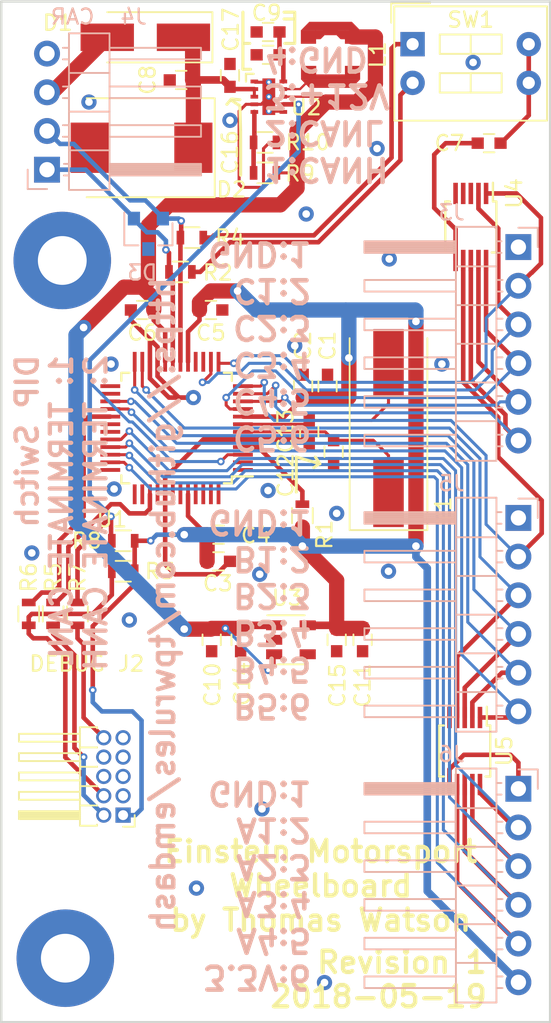
<source format=kicad_pcb>
(kicad_pcb (version 4) (host pcbnew 4.0.7)

  (general
    (links 156)
    (no_connects 0)
    (area 222.924999 54.924999 259.075001 122.075001)
    (thickness 1.6)
    (drawings 33)
    (tracks 475)
    (zones 0)
    (modules 65)
    (nets 61)
  )

  (page A4)
  (layers
    (0 F.Cu signal)
    (31 B.Cu signal)
    (32 B.Adhes user)
    (33 F.Adhes user)
    (34 B.Paste user)
    (35 F.Paste user)
    (36 B.SilkS user)
    (37 F.SilkS user)
    (38 B.Mask user)
    (39 F.Mask user)
    (40 Dwgs.User user)
    (41 Cmts.User user)
    (42 Eco1.User user)
    (43 Eco2.User user)
    (44 Edge.Cuts user)
    (45 Margin user)
    (46 B.CrtYd user)
    (47 F.CrtYd user)
    (48 B.Fab user hide)
    (49 F.Fab user hide)
  )

  (setup
    (last_trace_width 0.15)
    (user_trace_width 0.2)
    (user_trace_width 0.3)
    (user_trace_width 0.5)
    (user_trace_width 1)
    (trace_clearance 0.15)
    (zone_clearance 0.3)
    (zone_45_only no)
    (trace_min 0.15)
    (segment_width 0.2)
    (edge_width 0.15)
    (via_size 0.5)
    (via_drill 0.25)
    (via_min_size 0.5)
    (via_min_drill 0.25)
    (user_via 0.6 0.25)
    (user_via 0.75 0.3)
    (user_via 1 0.5)
    (uvia_size 0.3)
    (uvia_drill 0.1)
    (uvias_allowed no)
    (uvia_min_size 0.2)
    (uvia_min_drill 0.1)
    (pcb_text_width 0.3)
    (pcb_text_size 1.5 1.5)
    (mod_edge_width 0.15)
    (mod_text_size 1 1)
    (mod_text_width 0.15)
    (pad_size 0.9 0.8)
    (pad_drill 0)
    (pad_to_mask_clearance 0.2)
    (aux_axis_origin 0 0)
    (visible_elements FFFFFF7F)
    (pcbplotparams
      (layerselection 0x010f0_80000001)
      (usegerberextensions true)
      (excludeedgelayer true)
      (linewidth 0.100000)
      (plotframeref false)
      (viasonmask false)
      (mode 1)
      (useauxorigin false)
      (hpglpennumber 1)
      (hpglpenspeed 20)
      (hpglpendiameter 15)
      (hpglpenoverlay 2)
      (psnegative false)
      (psa4output false)
      (plotreference true)
      (plotvalue true)
      (plotinvisibletext false)
      (padsonsilk false)
      (subtractmaskfromsilk true)
      (outputformat 1)
      (mirror false)
      (drillshape 0)
      (scaleselection 1)
      (outputdirectory r1/))
  )

  (net 0 "")
  (net 1 GND)
  (net 2 +5V)
  (net 3 +3V3)
  (net 4 /SWDIO)
  (net 5 /SWCLK)
  (net 6 "Net-(J2-Pad6)")
  (net 7 "Net-(J2-Pad7)")
  (net 8 "Net-(J2-Pad8)")
  (net 9 "Net-(U1-Pad25)")
  (net 10 "Net-(U1-Pad26)")
  (net 11 "Net-(U1-Pad30)")
  (net 12 "Net-(U1-Pad31)")
  (net 13 "Net-(U1-Pad36)")
  (net 14 "Net-(U1-Pad37)")
  (net 15 "Net-(U1-Pad38)")
  (net 16 "Net-(U1-Pad40)")
  (net 17 "Net-(U1-Pad42)")
  (net 18 "Net-(U1-Pad43)")
  (net 19 "Net-(U1-Pad46)")
  (net 20 "Net-(U1-Pad47)")
  (net 21 /XTALIN)
  (net 22 /XTALOUT)
  (net 23 /CANL)
  (net 24 /CANH)
  (net 25 "Net-(U1-Pad15)")
  (net 26 "Net-(U1-Pad16)")
  (net 27 "Net-(U1-Pad48)")
  (net 28 "Net-(C7-Pad1)")
  (net 29 "Net-(J2-Pad2)")
  (net 30 "Net-(J2-Pad4)")
  (net 31 "Net-(J2-Pad10)")
  (net 32 "Net-(R1-Pad1)")
  (net 33 "Net-(R10-Pad1)")
  (net 34 +BATT)
  (net 35 "Net-(U1-Pad45)")
  (net 36 "Net-(L1-Pad1)")
  (net 37 /MCU_~RESET)
  (net 38 /CANH_TERM)
  (net 39 /CANL_TERM)
  (net 40 /IO_C1)
  (net 41 /IO_C2)
  (net 42 /IO_C3)
  (net 43 /IO_C4)
  (net 44 /IO_C5)
  (net 45 /IO_B1)
  (net 46 /IO_B2)
  (net 47 /IO_B3)
  (net 48 /IO_B4)
  (net 49 /IO_B5)
  (net 50 /IO_A1)
  (net 51 /IO_A2)
  (net 52 /IO_A3)
  (net 53 /IO_A4)
  (net 54 "Net-(U1-Pad1)")
  (net 55 "Net-(U1-Pad2)")
  (net 56 "Net-(C16-Pad1)")
  (net 57 "Net-(U4-Pad5)")
  (net 58 "Net-(U5-Pad5)")
  (net 59 "Net-(U4-Pad3)")
  (net 60 "Net-(U4-Pad4)")

  (net_class Default "This is the default net class."
    (clearance 0.15)
    (trace_width 0.15)
    (via_dia 0.5)
    (via_drill 0.25)
    (uvia_dia 0.3)
    (uvia_drill 0.1)
    (add_net +3V3)
    (add_net +5V)
    (add_net +BATT)
    (add_net /CANH)
    (add_net /CANH_TERM)
    (add_net /CANL)
    (add_net /CANL_TERM)
    (add_net /IO_A1)
    (add_net /IO_A2)
    (add_net /IO_A3)
    (add_net /IO_A4)
    (add_net /IO_B1)
    (add_net /IO_B2)
    (add_net /IO_B3)
    (add_net /IO_B4)
    (add_net /IO_B5)
    (add_net /IO_C1)
    (add_net /IO_C2)
    (add_net /IO_C3)
    (add_net /IO_C4)
    (add_net /IO_C5)
    (add_net /MCU_~RESET)
    (add_net /SWCLK)
    (add_net /SWDIO)
    (add_net /XTALIN)
    (add_net /XTALOUT)
    (add_net GND)
    (add_net "Net-(C16-Pad1)")
    (add_net "Net-(C7-Pad1)")
    (add_net "Net-(J2-Pad10)")
    (add_net "Net-(J2-Pad2)")
    (add_net "Net-(J2-Pad4)")
    (add_net "Net-(J2-Pad6)")
    (add_net "Net-(J2-Pad7)")
    (add_net "Net-(J2-Pad8)")
    (add_net "Net-(L1-Pad1)")
    (add_net "Net-(R1-Pad1)")
    (add_net "Net-(R10-Pad1)")
    (add_net "Net-(U1-Pad1)")
    (add_net "Net-(U1-Pad15)")
    (add_net "Net-(U1-Pad16)")
    (add_net "Net-(U1-Pad2)")
    (add_net "Net-(U1-Pad25)")
    (add_net "Net-(U1-Pad26)")
    (add_net "Net-(U1-Pad30)")
    (add_net "Net-(U1-Pad31)")
    (add_net "Net-(U1-Pad36)")
    (add_net "Net-(U1-Pad37)")
    (add_net "Net-(U1-Pad38)")
    (add_net "Net-(U1-Pad40)")
    (add_net "Net-(U1-Pad42)")
    (add_net "Net-(U1-Pad43)")
    (add_net "Net-(U1-Pad45)")
    (add_net "Net-(U1-Pad46)")
    (add_net "Net-(U1-Pad47)")
    (add_net "Net-(U1-Pad48)")
    (add_net "Net-(U4-Pad3)")
    (add_net "Net-(U4-Pad4)")
    (add_net "Net-(U4-Pad5)")
    (add_net "Net-(U5-Pad5)")
  )

  (module custom_footprints:a_via locked (layer B.Cu) (tedit 5AFECD8D) (tstamp 5B2D4CA9)
    (at 248.45 71.9)
    (fp_text reference REF** (at 0 -0.5) (layer B.SilkS) hide
      (effects (font (size 1 1) (thickness 0.15)) (justify mirror))
    )
    (fp_text value a_via (at 0 0.5) (layer B.Fab) hide
      (effects (font (size 1 1) (thickness 0.15)) (justify mirror))
    )
    (pad 1 thru_hole circle (at 0 0) (size 1 1) (drill 0.5) (layers *.Cu)
      (net 1 GND) (zone_connect 2))
  )

  (module custom_footprints:a_via locked (layer B.Cu) (tedit 5AFECD8D) (tstamp 5B2D4C85)
    (at 253.95 59)
    (fp_text reference REF** (at 0 -0.5) (layer B.SilkS) hide
      (effects (font (size 1 1) (thickness 0.15)) (justify mirror))
    )
    (fp_text value a_via (at 0 0.5) (layer B.Fab) hide
      (effects (font (size 1 1) (thickness 0.15)) (justify mirror))
    )
    (pad 1 thru_hole circle (at 0 0) (size 1 1) (drill 0.5) (layers *.Cu)
      (net 1 GND) (zone_connect 2))
  )

  (module custom_footprints:a_via locked (layer B.Cu) (tedit 5AFECD8D) (tstamp 5B2D4C73)
    (at 240.1 108)
    (fp_text reference REF** (at 0 -0.5) (layer B.SilkS) hide
      (effects (font (size 1 1) (thickness 0.15)) (justify mirror))
    )
    (fp_text value a_via (at 0 0.5) (layer B.Fab) hide
      (effects (font (size 1 1) (thickness 0.15)) (justify mirror))
    )
    (pad 1 thru_hole circle (at 0 0) (size 1 1) (drill 0.5) (layers *.Cu)
      (net 1 GND) (zone_connect 2))
  )

  (module custom_footprints:a_via locked (layer B.Cu) (tedit 5AFECD8D) (tstamp 5B2D4C66)
    (at 244.2 119.4)
    (fp_text reference REF** (at 0 -0.5) (layer B.SilkS) hide
      (effects (font (size 1 1) (thickness 0.15)) (justify mirror))
    )
    (fp_text value a_via (at 0 0.5) (layer B.Fab) hide
      (effects (font (size 1 1) (thickness 0.15)) (justify mirror))
    )
    (pad 1 thru_hole circle (at 0 0) (size 1 1) (drill 0.5) (layers *.Cu)
      (net 1 GND) (zone_connect 2))
  )

  (module custom_footprints:a_via locked (layer F.Cu) (tedit 5AFECD8D) (tstamp 5B2D4C2E)
    (at 251.9 78.8)
    (fp_text reference REF** (at 0 0.5) (layer F.SilkS) hide
      (effects (font (size 1 1) (thickness 0.15)))
    )
    (fp_text value a_via (at 0 -0.5) (layer F.Fab) hide
      (effects (font (size 1 1) (thickness 0.15)))
    )
    (pad 1 thru_hole circle (at 0 0) (size 1 1) (drill 0.5) (layers *.Cu)
      (net 1 GND) (zone_connect 2))
  )

  (module custom_footprints:a_via locked (layer F.Cu) (tedit 5AFECD8D) (tstamp 5B2D4C28)
    (at 243 68.95)
    (fp_text reference REF** (at 0 0.5) (layer F.SilkS) hide
      (effects (font (size 1 1) (thickness 0.15)))
    )
    (fp_text value a_via (at 0 -0.5) (layer F.Fab) hide
      (effects (font (size 1 1) (thickness 0.15)))
    )
    (pad 1 thru_hole circle (at 0 0) (size 1 1) (drill 0.5) (layers *.Cu)
      (net 1 GND) (zone_connect 2))
  )

  (module custom_footprints:a_via locked (layer F.Cu) (tedit 5AFECD8D) (tstamp 5B2D4C1A)
    (at 228.75 61.6)
    (fp_text reference REF** (at 0 0.5) (layer F.SilkS) hide
      (effects (font (size 1 1) (thickness 0.15)))
    )
    (fp_text value a_via (at 0 -0.5) (layer F.Fab) hide
      (effects (font (size 1 1) (thickness 0.15)))
    )
    (pad 1 thru_hole circle (at 0 0) (size 1 1) (drill 0.5) (layers *.Cu)
      (net 1 GND) (zone_connect 2))
  )

  (module Buttons_Switches_THT:SW_DIP_x2_W7.62mm_Slide (layer F.Cu) (tedit 5923F251) (tstamp 5B2ABB7E)
    (at 249.98 57.8)
    (descr "2x-dip-switch, Slide, row spacing 7.62 mm (300 mils)")
    (tags "DIP Switch Slide 7.62mm 300mil")
    (path /5AFC4E3D)
    (fp_text reference SW1 (at 3.81 -1.6) (layer F.SilkS)
      (effects (font (size 1 1) (thickness 0.15)))
    )
    (fp_text value TERM (at 3.81 6.02) (layer F.Fab)
      (effects (font (size 1 1) (thickness 0.15)))
    )
    (fp_text user %R (at 3.81 1.27) (layer F.Fab)
      (effects (font (size 1 1) (thickness 0.15)))
    )
    (fp_line (start -1.4 -2.68) (end -1.4 -1.41) (layer F.SilkS) (width 0.12))
    (fp_line (start -1.4 -2.68) (end 1.14 -2.68) (layer F.SilkS) (width 0.12))
    (fp_line (start -0.08 -2.36) (end 8.7 -2.36) (layer F.Fab) (width 0.1))
    (fp_line (start 8.7 -2.36) (end 8.7 4.9) (layer F.Fab) (width 0.1))
    (fp_line (start 8.7 4.9) (end -1.08 4.9) (layer F.Fab) (width 0.1))
    (fp_line (start -1.08 4.9) (end -1.08 -1.36) (layer F.Fab) (width 0.1))
    (fp_line (start -1.08 -1.36) (end -0.08 -2.36) (layer F.Fab) (width 0.1))
    (fp_line (start 1.78 -0.635) (end 1.78 0.635) (layer F.Fab) (width 0.1))
    (fp_line (start 1.78 0.635) (end 5.84 0.635) (layer F.Fab) (width 0.1))
    (fp_line (start 5.84 0.635) (end 5.84 -0.635) (layer F.Fab) (width 0.1))
    (fp_line (start 5.84 -0.635) (end 1.78 -0.635) (layer F.Fab) (width 0.1))
    (fp_line (start 3.81 -0.635) (end 3.81 0.635) (layer F.Fab) (width 0.1))
    (fp_line (start 1.78 1.905) (end 1.78 3.175) (layer F.Fab) (width 0.1))
    (fp_line (start 1.78 3.175) (end 5.84 3.175) (layer F.Fab) (width 0.1))
    (fp_line (start 5.84 3.175) (end 5.84 1.905) (layer F.Fab) (width 0.1))
    (fp_line (start 5.84 1.905) (end 1.78 1.905) (layer F.Fab) (width 0.1))
    (fp_line (start 3.81 1.905) (end 3.81 3.175) (layer F.Fab) (width 0.1))
    (fp_line (start -1.2 -2.48) (end 8.82 -2.48) (layer F.SilkS) (width 0.12))
    (fp_line (start 8.82 -2.48) (end 8.82 5.02) (layer F.SilkS) (width 0.12))
    (fp_line (start 8.82 5.02) (end -1.2 5.02) (layer F.SilkS) (width 0.12))
    (fp_line (start -1.2 5.02) (end -1.2 -2.48) (layer F.SilkS) (width 0.12))
    (fp_line (start 1.78 -0.635) (end 1.78 0.635) (layer F.SilkS) (width 0.12))
    (fp_line (start 1.78 0.635) (end 5.84 0.635) (layer F.SilkS) (width 0.12))
    (fp_line (start 5.84 0.635) (end 5.84 -0.635) (layer F.SilkS) (width 0.12))
    (fp_line (start 5.84 -0.635) (end 1.78 -0.635) (layer F.SilkS) (width 0.12))
    (fp_line (start 3.81 -0.635) (end 3.81 0.635) (layer F.SilkS) (width 0.12))
    (fp_line (start 1.78 1.905) (end 1.78 3.175) (layer F.SilkS) (width 0.12))
    (fp_line (start 1.78 3.175) (end 5.84 3.175) (layer F.SilkS) (width 0.12))
    (fp_line (start 5.84 3.175) (end 5.84 1.905) (layer F.SilkS) (width 0.12))
    (fp_line (start 5.84 1.905) (end 1.78 1.905) (layer F.SilkS) (width 0.12))
    (fp_line (start 3.81 1.905) (end 3.81 3.175) (layer F.SilkS) (width 0.12))
    (fp_line (start -1.4 -2.7) (end -1.4 5.2) (layer F.CrtYd) (width 0.05))
    (fp_line (start -1.4 5.2) (end 9 5.2) (layer F.CrtYd) (width 0.05))
    (fp_line (start 9 5.2) (end 9 -2.7) (layer F.CrtYd) (width 0.05))
    (fp_line (start 9 -2.7) (end -1.4 -2.7) (layer F.CrtYd) (width 0.05))
    (pad 1 thru_hole rect (at 0 0) (size 1.6 1.6) (drill 0.8) (layers *.Cu *.Mask)
      (net 39 /CANL_TERM))
    (pad 3 thru_hole oval (at 7.62 2.54) (size 1.6 1.6) (drill 0.8) (layers *.Cu *.Mask)
      (net 28 "Net-(C7-Pad1)"))
    (pad 2 thru_hole oval (at 0 2.54) (size 1.6 1.6) (drill 0.8) (layers *.Cu *.Mask)
      (net 38 /CANH_TERM))
    (pad 4 thru_hole oval (at 7.62 0) (size 1.6 1.6) (drill 0.8) (layers *.Cu *.Mask)
      (net 28 "Net-(C7-Pad1)"))
    (model ${KISYS3DMOD}/Buttons_Switches_THT.3dshapes/SW_DIP_x2_W7.62mm_Slide.wrl
      (at (xyz 0 0 0))
      (scale (xyz 1 1 1))
      (rotate (xyz 0 0 90))
    )
  )

  (module Mounting_Holes:MountingHole_3.2mm_M3_Pad locked (layer F.Cu) (tedit 5B006EB8) (tstamp 5B006F3C)
    (at 227.2 117.8)
    (descr "Mounting Hole 3.2mm, M3")
    (tags "mounting hole 3.2mm m3")
    (zone_connect 2)
    (attr virtual)
    (fp_text reference REF** (at 0 -4.2) (layer F.SilkS) hide
      (effects (font (size 1 1) (thickness 0.15)))
    )
    (fp_text value MountingHole_3.2mm_M3 (at 0 4.2) (layer F.Fab)
      (effects (font (size 1 1) (thickness 0.15)))
    )
    (fp_text user %R (at 0.3 0) (layer F.Fab)
      (effects (font (size 1 1) (thickness 0.15)))
    )
    (fp_circle (center 0 0) (end 3.2 0) (layer Cmts.User) (width 0.15))
    (fp_circle (center 0 0) (end 3.45 0) (layer F.CrtYd) (width 0.05))
    (pad 1 thru_hole circle (at 0 0) (size 6.4 6.4) (drill 3.2) (layers *.Cu *.Mask)
      (net 1 GND) (zone_connect 2))
  )

  (module custom_footprints:a_via locked (layer B.Cu) (tedit 5AFECD8D) (tstamp 5B0009FE)
    (at 225 91.2)
    (fp_text reference REF** (at 0 -0.5) (layer B.SilkS) hide
      (effects (font (size 1 1) (thickness 0.15)) (justify mirror))
    )
    (fp_text value a_via (at 0 0.5) (layer B.Fab) hide
      (effects (font (size 1 1) (thickness 0.15)) (justify mirror))
    )
    (pad 1 thru_hole circle (at 0 0) (size 1 1) (drill 0.5) (layers *.Cu)
      (net 1 GND) (zone_connect 2))
  )

  (module custom_footprints:a_via locked (layer B.Cu) (tedit 5AFECD8D) (tstamp 5B0009F9)
    (at 231.4 95.6)
    (fp_text reference REF** (at 0 -0.5) (layer B.SilkS) hide
      (effects (font (size 1 1) (thickness 0.15)) (justify mirror))
    )
    (fp_text value a_via (at 0 0.5) (layer B.Fab) hide
      (effects (font (size 1 1) (thickness 0.15)) (justify mirror))
    )
    (pad 1 thru_hole circle (at 0 0) (size 1 1) (drill 0.5) (layers *.Cu)
      (net 1 GND) (zone_connect 2))
  )

  (module custom_footprints:a_via locked (layer B.Cu) (tedit 5AFECD8D) (tstamp 5B0008D8)
    (at 230.2 78.8)
    (fp_text reference REF** (at 0 -0.5) (layer B.SilkS) hide
      (effects (font (size 1 1) (thickness 0.15)) (justify mirror))
    )
    (fp_text value a_via (at 0 0.5) (layer B.Fab) hide
      (effects (font (size 1 1) (thickness 0.15)) (justify mirror))
    )
    (pad 1 thru_hole circle (at 0 0) (size 1 1) (drill 0.5) (layers *.Cu)
      (net 1 GND) (zone_connect 2))
  )

  (module custom_footprints:a_via locked (layer B.Cu) (tedit 5AFECD8D) (tstamp 5B0008BC)
    (at 230.4 87)
    (fp_text reference REF** (at 0 -0.5) (layer B.SilkS) hide
      (effects (font (size 1 1) (thickness 0.15)) (justify mirror))
    )
    (fp_text value a_via (at 0 0.5) (layer B.Fab) hide
      (effects (font (size 1 1) (thickness 0.15)) (justify mirror))
    )
    (pad 1 thru_hole circle (at 0 0) (size 1 1) (drill 0.5) (layers *.Cu)
      (net 1 GND) (zone_connect 2))
  )

  (module custom_footprints:a_via locked (layer B.Cu) (tedit 5AFECD8D) (tstamp 5AFF0656)
    (at 239.95 92.6)
    (fp_text reference REF** (at 0 -0.5) (layer B.SilkS) hide
      (effects (font (size 1 1) (thickness 0.15)) (justify mirror))
    )
    (fp_text value a_via (at 0 0.5) (layer B.Fab) hide
      (effects (font (size 1 1) (thickness 0.15)) (justify mirror))
    )
    (pad 1 thru_hole circle (at 0 0) (size 1 1) (drill 0.5) (layers *.Cu)
      (net 1 GND) (zone_connect 2))
  )

  (module custom_footprints:a_via locked (layer F.Cu) (tedit 5AFECD8D) (tstamp 5AFEE4BD)
    (at 238 62.8)
    (fp_text reference REF** (at 0 0.5) (layer F.SilkS) hide
      (effects (font (size 1 1) (thickness 0.15)))
    )
    (fp_text value a_via (at 0 -0.5) (layer F.Fab) hide
      (effects (font (size 1 1) (thickness 0.15)))
    )
    (pad 1 thru_hole circle (at 0 0) (size 1 1) (drill 0.5) (layers *.Cu)
      (net 1 GND) (zone_connect 2))
  )

  (module custom_footprints:a_via locked (layer B.Cu) (tedit 5AFECD8D) (tstamp 5AFEE22A)
    (at 235.6 81)
    (fp_text reference REF** (at 0 -0.5) (layer B.SilkS) hide
      (effects (font (size 1 1) (thickness 0.15)) (justify mirror))
    )
    (fp_text value a_via (at 0 0.5) (layer B.Fab) hide
      (effects (font (size 1 1) (thickness 0.15)) (justify mirror))
    )
    (pad 1 thru_hole circle (at 0 0) (size 1 1) (drill 0.5) (layers *.Cu)
      (net 1 GND) (zone_connect 2))
  )

  (module custom_footprints:a_via locked (layer B.Cu) (tedit 5AFECD8D) (tstamp 5AFEE209)
    (at 235.8 113.2 180)
    (fp_text reference REF** (at 0 -0.5 180) (layer B.SilkS) hide
      (effects (font (size 1 1) (thickness 0.15)) (justify mirror))
    )
    (fp_text value a_via (at 0 0.5 180) (layer B.Fab) hide
      (effects (font (size 1 1) (thickness 0.15)) (justify mirror))
    )
    (pad 1 thru_hole circle (at 0 0 180) (size 1 1) (drill 0.5) (layers *.Cu)
      (net 1 GND) (zone_connect 2))
  )

  (module custom_footprints:a_via locked (layer B.Cu) (tedit 5AFECD8D) (tstamp 5AFEE204)
    (at 248.4 92.4)
    (fp_text reference REF** (at 0 -0.5) (layer B.SilkS) hide
      (effects (font (size 1 1) (thickness 0.15)) (justify mirror))
    )
    (fp_text value a_via (at 0 0.5) (layer B.Fab) hide
      (effects (font (size 1 1) (thickness 0.15)) (justify mirror))
    )
    (pad 1 thru_hole circle (at 0 0) (size 1 1) (drill 0.5) (layers *.Cu)
      (net 1 GND) (zone_connect 2))
  )

  (module custom_footprints:a_via locked (layer B.Cu) (tedit 5AFECD8D) (tstamp 5AFEE1FC)
    (at 245 88.6)
    (fp_text reference REF** (at 0 -0.5) (layer B.SilkS) hide
      (effects (font (size 1 1) (thickness 0.15)) (justify mirror))
    )
    (fp_text value a_via (at 0 0.5) (layer B.Fab) hide
      (effects (font (size 1 1) (thickness 0.15)) (justify mirror))
    )
    (pad 1 thru_hole circle (at 0 0) (size 1 1) (drill 0.5) (layers *.Cu)
      (net 1 GND) (zone_connect 2))
  )

  (module custom_footprints:a_via locked (layer B.Cu) (tedit 5AFECD8D) (tstamp 5AFEE1F3)
    (at 240.5 87.1)
    (fp_text reference REF** (at 0 -0.5) (layer B.SilkS) hide
      (effects (font (size 1 1) (thickness 0.15)) (justify mirror))
    )
    (fp_text value a_via (at 0 0.5) (layer B.Fab) hide
      (effects (font (size 1 1) (thickness 0.15)) (justify mirror))
    )
    (pad 1 thru_hole circle (at 0 0) (size 1 1) (drill 0.5) (layers *.Cu)
      (net 1 GND) (zone_connect 2))
  )

  (module custom_footprints:a_via locked (layer B.Cu) (tedit 5AFECD8D) (tstamp 5AFEE1EF)
    (at 242.25 77.6)
    (fp_text reference REF** (at 0 -0.5) (layer B.SilkS) hide
      (effects (font (size 1 1) (thickness 0.15)) (justify mirror))
    )
    (fp_text value a_via (at 0 0.5) (layer B.Fab) hide
      (effects (font (size 1 1) (thickness 0.15)) (justify mirror))
    )
    (pad 1 thru_hole circle (at 0 0) (size 1 1) (drill 0.5) (layers *.Cu)
      (net 1 GND) (zone_connect 2))
  )

  (module custom_footprints:a_via locked (layer F.Cu) (tedit 5AFECD8D) (tstamp 5AFEE1E6)
    (at 247.65 64.65)
    (fp_text reference REF** (at 0 0.5) (layer F.SilkS) hide
      (effects (font (size 1 1) (thickness 0.15)))
    )
    (fp_text value a_via (at 0 -0.5) (layer F.Fab) hide
      (effects (font (size 1 1) (thickness 0.15)))
    )
    (pad 1 thru_hole circle (at 0 0) (size 1 1) (drill 0.5) (layers *.Cu)
      (net 1 GND) (zone_connect 2))
  )

  (module Housings_QFP:LQFP-48_7x7mm_Pitch0.5mm (layer F.Cu) (tedit 5ADCB14F) (tstamp 5ADCB045)
    (at 234.5 83 180)
    (descr "48 LEAD LQFP 7x7mm (see MICREL LQFP7x7-48LD-PL-1.pdf)")
    (tags "QFP 0.5")
    (path /5ADCA005)
    (attr smd)
    (fp_text reference U1 (at 4.25 -6 180) (layer F.SilkS)
      (effects (font (size 1 1) (thickness 0.15)))
    )
    (fp_text value LPC11C24FBD48 (at 0 6 180) (layer F.Fab) hide
      (effects (font (size 1 1) (thickness 0.15)))
    )
    (fp_text user %R (at 0 0 180) (layer F.Fab) hide
      (effects (font (size 1 1) (thickness 0.15)))
    )
    (fp_line (start -2.5 -3.5) (end 3.5 -3.5) (layer F.Fab) (width 0.15))
    (fp_line (start 3.5 -3.5) (end 3.5 3.5) (layer F.Fab) (width 0.15))
    (fp_line (start 3.5 3.5) (end -3.5 3.5) (layer F.Fab) (width 0.15))
    (fp_line (start -3.5 3.5) (end -3.5 -2.5) (layer F.Fab) (width 0.15))
    (fp_line (start -3.5 -2.5) (end -2.5 -3.5) (layer F.Fab) (width 0.15))
    (fp_line (start -5.25 -5.25) (end -5.25 5.25) (layer F.CrtYd) (width 0.05))
    (fp_line (start 5.25 -5.25) (end 5.25 5.25) (layer F.CrtYd) (width 0.05))
    (fp_line (start -5.25 -5.25) (end 5.25 -5.25) (layer F.CrtYd) (width 0.05))
    (fp_line (start -5.25 5.25) (end 5.25 5.25) (layer F.CrtYd) (width 0.05))
    (fp_line (start -3.625 -3.625) (end -3.625 -3.175) (layer F.SilkS) (width 0.15))
    (fp_line (start 3.625 -3.625) (end 3.625 -3.1) (layer F.SilkS) (width 0.15))
    (fp_line (start 3.625 3.625) (end 3.625 3.1) (layer F.SilkS) (width 0.15))
    (fp_line (start -3.625 3.625) (end -3.625 3.1) (layer F.SilkS) (width 0.15))
    (fp_line (start -3.625 -3.625) (end -3.1 -3.625) (layer F.SilkS) (width 0.15))
    (fp_line (start -3.625 3.625) (end -3.1 3.625) (layer F.SilkS) (width 0.15))
    (fp_line (start 3.625 3.625) (end 3.1 3.625) (layer F.SilkS) (width 0.15))
    (fp_line (start 3.625 -3.625) (end 3.1 -3.625) (layer F.SilkS) (width 0.15))
    (fp_line (start -3.625 -3.175) (end -5 -3.175) (layer F.SilkS) (width 0.15))
    (pad 1 smd rect (at -4.35 -2.75 180) (size 1.3 0.25) (layers F.Cu F.Paste F.Mask)
      (net 54 "Net-(U1-Pad1)"))
    (pad 2 smd rect (at -4.35 -2.25 180) (size 1.3 0.25) (layers F.Cu F.Paste F.Mask)
      (net 55 "Net-(U1-Pad2)"))
    (pad 3 smd rect (at -4.35 -1.75 180) (size 1.3 0.25) (layers F.Cu F.Paste F.Mask)
      (net 37 /MCU_~RESET))
    (pad 4 smd rect (at -4.35 -1.25 180) (size 1.3 0.25) (layers F.Cu F.Paste F.Mask)
      (net 32 "Net-(R1-Pad1)"))
    (pad 5 smd rect (at -4.35 -0.75 180) (size 1.3 0.25) (layers F.Cu F.Paste F.Mask)
      (net 1 GND))
    (pad 6 smd rect (at -4.35 -0.25 180) (size 1.3 0.25) (layers F.Cu F.Paste F.Mask)
      (net 21 /XTALIN))
    (pad 7 smd rect (at -4.35 0.25 180) (size 1.3 0.25) (layers F.Cu F.Paste F.Mask)
      (net 22 /XTALOUT))
    (pad 8 smd rect (at -4.35 0.75 180) (size 1.3 0.25) (layers F.Cu F.Paste F.Mask)
      (net 3 +3V3))
    (pad 9 smd rect (at -4.35 1.25 180) (size 1.3 0.25) (layers F.Cu F.Paste F.Mask)
      (net 42 /IO_C3))
    (pad 10 smd rect (at -4.35 1.75 180) (size 1.3 0.25) (layers F.Cu F.Paste F.Mask)
      (net 43 /IO_C4))
    (pad 11 smd rect (at -4.35 2.25 180) (size 1.3 0.25) (layers F.Cu F.Paste F.Mask)
      (net 44 /IO_C5))
    (pad 12 smd rect (at -4.35 2.75 180) (size 1.3 0.25) (layers F.Cu F.Paste F.Mask)
      (net 45 /IO_B1))
    (pad 13 smd rect (at -2.75 4.35 270) (size 1.3 0.25) (layers F.Cu F.Paste F.Mask)
      (net 40 /IO_C1))
    (pad 14 smd rect (at -2.25 4.35 270) (size 1.3 0.25) (layers F.Cu F.Paste F.Mask)
      (net 41 /IO_C2))
    (pad 15 smd rect (at -1.75 4.35 270) (size 1.3 0.25) (layers F.Cu F.Paste F.Mask)
      (net 25 "Net-(U1-Pad15)"))
    (pad 16 smd rect (at -1.25 4.35 270) (size 1.3 0.25) (layers F.Cu F.Paste F.Mask)
      (net 26 "Net-(U1-Pad16)"))
    (pad 17 smd rect (at -0.75 4.35 270) (size 1.3 0.25) (layers F.Cu F.Paste F.Mask)
      (net 3 +3V3))
    (pad 18 smd rect (at -0.25 4.35 270) (size 1.3 0.25) (layers F.Cu F.Paste F.Mask)
      (net 23 /CANL))
    (pad 19 smd rect (at 0.25 4.35 270) (size 1.3 0.25) (layers F.Cu F.Paste F.Mask)
      (net 24 /CANH))
    (pad 20 smd rect (at 0.75 4.35 270) (size 1.3 0.25) (layers F.Cu F.Paste F.Mask)
      (net 2 +5V))
    (pad 21 smd rect (at 1.25 4.35 270) (size 1.3 0.25) (layers F.Cu F.Paste F.Mask)
      (net 1 GND))
    (pad 22 smd rect (at 1.75 4.35 270) (size 1.3 0.25) (layers F.Cu F.Paste F.Mask)
      (net 1 GND))
    (pad 23 smd rect (at 2.25 4.35 270) (size 1.3 0.25) (layers F.Cu F.Paste F.Mask)
      (net 46 /IO_B2))
    (pad 24 smd rect (at 2.75 4.35 270) (size 1.3 0.25) (layers F.Cu F.Paste F.Mask)
      (net 47 /IO_B3))
    (pad 25 smd rect (at 4.35 2.75 180) (size 1.3 0.25) (layers F.Cu F.Paste F.Mask)
      (net 9 "Net-(U1-Pad25)"))
    (pad 26 smd rect (at 4.35 2.25 180) (size 1.3 0.25) (layers F.Cu F.Paste F.Mask)
      (net 10 "Net-(U1-Pad26)"))
    (pad 27 smd rect (at 4.35 1.75 180) (size 1.3 0.25) (layers F.Cu F.Paste F.Mask)
      (net 48 /IO_B4))
    (pad 28 smd rect (at 4.35 1.25 180) (size 1.3 0.25) (layers F.Cu F.Paste F.Mask)
      (net 49 /IO_B5))
    (pad 29 smd rect (at 4.35 0.75 180) (size 1.3 0.25) (layers F.Cu F.Paste F.Mask)
      (net 5 /SWCLK))
    (pad 30 smd rect (at 4.35 0.25 180) (size 1.3 0.25) (layers F.Cu F.Paste F.Mask)
      (net 11 "Net-(U1-Pad30)"))
    (pad 31 smd rect (at 4.35 -0.25 180) (size 1.3 0.25) (layers F.Cu F.Paste F.Mask)
      (net 12 "Net-(U1-Pad31)"))
    (pad 32 smd rect (at 4.35 -0.75 180) (size 1.3 0.25) (layers F.Cu F.Paste F.Mask)
      (net 50 /IO_A1))
    (pad 33 smd rect (at 4.35 -1.25 180) (size 1.3 0.25) (layers F.Cu F.Paste F.Mask)
      (net 51 /IO_A2))
    (pad 34 smd rect (at 4.35 -1.75 180) (size 1.3 0.25) (layers F.Cu F.Paste F.Mask)
      (net 52 /IO_A3))
    (pad 35 smd rect (at 4.35 -2.25 180) (size 1.3 0.25) (layers F.Cu F.Paste F.Mask)
      (net 53 /IO_A4))
    (pad 36 smd rect (at 4.35 -2.75 180) (size 1.3 0.25) (layers F.Cu F.Paste F.Mask)
      (net 13 "Net-(U1-Pad36)"))
    (pad 37 smd rect (at 2.75 -4.35 270) (size 1.3 0.25) (layers F.Cu F.Paste F.Mask)
      (net 14 "Net-(U1-Pad37)"))
    (pad 38 smd rect (at 2.25 -4.35 270) (size 1.3 0.25) (layers F.Cu F.Paste F.Mask)
      (net 15 "Net-(U1-Pad38)"))
    (pad 39 smd rect (at 1.75 -4.35 270) (size 1.3 0.25) (layers F.Cu F.Paste F.Mask)
      (net 4 /SWDIO))
    (pad 40 smd rect (at 1.25 -4.35 270) (size 1.3 0.25) (layers F.Cu F.Paste F.Mask)
      (net 16 "Net-(U1-Pad40)"))
    (pad 41 smd rect (at 0.75 -4.35 270) (size 1.3 0.25) (layers F.Cu F.Paste F.Mask)
      (net 1 GND))
    (pad 42 smd rect (at 0.25 -4.35 270) (size 1.3 0.25) (layers F.Cu F.Paste F.Mask)
      (net 17 "Net-(U1-Pad42)"))
    (pad 43 smd rect (at -0.25 -4.35 270) (size 1.3 0.25) (layers F.Cu F.Paste F.Mask)
      (net 18 "Net-(U1-Pad43)"))
    (pad 44 smd rect (at -0.75 -4.35 270) (size 1.3 0.25) (layers F.Cu F.Paste F.Mask)
      (net 3 +3V3))
    (pad 45 smd rect (at -1.25 -4.35 270) (size 1.3 0.25) (layers F.Cu F.Paste F.Mask)
      (net 35 "Net-(U1-Pad45)"))
    (pad 46 smd rect (at -1.75 -4.35 270) (size 1.3 0.25) (layers F.Cu F.Paste F.Mask)
      (net 19 "Net-(U1-Pad46)"))
    (pad 47 smd rect (at -2.25 -4.35 270) (size 1.3 0.25) (layers F.Cu F.Paste F.Mask)
      (net 20 "Net-(U1-Pad47)"))
    (pad 48 smd rect (at -2.75 -4.35 270) (size 1.3 0.25) (layers F.Cu F.Paste F.Mask)
      (net 27 "Net-(U1-Pad48)"))
    (model ${KISYS3DMOD}/Housings_QFP.3dshapes/LQFP-48_7x7mm_Pitch0.5mm.wrl
      (at (xyz 0 0 0))
      (scale (xyz 1 1 1))
      (rotate (xyz 0 0 0))
    )
  )

  (module Capacitors_SMD:C_0603 (layer F.Cu) (tedit 59958EE7) (tstamp 5AF03A2D)
    (at 244.4 80.25 90)
    (descr "Capacitor SMD 0603, reflow soldering, AVX (see smccp.pdf)")
    (tags "capacitor 0603")
    (path /5AEDA55A)
    (attr smd)
    (fp_text reference C1 (at 2.65 0 90) (layer F.SilkS)
      (effects (font (size 1 1) (thickness 0.15)))
    )
    (fp_text value 100n (at 0 1.5 90) (layer F.Fab)
      (effects (font (size 1 1) (thickness 0.15)))
    )
    (fp_line (start 1.4 0.65) (end -1.4 0.65) (layer F.CrtYd) (width 0.05))
    (fp_line (start 1.4 0.65) (end 1.4 -0.65) (layer F.CrtYd) (width 0.05))
    (fp_line (start -1.4 -0.65) (end -1.4 0.65) (layer F.CrtYd) (width 0.05))
    (fp_line (start -1.4 -0.65) (end 1.4 -0.65) (layer F.CrtYd) (width 0.05))
    (fp_line (start 0.35 0.6) (end -0.35 0.6) (layer F.SilkS) (width 0.12))
    (fp_line (start -0.35 -0.6) (end 0.35 -0.6) (layer F.SilkS) (width 0.12))
    (fp_line (start -0.8 -0.4) (end 0.8 -0.4) (layer F.Fab) (width 0.1))
    (fp_line (start 0.8 -0.4) (end 0.8 0.4) (layer F.Fab) (width 0.1))
    (fp_line (start 0.8 0.4) (end -0.8 0.4) (layer F.Fab) (width 0.1))
    (fp_line (start -0.8 0.4) (end -0.8 -0.4) (layer F.Fab) (width 0.1))
    (fp_text user %R (at 0 0 90) (layer F.Fab)
      (effects (font (size 0.3 0.3) (thickness 0.075)))
    )
    (pad 2 smd rect (at 0.75 0 90) (size 0.8 0.75) (layers F.Cu F.Paste F.Mask)
      (net 1 GND))
    (pad 1 smd rect (at -0.75 0 90) (size 0.8 0.75) (layers F.Cu F.Paste F.Mask)
      (net 3 +3V3))
    (model Capacitors_SMD.3dshapes/C_0603.wrl
      (at (xyz 0 0 0))
      (scale (xyz 1 1 1))
      (rotate (xyz 0 0 0))
    )
  )

  (module Capacitors_SMD:C_0603 (layer F.Cu) (tedit 59958EE7) (tstamp 5AF03A33)
    (at 242.8 80.25 90)
    (descr "Capacitor SMD 0603, reflow soldering, AVX (see smccp.pdf)")
    (tags "capacitor 0603")
    (path /5AEDA510)
    (attr smd)
    (fp_text reference C2 (at 2.65 0 90) (layer F.SilkS)
      (effects (font (size 1 1) (thickness 0.15)))
    )
    (fp_text value 10n (at 0 1.5 90) (layer F.Fab)
      (effects (font (size 1 1) (thickness 0.15)))
    )
    (fp_line (start 1.4 0.65) (end -1.4 0.65) (layer F.CrtYd) (width 0.05))
    (fp_line (start 1.4 0.65) (end 1.4 -0.65) (layer F.CrtYd) (width 0.05))
    (fp_line (start -1.4 -0.65) (end -1.4 0.65) (layer F.CrtYd) (width 0.05))
    (fp_line (start -1.4 -0.65) (end 1.4 -0.65) (layer F.CrtYd) (width 0.05))
    (fp_line (start 0.35 0.6) (end -0.35 0.6) (layer F.SilkS) (width 0.12))
    (fp_line (start -0.35 -0.6) (end 0.35 -0.6) (layer F.SilkS) (width 0.12))
    (fp_line (start -0.8 -0.4) (end 0.8 -0.4) (layer F.Fab) (width 0.1))
    (fp_line (start 0.8 -0.4) (end 0.8 0.4) (layer F.Fab) (width 0.1))
    (fp_line (start 0.8 0.4) (end -0.8 0.4) (layer F.Fab) (width 0.1))
    (fp_line (start -0.8 0.4) (end -0.8 -0.4) (layer F.Fab) (width 0.1))
    (fp_text user %R (at 0 0 90) (layer F.Fab)
      (effects (font (size 0.3 0.3) (thickness 0.075)))
    )
    (pad 2 smd rect (at 0.75 0 90) (size 0.8 0.75) (layers F.Cu F.Paste F.Mask)
      (net 1 GND))
    (pad 1 smd rect (at -0.75 0 90) (size 0.8 0.75) (layers F.Cu F.Paste F.Mask)
      (net 3 +3V3))
    (model Capacitors_SMD.3dshapes/C_0603.wrl
      (at (xyz 0 0 0))
      (scale (xyz 1 1 1))
      (rotate (xyz 0 0 0))
    )
  )

  (module Capacitors_SMD:C_0603 (layer F.Cu) (tedit 59958EE7) (tstamp 5AF03A39)
    (at 237.25 91.75)
    (descr "Capacitor SMD 0603, reflow soldering, AVX (see smccp.pdf)")
    (tags "capacitor 0603")
    (path /5AEDA480)
    (attr smd)
    (fp_text reference C3 (at -0.05 1.45) (layer F.SilkS)
      (effects (font (size 1 1) (thickness 0.15)))
    )
    (fp_text value 100n (at 0 1.5) (layer F.Fab)
      (effects (font (size 1 1) (thickness 0.15)))
    )
    (fp_line (start 1.4 0.65) (end -1.4 0.65) (layer F.CrtYd) (width 0.05))
    (fp_line (start 1.4 0.65) (end 1.4 -0.65) (layer F.CrtYd) (width 0.05))
    (fp_line (start -1.4 -0.65) (end -1.4 0.65) (layer F.CrtYd) (width 0.05))
    (fp_line (start -1.4 -0.65) (end 1.4 -0.65) (layer F.CrtYd) (width 0.05))
    (fp_line (start 0.35 0.6) (end -0.35 0.6) (layer F.SilkS) (width 0.12))
    (fp_line (start -0.35 -0.6) (end 0.35 -0.6) (layer F.SilkS) (width 0.12))
    (fp_line (start -0.8 -0.4) (end 0.8 -0.4) (layer F.Fab) (width 0.1))
    (fp_line (start 0.8 -0.4) (end 0.8 0.4) (layer F.Fab) (width 0.1))
    (fp_line (start 0.8 0.4) (end -0.8 0.4) (layer F.Fab) (width 0.1))
    (fp_line (start -0.8 0.4) (end -0.8 -0.4) (layer F.Fab) (width 0.1))
    (fp_text user %R (at 0 0) (layer F.Fab)
      (effects (font (size 0.3 0.3) (thickness 0.075)))
    )
    (pad 2 smd rect (at 0.75 0) (size 0.8 0.75) (layers F.Cu F.Paste F.Mask)
      (net 1 GND))
    (pad 1 smd rect (at -0.75 0) (size 0.8 0.75) (layers F.Cu F.Paste F.Mask)
      (net 3 +3V3))
    (model Capacitors_SMD.3dshapes/C_0603.wrl
      (at (xyz 0 0 0))
      (scale (xyz 1 1 1))
      (rotate (xyz 0 0 0))
    )
  )

  (module Capacitors_SMD:C_0603 (layer F.Cu) (tedit 59958EE7) (tstamp 5AF03A3F)
    (at 237.25 90)
    (descr "Capacitor SMD 0603, reflow soldering, AVX (see smccp.pdf)")
    (tags "capacitor 0603")
    (path /5AEDA40D)
    (attr smd)
    (fp_text reference C4 (at 2.45 0.05) (layer F.SilkS)
      (effects (font (size 1 1) (thickness 0.15)))
    )
    (fp_text value 10n (at 0 1.5) (layer F.Fab)
      (effects (font (size 1 1) (thickness 0.15)))
    )
    (fp_line (start 1.4 0.65) (end -1.4 0.65) (layer F.CrtYd) (width 0.05))
    (fp_line (start 1.4 0.65) (end 1.4 -0.65) (layer F.CrtYd) (width 0.05))
    (fp_line (start -1.4 -0.65) (end -1.4 0.65) (layer F.CrtYd) (width 0.05))
    (fp_line (start -1.4 -0.65) (end 1.4 -0.65) (layer F.CrtYd) (width 0.05))
    (fp_line (start 0.35 0.6) (end -0.35 0.6) (layer F.SilkS) (width 0.12))
    (fp_line (start -0.35 -0.6) (end 0.35 -0.6) (layer F.SilkS) (width 0.12))
    (fp_line (start -0.8 -0.4) (end 0.8 -0.4) (layer F.Fab) (width 0.1))
    (fp_line (start 0.8 -0.4) (end 0.8 0.4) (layer F.Fab) (width 0.1))
    (fp_line (start 0.8 0.4) (end -0.8 0.4) (layer F.Fab) (width 0.1))
    (fp_line (start -0.8 0.4) (end -0.8 -0.4) (layer F.Fab) (width 0.1))
    (fp_text user %R (at 0 0) (layer F.Fab)
      (effects (font (size 0.3 0.3) (thickness 0.075)))
    )
    (pad 2 smd rect (at 0.75 0) (size 0.8 0.75) (layers F.Cu F.Paste F.Mask)
      (net 1 GND))
    (pad 1 smd rect (at -0.75 0) (size 0.8 0.75) (layers F.Cu F.Paste F.Mask)
      (net 3 +3V3))
    (model Capacitors_SMD.3dshapes/C_0603.wrl
      (at (xyz 0 0 0))
      (scale (xyz 1 1 1))
      (rotate (xyz 0 0 0))
    )
  )

  (module Capacitors_SMD:C_0603 (layer F.Cu) (tedit 59958EE7) (tstamp 5AF03A45)
    (at 236.75 75.25)
    (descr "Capacitor SMD 0603, reflow soldering, AVX (see smccp.pdf)")
    (tags "capacitor 0603")
    (path /5AEDA26F)
    (attr smd)
    (fp_text reference C5 (at 0 1.5) (layer F.SilkS)
      (effects (font (size 1 1) (thickness 0.15)))
    )
    (fp_text value 10n (at 0 1.5) (layer F.Fab)
      (effects (font (size 1 1) (thickness 0.15)))
    )
    (fp_line (start 1.4 0.65) (end -1.4 0.65) (layer F.CrtYd) (width 0.05))
    (fp_line (start 1.4 0.65) (end 1.4 -0.65) (layer F.CrtYd) (width 0.05))
    (fp_line (start -1.4 -0.65) (end -1.4 0.65) (layer F.CrtYd) (width 0.05))
    (fp_line (start -1.4 -0.65) (end 1.4 -0.65) (layer F.CrtYd) (width 0.05))
    (fp_line (start 0.35 0.6) (end -0.35 0.6) (layer F.SilkS) (width 0.12))
    (fp_line (start -0.35 -0.6) (end 0.35 -0.6) (layer F.SilkS) (width 0.12))
    (fp_line (start -0.8 -0.4) (end 0.8 -0.4) (layer F.Fab) (width 0.1))
    (fp_line (start 0.8 -0.4) (end 0.8 0.4) (layer F.Fab) (width 0.1))
    (fp_line (start 0.8 0.4) (end -0.8 0.4) (layer F.Fab) (width 0.1))
    (fp_line (start -0.8 0.4) (end -0.8 -0.4) (layer F.Fab) (width 0.1))
    (fp_text user %R (at 0 0) (layer F.Fab)
      (effects (font (size 0.3 0.3) (thickness 0.075)))
    )
    (pad 2 smd rect (at 0.75 0) (size 0.8 0.75) (layers F.Cu F.Paste F.Mask)
      (net 1 GND))
    (pad 1 smd rect (at -0.75 0) (size 0.8 0.75) (layers F.Cu F.Paste F.Mask)
      (net 3 +3V3))
    (model Capacitors_SMD.3dshapes/C_0603.wrl
      (at (xyz 0 0 0))
      (scale (xyz 1 1 1))
      (rotate (xyz 0 0 0))
    )
  )

  (module Capacitors_SMD:C_0603 (layer F.Cu) (tedit 59958EE7) (tstamp 5AF03A4B)
    (at 232.25 75.25 180)
    (descr "Capacitor SMD 0603, reflow soldering, AVX (see smccp.pdf)")
    (tags "capacitor 0603")
    (path /5AED960A)
    (attr smd)
    (fp_text reference C6 (at 0 -1.5 180) (layer F.SilkS)
      (effects (font (size 1 1) (thickness 0.15)))
    )
    (fp_text value 100n (at 0 1.5 180) (layer F.Fab)
      (effects (font (size 1 1) (thickness 0.15)))
    )
    (fp_line (start 1.4 0.65) (end -1.4 0.65) (layer F.CrtYd) (width 0.05))
    (fp_line (start 1.4 0.65) (end 1.4 -0.65) (layer F.CrtYd) (width 0.05))
    (fp_line (start -1.4 -0.65) (end -1.4 0.65) (layer F.CrtYd) (width 0.05))
    (fp_line (start -1.4 -0.65) (end 1.4 -0.65) (layer F.CrtYd) (width 0.05))
    (fp_line (start 0.35 0.6) (end -0.35 0.6) (layer F.SilkS) (width 0.12))
    (fp_line (start -0.35 -0.6) (end 0.35 -0.6) (layer F.SilkS) (width 0.12))
    (fp_line (start -0.8 -0.4) (end 0.8 -0.4) (layer F.Fab) (width 0.1))
    (fp_line (start 0.8 -0.4) (end 0.8 0.4) (layer F.Fab) (width 0.1))
    (fp_line (start 0.8 0.4) (end -0.8 0.4) (layer F.Fab) (width 0.1))
    (fp_line (start -0.8 0.4) (end -0.8 -0.4) (layer F.Fab) (width 0.1))
    (fp_text user %R (at 0 0 180) (layer F.Fab)
      (effects (font (size 0.3 0.3) (thickness 0.075)))
    )
    (pad 2 smd rect (at 0.75 0 180) (size 0.8 0.75) (layers F.Cu F.Paste F.Mask)
      (net 1 GND))
    (pad 1 smd rect (at -0.75 0 180) (size 0.8 0.75) (layers F.Cu F.Paste F.Mask)
      (net 2 +5V))
    (model Capacitors_SMD.3dshapes/C_0603.wrl
      (at (xyz 0 0 0))
      (scale (xyz 1 1 1))
      (rotate (xyz 0 0 0))
    )
  )

  (module Capacitors_SMD:C_0603 (layer F.Cu) (tedit 59958EE7) (tstamp 5AF03A51)
    (at 255 64.3 180)
    (descr "Capacitor SMD 0603, reflow soldering, AVX (see smccp.pdf)")
    (tags "capacitor 0603")
    (path /5AED813D)
    (attr smd)
    (fp_text reference C7 (at 2.6 0 180) (layer F.SilkS)
      (effects (font (size 1 1) (thickness 0.15)))
    )
    (fp_text value 1n (at 0 1.5 180) (layer F.Fab)
      (effects (font (size 1 1) (thickness 0.15)))
    )
    (fp_line (start 1.4 0.65) (end -1.4 0.65) (layer F.CrtYd) (width 0.05))
    (fp_line (start 1.4 0.65) (end 1.4 -0.65) (layer F.CrtYd) (width 0.05))
    (fp_line (start -1.4 -0.65) (end -1.4 0.65) (layer F.CrtYd) (width 0.05))
    (fp_line (start -1.4 -0.65) (end 1.4 -0.65) (layer F.CrtYd) (width 0.05))
    (fp_line (start 0.35 0.6) (end -0.35 0.6) (layer F.SilkS) (width 0.12))
    (fp_line (start -0.35 -0.6) (end 0.35 -0.6) (layer F.SilkS) (width 0.12))
    (fp_line (start -0.8 -0.4) (end 0.8 -0.4) (layer F.Fab) (width 0.1))
    (fp_line (start 0.8 -0.4) (end 0.8 0.4) (layer F.Fab) (width 0.1))
    (fp_line (start 0.8 0.4) (end -0.8 0.4) (layer F.Fab) (width 0.1))
    (fp_line (start -0.8 0.4) (end -0.8 -0.4) (layer F.Fab) (width 0.1))
    (fp_text user %R (at 0 0 180) (layer F.Fab)
      (effects (font (size 0.3 0.3) (thickness 0.075)))
    )
    (pad 2 smd rect (at 0.75 0 180) (size 0.8 0.75) (layers F.Cu F.Paste F.Mask)
      (net 1 GND))
    (pad 1 smd rect (at -0.75 0 180) (size 0.8 0.75) (layers F.Cu F.Paste F.Mask)
      (net 28 "Net-(C7-Pad1)"))
    (model Capacitors_SMD.3dshapes/C_0603.wrl
      (at (xyz 0 0 0))
      (scale (xyz 1 1 1))
      (rotate (xyz 0 0 0))
    )
  )

  (module Capacitors_SMD:C_0603 (layer F.Cu) (tedit 5AFEBAAC) (tstamp 5AF03A57)
    (at 234.8 60.15 180)
    (descr "Capacitor SMD 0603, reflow soldering, AVX (see smccp.pdf)")
    (tags "capacitor 0603")
    (path /5AF02D59)
    (attr smd)
    (fp_text reference C8 (at 2.2 0 270) (layer F.SilkS)
      (effects (font (size 1 1) (thickness 0.15)))
    )
    (fp_text value 2.2u (at 0 1.5 180) (layer F.Fab)
      (effects (font (size 1 1) (thickness 0.15)))
    )
    (fp_line (start 1.4 0.65) (end -1.4 0.65) (layer F.CrtYd) (width 0.05))
    (fp_line (start 1.4 0.65) (end 1.4 -0.65) (layer F.CrtYd) (width 0.05))
    (fp_line (start -1.4 -0.65) (end -1.4 0.65) (layer F.CrtYd) (width 0.05))
    (fp_line (start -1.4 -0.65) (end 1.4 -0.65) (layer F.CrtYd) (width 0.05))
    (fp_line (start 0.35 0.6) (end -0.35 0.6) (layer F.SilkS) (width 0.12))
    (fp_line (start -0.35 -0.6) (end 0.35 -0.6) (layer F.SilkS) (width 0.12))
    (fp_line (start -0.8 -0.4) (end 0.8 -0.4) (layer F.Fab) (width 0.1))
    (fp_line (start 0.8 -0.4) (end 0.8 0.4) (layer F.Fab) (width 0.1))
    (fp_line (start 0.8 0.4) (end -0.8 0.4) (layer F.Fab) (width 0.1))
    (fp_line (start -0.8 0.4) (end -0.8 -0.4) (layer F.Fab) (width 0.1))
    (fp_text user %R (at 0 0 360) (layer F.Fab)
      (effects (font (size 0.3 0.3) (thickness 0.075)))
    )
    (pad 2 smd rect (at 0.75 0 180) (size 0.8 0.75) (layers F.Cu F.Paste F.Mask)
      (net 1 GND) (zone_connect 2))
    (pad 1 smd rect (at -0.75 0 180) (size 0.8 0.75) (layers F.Cu F.Paste F.Mask)
      (net 56 "Net-(C16-Pad1)"))
    (model Capacitors_SMD.3dshapes/C_0603.wrl
      (at (xyz 0 0 0))
      (scale (xyz 1 1 1))
      (rotate (xyz 0 0 0))
    )
  )

  (module Capacitors_SMD:C_0603 (layer F.Cu) (tedit 5AFEBAB3) (tstamp 5AF03A5D)
    (at 240.5 58.5 180)
    (descr "Capacitor SMD 0603, reflow soldering, AVX (see smccp.pdf)")
    (tags "capacitor 0603")
    (path /5AF03359)
    (attr smd)
    (fp_text reference C9 (at 0.1 2.75 180) (layer F.SilkS)
      (effects (font (size 1 1) (thickness 0.15)))
    )
    (fp_text value 22u (at 0 1.5 180) (layer F.Fab)
      (effects (font (size 1 1) (thickness 0.15)))
    )
    (fp_line (start 1.4 0.65) (end -1.4 0.65) (layer F.CrtYd) (width 0.05))
    (fp_line (start 1.4 0.65) (end 1.4 -0.65) (layer F.CrtYd) (width 0.05))
    (fp_line (start -1.4 -0.65) (end -1.4 0.65) (layer F.CrtYd) (width 0.05))
    (fp_line (start -1.4 -0.65) (end 1.4 -0.65) (layer F.CrtYd) (width 0.05))
    (fp_line (start 0.35 0.6) (end -0.35 0.6) (layer F.SilkS) (width 0.12))
    (fp_line (start -0.35 -0.6) (end 0.35 -0.6) (layer F.SilkS) (width 0.12))
    (fp_line (start -0.8 -0.4) (end 0.8 -0.4) (layer F.Fab) (width 0.1))
    (fp_line (start 0.8 -0.4) (end 0.8 0.4) (layer F.Fab) (width 0.1))
    (fp_line (start 0.8 0.4) (end -0.8 0.4) (layer F.Fab) (width 0.1))
    (fp_line (start -0.8 0.4) (end -0.8 -0.4) (layer F.Fab) (width 0.1))
    (fp_text user %R (at 0 0 180) (layer F.Fab)
      (effects (font (size 0.3 0.3) (thickness 0.075)))
    )
    (pad 2 smd rect (at 0.75 0 180) (size 0.8 0.75) (layers F.Cu F.Paste F.Mask)
      (net 1 GND) (zone_connect 2))
    (pad 1 smd rect (at -0.75 0 180) (size 0.8 0.75) (layers F.Cu F.Paste F.Mask)
      (net 2 +5V))
    (model Capacitors_SMD.3dshapes/C_0603.wrl
      (at (xyz 0 0 0))
      (scale (xyz 1 1 1))
      (rotate (xyz 0 0 0))
    )
  )

  (module Capacitors_SMD:C_0603 (layer F.Cu) (tedit 5AFEC78B) (tstamp 5AF03A63)
    (at 236.8 96.9 270)
    (descr "Capacitor SMD 0603, reflow soldering, AVX (see smccp.pdf)")
    (tags "capacitor 0603")
    (path /5AF01BBD)
    (attr smd)
    (fp_text reference C10 (at 2.95 -0.05 270) (layer F.SilkS)
      (effects (font (size 1 1) (thickness 0.15)))
    )
    (fp_text value 2.2u (at 0 1.5 270) (layer F.Fab)
      (effects (font (size 1 1) (thickness 0.15)))
    )
    (fp_line (start 1.4 0.65) (end -1.4 0.65) (layer F.CrtYd) (width 0.05))
    (fp_line (start 1.4 0.65) (end 1.4 -0.65) (layer F.CrtYd) (width 0.05))
    (fp_line (start -1.4 -0.65) (end -1.4 0.65) (layer F.CrtYd) (width 0.05))
    (fp_line (start -1.4 -0.65) (end 1.4 -0.65) (layer F.CrtYd) (width 0.05))
    (fp_line (start 0.35 0.6) (end -0.35 0.6) (layer F.SilkS) (width 0.12))
    (fp_line (start -0.35 -0.6) (end 0.35 -0.6) (layer F.SilkS) (width 0.12))
    (fp_line (start -0.8 -0.4) (end 0.8 -0.4) (layer F.Fab) (width 0.1))
    (fp_line (start 0.8 -0.4) (end 0.8 0.4) (layer F.Fab) (width 0.1))
    (fp_line (start 0.8 0.4) (end -0.8 0.4) (layer F.Fab) (width 0.1))
    (fp_line (start -0.8 0.4) (end -0.8 -0.4) (layer F.Fab) (width 0.1))
    (fp_text user %R (at 0 0 270) (layer F.Fab)
      (effects (font (size 0.3 0.3) (thickness 0.075)))
    )
    (pad 2 smd rect (at 0.75 0 270) (size 0.8 0.75) (layers F.Cu F.Paste F.Mask)
      (net 1 GND) (zone_connect 2))
    (pad 1 smd rect (at -0.75 0 270) (size 0.8 0.75) (layers F.Cu F.Paste F.Mask)
      (net 2 +5V))
    (model Capacitors_SMD.3dshapes/C_0603.wrl
      (at (xyz 0 0 0))
      (scale (xyz 1 1 1))
      (rotate (xyz 0 0 0))
    )
  )

  (module Capacitors_SMD:C_0603 (layer F.Cu) (tedit 5AFEC78F) (tstamp 5AF03A69)
    (at 246.7 96.9 270)
    (descr "Capacitor SMD 0603, reflow soldering, AVX (see smccp.pdf)")
    (tags "capacitor 0603")
    (path /5AF01EAD)
    (attr smd)
    (fp_text reference C11 (at 3 0 270) (layer F.SilkS)
      (effects (font (size 1 1) (thickness 0.15)))
    )
    (fp_text value 2.2u (at 0 1.5 270) (layer F.Fab)
      (effects (font (size 1 1) (thickness 0.15)))
    )
    (fp_line (start 1.4 0.65) (end -1.4 0.65) (layer F.CrtYd) (width 0.05))
    (fp_line (start 1.4 0.65) (end 1.4 -0.65) (layer F.CrtYd) (width 0.05))
    (fp_line (start -1.4 -0.65) (end -1.4 0.65) (layer F.CrtYd) (width 0.05))
    (fp_line (start -1.4 -0.65) (end 1.4 -0.65) (layer F.CrtYd) (width 0.05))
    (fp_line (start 0.35 0.6) (end -0.35 0.6) (layer F.SilkS) (width 0.12))
    (fp_line (start -0.35 -0.6) (end 0.35 -0.6) (layer F.SilkS) (width 0.12))
    (fp_line (start -0.8 -0.4) (end 0.8 -0.4) (layer F.Fab) (width 0.1))
    (fp_line (start 0.8 -0.4) (end 0.8 0.4) (layer F.Fab) (width 0.1))
    (fp_line (start 0.8 0.4) (end -0.8 0.4) (layer F.Fab) (width 0.1))
    (fp_line (start -0.8 0.4) (end -0.8 -0.4) (layer F.Fab) (width 0.1))
    (fp_text user %R (at 0 0 270) (layer F.Fab)
      (effects (font (size 0.3 0.3) (thickness 0.075)))
    )
    (pad 2 smd rect (at 0.75 0 270) (size 0.8 0.75) (layers F.Cu F.Paste F.Mask)
      (net 1 GND) (zone_connect 2))
    (pad 1 smd rect (at -0.75 0 270) (size 0.8 0.75) (layers F.Cu F.Paste F.Mask)
      (net 3 +3V3))
    (model Capacitors_SMD.3dshapes/C_0603.wrl
      (at (xyz 0 0 0))
      (scale (xyz 1 1 1))
      (rotate (xyz 0 0 0))
    )
  )

  (module Capacitors_SMD:C_0603 (layer F.Cu) (tedit 59958EE7) (tstamp 5AF03A6F)
    (at 244.8 84.55 90)
    (descr "Capacitor SMD 0603, reflow soldering, AVX (see smccp.pdf)")
    (tags "capacitor 0603")
    (path /5AF03D68)
    (attr smd)
    (fp_text reference C12 (at -1.55 -3.15 90) (layer F.SilkS)
      (effects (font (size 1 1) (thickness 0.15)))
    )
    (fp_text value 39p (at 0 1.5 90) (layer F.Fab)
      (effects (font (size 1 1) (thickness 0.15)))
    )
    (fp_line (start 1.4 0.65) (end -1.4 0.65) (layer F.CrtYd) (width 0.05))
    (fp_line (start 1.4 0.65) (end 1.4 -0.65) (layer F.CrtYd) (width 0.05))
    (fp_line (start -1.4 -0.65) (end -1.4 0.65) (layer F.CrtYd) (width 0.05))
    (fp_line (start -1.4 -0.65) (end 1.4 -0.65) (layer F.CrtYd) (width 0.05))
    (fp_line (start 0.35 0.6) (end -0.35 0.6) (layer F.SilkS) (width 0.12))
    (fp_line (start -0.35 -0.6) (end 0.35 -0.6) (layer F.SilkS) (width 0.12))
    (fp_line (start -0.8 -0.4) (end 0.8 -0.4) (layer F.Fab) (width 0.1))
    (fp_line (start 0.8 -0.4) (end 0.8 0.4) (layer F.Fab) (width 0.1))
    (fp_line (start 0.8 0.4) (end -0.8 0.4) (layer F.Fab) (width 0.1))
    (fp_line (start -0.8 0.4) (end -0.8 -0.4) (layer F.Fab) (width 0.1))
    (fp_text user %R (at 0 0 90) (layer F.Fab)
      (effects (font (size 0.3 0.3) (thickness 0.075)))
    )
    (pad 2 smd rect (at 0.75 0 90) (size 0.8 0.75) (layers F.Cu F.Paste F.Mask)
      (net 21 /XTALIN))
    (pad 1 smd rect (at -0.75 0 90) (size 0.8 0.75) (layers F.Cu F.Paste F.Mask)
      (net 1 GND))
    (model Capacitors_SMD.3dshapes/C_0603.wrl
      (at (xyz 0 0 0))
      (scale (xyz 1 1 1))
      (rotate (xyz 0 0 0))
    )
  )

  (module Capacitors_SMD:C_0603 (layer F.Cu) (tedit 59958EE7) (tstamp 5AF03A75)
    (at 243.2 83.25 90)
    (descr "Capacitor SMD 0603, reflow soldering, AVX (see smccp.pdf)")
    (tags "capacitor 0603")
    (path /5AF04127)
    (attr smd)
    (fp_text reference C13 (at 0.05 -1.55 90) (layer F.SilkS)
      (effects (font (size 1 1) (thickness 0.15)))
    )
    (fp_text value 39p (at 0 1.5 90) (layer F.Fab)
      (effects (font (size 1 1) (thickness 0.15)))
    )
    (fp_line (start 1.4 0.65) (end -1.4 0.65) (layer F.CrtYd) (width 0.05))
    (fp_line (start 1.4 0.65) (end 1.4 -0.65) (layer F.CrtYd) (width 0.05))
    (fp_line (start -1.4 -0.65) (end -1.4 0.65) (layer F.CrtYd) (width 0.05))
    (fp_line (start -1.4 -0.65) (end 1.4 -0.65) (layer F.CrtYd) (width 0.05))
    (fp_line (start 0.35 0.6) (end -0.35 0.6) (layer F.SilkS) (width 0.12))
    (fp_line (start -0.35 -0.6) (end 0.35 -0.6) (layer F.SilkS) (width 0.12))
    (fp_line (start -0.8 -0.4) (end 0.8 -0.4) (layer F.Fab) (width 0.1))
    (fp_line (start 0.8 -0.4) (end 0.8 0.4) (layer F.Fab) (width 0.1))
    (fp_line (start 0.8 0.4) (end -0.8 0.4) (layer F.Fab) (width 0.1))
    (fp_line (start -0.8 0.4) (end -0.8 -0.4) (layer F.Fab) (width 0.1))
    (fp_text user %R (at 0 0 90) (layer F.Fab)
      (effects (font (size 0.3 0.3) (thickness 0.075)))
    )
    (pad 2 smd rect (at 0.75 0 90) (size 0.8 0.75) (layers F.Cu F.Paste F.Mask)
      (net 22 /XTALOUT))
    (pad 1 smd rect (at -0.75 0 90) (size 0.8 0.75) (layers F.Cu F.Paste F.Mask)
      (net 1 GND))
    (model Capacitors_SMD.3dshapes/C_0603.wrl
      (at (xyz 0 0 0))
      (scale (xyz 1 1 1))
      (rotate (xyz 0 0 0))
    )
  )

  (module Resistors_SMD:R_0603 (layer F.Cu) (tedit 58E0A804) (tstamp 5AF03A88)
    (at 242.75 88.75 270)
    (descr "Resistor SMD 0603, reflow soldering, Vishay (see dcrcw.pdf)")
    (tags "resistor 0603")
    (path /5AEF367A)
    (attr smd)
    (fp_text reference R1 (at 1.25 -1.45 270) (layer F.SilkS)
      (effects (font (size 1 1) (thickness 0.15)))
    )
    (fp_text value 10k (at 0 1.5 270) (layer F.Fab)
      (effects (font (size 1 1) (thickness 0.15)))
    )
    (fp_text user %R (at 0 0 270) (layer F.Fab)
      (effects (font (size 0.4 0.4) (thickness 0.075)))
    )
    (fp_line (start -0.8 0.4) (end -0.8 -0.4) (layer F.Fab) (width 0.1))
    (fp_line (start 0.8 0.4) (end -0.8 0.4) (layer F.Fab) (width 0.1))
    (fp_line (start 0.8 -0.4) (end 0.8 0.4) (layer F.Fab) (width 0.1))
    (fp_line (start -0.8 -0.4) (end 0.8 -0.4) (layer F.Fab) (width 0.1))
    (fp_line (start 0.5 0.68) (end -0.5 0.68) (layer F.SilkS) (width 0.12))
    (fp_line (start -0.5 -0.68) (end 0.5 -0.68) (layer F.SilkS) (width 0.12))
    (fp_line (start -1.25 -0.7) (end 1.25 -0.7) (layer F.CrtYd) (width 0.05))
    (fp_line (start -1.25 -0.7) (end -1.25 0.7) (layer F.CrtYd) (width 0.05))
    (fp_line (start 1.25 0.7) (end 1.25 -0.7) (layer F.CrtYd) (width 0.05))
    (fp_line (start 1.25 0.7) (end -1.25 0.7) (layer F.CrtYd) (width 0.05))
    (pad 1 smd rect (at -0.75 0 270) (size 0.5 0.9) (layers F.Cu F.Paste F.Mask)
      (net 32 "Net-(R1-Pad1)"))
    (pad 2 smd rect (at 0.75 0 270) (size 0.5 0.9) (layers F.Cu F.Paste F.Mask)
      (net 3 +3V3))
    (model ${KISYS3DMOD}/Resistors_SMD.3dshapes/R_0603.wrl
      (at (xyz 0 0 0))
      (scale (xyz 1 1 1))
      (rotate (xyz 0 0 0))
    )
  )

  (module Resistors_SMD:R_0603 (layer F.Cu) (tedit 58E0A804) (tstamp 5AF03A8E)
    (at 234.75 72.75 180)
    (descr "Resistor SMD 0603, reflow soldering, Vishay (see dcrcw.pdf)")
    (tags "resistor 0603")
    (path /5AED7DC7)
    (attr smd)
    (fp_text reference R2 (at -2.45 -0.05 180) (layer F.SilkS)
      (effects (font (size 1 1) (thickness 0.15)))
    )
    (fp_text value 62 (at 0 1.5 180) (layer F.Fab)
      (effects (font (size 1 1) (thickness 0.15)))
    )
    (fp_text user %R (at 0 0 180) (layer F.Fab)
      (effects (font (size 0.4 0.4) (thickness 0.075)))
    )
    (fp_line (start -0.8 0.4) (end -0.8 -0.4) (layer F.Fab) (width 0.1))
    (fp_line (start 0.8 0.4) (end -0.8 0.4) (layer F.Fab) (width 0.1))
    (fp_line (start 0.8 -0.4) (end 0.8 0.4) (layer F.Fab) (width 0.1))
    (fp_line (start -0.8 -0.4) (end 0.8 -0.4) (layer F.Fab) (width 0.1))
    (fp_line (start 0.5 0.68) (end -0.5 0.68) (layer F.SilkS) (width 0.12))
    (fp_line (start -0.5 -0.68) (end 0.5 -0.68) (layer F.SilkS) (width 0.12))
    (fp_line (start -1.25 -0.7) (end 1.25 -0.7) (layer F.CrtYd) (width 0.05))
    (fp_line (start -1.25 -0.7) (end -1.25 0.7) (layer F.CrtYd) (width 0.05))
    (fp_line (start 1.25 0.7) (end 1.25 -0.7) (layer F.CrtYd) (width 0.05))
    (fp_line (start 1.25 0.7) (end -1.25 0.7) (layer F.CrtYd) (width 0.05))
    (pad 1 smd rect (at -0.75 0 180) (size 0.5 0.9) (layers F.Cu F.Paste F.Mask)
      (net 38 /CANH_TERM))
    (pad 2 smd rect (at 0.75 0 180) (size 0.5 0.9) (layers F.Cu F.Paste F.Mask)
      (net 24 /CANH))
    (model ${KISYS3DMOD}/Resistors_SMD.3dshapes/R_0603.wrl
      (at (xyz 0 0 0))
      (scale (xyz 1 1 1))
      (rotate (xyz 0 0 0))
    )
  )

  (module Resistors_SMD:R_0603 (layer F.Cu) (tedit 58E0A804) (tstamp 5AF03A94)
    (at 231 92.4 180)
    (descr "Resistor SMD 0603, reflow soldering, Vishay (see dcrcw.pdf)")
    (tags "resistor 0603")
    (path /5AED89D4)
    (attr smd)
    (fp_text reference R3 (at -2.4 0 180) (layer F.SilkS)
      (effects (font (size 1 1) (thickness 0.15)))
    )
    (fp_text value 10k (at 0 1.5 180) (layer F.Fab)
      (effects (font (size 1 1) (thickness 0.15)))
    )
    (fp_text user %R (at 0 0 180) (layer F.Fab)
      (effects (font (size 0.4 0.4) (thickness 0.075)))
    )
    (fp_line (start -0.8 0.4) (end -0.8 -0.4) (layer F.Fab) (width 0.1))
    (fp_line (start 0.8 0.4) (end -0.8 0.4) (layer F.Fab) (width 0.1))
    (fp_line (start 0.8 -0.4) (end 0.8 0.4) (layer F.Fab) (width 0.1))
    (fp_line (start -0.8 -0.4) (end 0.8 -0.4) (layer F.Fab) (width 0.1))
    (fp_line (start 0.5 0.68) (end -0.5 0.68) (layer F.SilkS) (width 0.12))
    (fp_line (start -0.5 -0.68) (end 0.5 -0.68) (layer F.SilkS) (width 0.12))
    (fp_line (start -1.25 -0.7) (end 1.25 -0.7) (layer F.CrtYd) (width 0.05))
    (fp_line (start -1.25 -0.7) (end -1.25 0.7) (layer F.CrtYd) (width 0.05))
    (fp_line (start 1.25 0.7) (end 1.25 -0.7) (layer F.CrtYd) (width 0.05))
    (fp_line (start 1.25 0.7) (end -1.25 0.7) (layer F.CrtYd) (width 0.05))
    (pad 1 smd rect (at -0.75 0 180) (size 0.5 0.9) (layers F.Cu F.Paste F.Mask)
      (net 3 +3V3))
    (pad 2 smd rect (at 0.75 0 180) (size 0.5 0.9) (layers F.Cu F.Paste F.Mask)
      (net 30 "Net-(J2-Pad4)"))
    (model ${KISYS3DMOD}/Resistors_SMD.3dshapes/R_0603.wrl
      (at (xyz 0 0 0))
      (scale (xyz 1 1 1))
      (rotate (xyz 0 0 0))
    )
  )

  (module Resistors_SMD:R_0603 (layer F.Cu) (tedit 58E0A804) (tstamp 5AF03A9A)
    (at 235.5 70.5 180)
    (descr "Resistor SMD 0603, reflow soldering, Vishay (see dcrcw.pdf)")
    (tags "resistor 0603")
    (path /5AED7E2A)
    (attr smd)
    (fp_text reference R4 (at -2.5 0 180) (layer F.SilkS)
      (effects (font (size 1 1) (thickness 0.15)))
    )
    (fp_text value 62 (at 0 1.5 180) (layer F.Fab)
      (effects (font (size 1 1) (thickness 0.15)))
    )
    (fp_text user %R (at 0 0 180) (layer F.Fab)
      (effects (font (size 0.4 0.4) (thickness 0.075)))
    )
    (fp_line (start -0.8 0.4) (end -0.8 -0.4) (layer F.Fab) (width 0.1))
    (fp_line (start 0.8 0.4) (end -0.8 0.4) (layer F.Fab) (width 0.1))
    (fp_line (start 0.8 -0.4) (end 0.8 0.4) (layer F.Fab) (width 0.1))
    (fp_line (start -0.8 -0.4) (end 0.8 -0.4) (layer F.Fab) (width 0.1))
    (fp_line (start 0.5 0.68) (end -0.5 0.68) (layer F.SilkS) (width 0.12))
    (fp_line (start -0.5 -0.68) (end 0.5 -0.68) (layer F.SilkS) (width 0.12))
    (fp_line (start -1.25 -0.7) (end 1.25 -0.7) (layer F.CrtYd) (width 0.05))
    (fp_line (start -1.25 -0.7) (end -1.25 0.7) (layer F.CrtYd) (width 0.05))
    (fp_line (start 1.25 0.7) (end 1.25 -0.7) (layer F.CrtYd) (width 0.05))
    (fp_line (start 1.25 0.7) (end -1.25 0.7) (layer F.CrtYd) (width 0.05))
    (pad 1 smd rect (at -0.75 0 180) (size 0.5 0.9) (layers F.Cu F.Paste F.Mask)
      (net 39 /CANL_TERM))
    (pad 2 smd rect (at 0.75 0 180) (size 0.5 0.9) (layers F.Cu F.Paste F.Mask)
      (net 23 /CANL))
    (model ${KISYS3DMOD}/Resistors_SMD.3dshapes/R_0603.wrl
      (at (xyz 0 0 0))
      (scale (xyz 1 1 1))
      (rotate (xyz 0 0 0))
    )
  )

  (module Resistors_SMD:R_0603 (layer F.Cu) (tedit 58E0A804) (tstamp 5AF03AA0)
    (at 226.4 95.2 90)
    (descr "Resistor SMD 0603, reflow soldering, Vishay (see dcrcw.pdf)")
    (tags "resistor 0603")
    (path /5AED8B98)
    (attr smd)
    (fp_text reference R5 (at 2.4 0 90) (layer F.SilkS)
      (effects (font (size 1 1) (thickness 0.15)))
    )
    (fp_text value 100 (at 0 1.5 90) (layer F.Fab)
      (effects (font (size 1 1) (thickness 0.15)))
    )
    (fp_text user %R (at 0 0 90) (layer F.Fab)
      (effects (font (size 0.4 0.4) (thickness 0.075)))
    )
    (fp_line (start -0.8 0.4) (end -0.8 -0.4) (layer F.Fab) (width 0.1))
    (fp_line (start 0.8 0.4) (end -0.8 0.4) (layer F.Fab) (width 0.1))
    (fp_line (start 0.8 -0.4) (end 0.8 0.4) (layer F.Fab) (width 0.1))
    (fp_line (start -0.8 -0.4) (end 0.8 -0.4) (layer F.Fab) (width 0.1))
    (fp_line (start 0.5 0.68) (end -0.5 0.68) (layer F.SilkS) (width 0.12))
    (fp_line (start -0.5 -0.68) (end 0.5 -0.68) (layer F.SilkS) (width 0.12))
    (fp_line (start -1.25 -0.7) (end 1.25 -0.7) (layer F.CrtYd) (width 0.05))
    (fp_line (start -1.25 -0.7) (end -1.25 0.7) (layer F.CrtYd) (width 0.05))
    (fp_line (start 1.25 0.7) (end 1.25 -0.7) (layer F.CrtYd) (width 0.05))
    (fp_line (start 1.25 0.7) (end -1.25 0.7) (layer F.CrtYd) (width 0.05))
    (pad 1 smd rect (at -0.75 0 90) (size 0.5 0.9) (layers F.Cu F.Paste F.Mask)
      (net 29 "Net-(J2-Pad2)"))
    (pad 2 smd rect (at 0.75 0 90) (size 0.5 0.9) (layers F.Cu F.Paste F.Mask)
      (net 4 /SWDIO))
    (model ${KISYS3DMOD}/Resistors_SMD.3dshapes/R_0603.wrl
      (at (xyz 0 0 0))
      (scale (xyz 1 1 1))
      (rotate (xyz 0 0 0))
    )
  )

  (module Resistors_SMD:R_0603 (layer F.Cu) (tedit 58E0A804) (tstamp 5AF03AA6)
    (at 224.8 95.2 270)
    (descr "Resistor SMD 0603, reflow soldering, Vishay (see dcrcw.pdf)")
    (tags "resistor 0603")
    (path /5AED8BD0)
    (attr smd)
    (fp_text reference R6 (at -2.4 0 270) (layer F.SilkS)
      (effects (font (size 1 1) (thickness 0.15)))
    )
    (fp_text value 100 (at 0 1.5 270) (layer F.Fab)
      (effects (font (size 1 1) (thickness 0.15)))
    )
    (fp_text user %R (at 0 0 270) (layer F.Fab)
      (effects (font (size 0.4 0.4) (thickness 0.075)))
    )
    (fp_line (start -0.8 0.4) (end -0.8 -0.4) (layer F.Fab) (width 0.1))
    (fp_line (start 0.8 0.4) (end -0.8 0.4) (layer F.Fab) (width 0.1))
    (fp_line (start 0.8 -0.4) (end 0.8 0.4) (layer F.Fab) (width 0.1))
    (fp_line (start -0.8 -0.4) (end 0.8 -0.4) (layer F.Fab) (width 0.1))
    (fp_line (start 0.5 0.68) (end -0.5 0.68) (layer F.SilkS) (width 0.12))
    (fp_line (start -0.5 -0.68) (end 0.5 -0.68) (layer F.SilkS) (width 0.12))
    (fp_line (start -1.25 -0.7) (end 1.25 -0.7) (layer F.CrtYd) (width 0.05))
    (fp_line (start -1.25 -0.7) (end -1.25 0.7) (layer F.CrtYd) (width 0.05))
    (fp_line (start 1.25 0.7) (end 1.25 -0.7) (layer F.CrtYd) (width 0.05))
    (fp_line (start 1.25 0.7) (end -1.25 0.7) (layer F.CrtYd) (width 0.05))
    (pad 1 smd rect (at -0.75 0 270) (size 0.5 0.9) (layers F.Cu F.Paste F.Mask)
      (net 5 /SWCLK))
    (pad 2 smd rect (at 0.75 0 270) (size 0.5 0.9) (layers F.Cu F.Paste F.Mask)
      (net 30 "Net-(J2-Pad4)"))
    (model ${KISYS3DMOD}/Resistors_SMD.3dshapes/R_0603.wrl
      (at (xyz 0 0 0))
      (scale (xyz 1 1 1))
      (rotate (xyz 0 0 0))
    )
  )

  (module Resistors_SMD:R_0603 (layer F.Cu) (tedit 58E0A804) (tstamp 5AF03AAC)
    (at 228 95.2 270)
    (descr "Resistor SMD 0603, reflow soldering, Vishay (see dcrcw.pdf)")
    (tags "resistor 0603")
    (path /5AED8C25)
    (attr smd)
    (fp_text reference R7 (at -2.4 0 270) (layer F.SilkS)
      (effects (font (size 1 1) (thickness 0.15)))
    )
    (fp_text value 100 (at 0 1.5 270) (layer F.Fab)
      (effects (font (size 1 1) (thickness 0.15)))
    )
    (fp_text user %R (at 0 0 270) (layer F.Fab)
      (effects (font (size 0.4 0.4) (thickness 0.075)))
    )
    (fp_line (start -0.8 0.4) (end -0.8 -0.4) (layer F.Fab) (width 0.1))
    (fp_line (start 0.8 0.4) (end -0.8 0.4) (layer F.Fab) (width 0.1))
    (fp_line (start 0.8 -0.4) (end 0.8 0.4) (layer F.Fab) (width 0.1))
    (fp_line (start -0.8 -0.4) (end 0.8 -0.4) (layer F.Fab) (width 0.1))
    (fp_line (start 0.5 0.68) (end -0.5 0.68) (layer F.SilkS) (width 0.12))
    (fp_line (start -0.5 -0.68) (end 0.5 -0.68) (layer F.SilkS) (width 0.12))
    (fp_line (start -1.25 -0.7) (end 1.25 -0.7) (layer F.CrtYd) (width 0.05))
    (fp_line (start -1.25 -0.7) (end -1.25 0.7) (layer F.CrtYd) (width 0.05))
    (fp_line (start 1.25 0.7) (end 1.25 -0.7) (layer F.CrtYd) (width 0.05))
    (fp_line (start 1.25 0.7) (end -1.25 0.7) (layer F.CrtYd) (width 0.05))
    (pad 1 smd rect (at -0.75 0 270) (size 0.5 0.9) (layers F.Cu F.Paste F.Mask)
      (net 37 /MCU_~RESET))
    (pad 2 smd rect (at 0.75 0 270) (size 0.5 0.9) (layers F.Cu F.Paste F.Mask)
      (net 31 "Net-(J2-Pad10)"))
    (model ${KISYS3DMOD}/Resistors_SMD.3dshapes/R_0603.wrl
      (at (xyz 0 0 0))
      (scale (xyz 1 1 1))
      (rotate (xyz 0 0 0))
    )
  )

  (module Resistors_SMD:R_0603 (layer F.Cu) (tedit 58E0A804) (tstamp 5AF03AB2)
    (at 231 90.4 180)
    (descr "Resistor SMD 0603, reflow soldering, Vishay (see dcrcw.pdf)")
    (tags "resistor 0603")
    (path /5AF015E3)
    (attr smd)
    (fp_text reference R8 (at 2.4 0 180) (layer F.SilkS)
      (effects (font (size 1 1) (thickness 0.15)))
    )
    (fp_text value 100k (at 0 1.5 180) (layer F.Fab)
      (effects (font (size 1 1) (thickness 0.15)))
    )
    (fp_text user %R (at 0 0 180) (layer F.Fab)
      (effects (font (size 0.4 0.4) (thickness 0.075)))
    )
    (fp_line (start -0.8 0.4) (end -0.8 -0.4) (layer F.Fab) (width 0.1))
    (fp_line (start 0.8 0.4) (end -0.8 0.4) (layer F.Fab) (width 0.1))
    (fp_line (start 0.8 -0.4) (end 0.8 0.4) (layer F.Fab) (width 0.1))
    (fp_line (start -0.8 -0.4) (end 0.8 -0.4) (layer F.Fab) (width 0.1))
    (fp_line (start 0.5 0.68) (end -0.5 0.68) (layer F.SilkS) (width 0.12))
    (fp_line (start -0.5 -0.68) (end 0.5 -0.68) (layer F.SilkS) (width 0.12))
    (fp_line (start -1.25 -0.7) (end 1.25 -0.7) (layer F.CrtYd) (width 0.05))
    (fp_line (start -1.25 -0.7) (end -1.25 0.7) (layer F.CrtYd) (width 0.05))
    (fp_line (start 1.25 0.7) (end 1.25 -0.7) (layer F.CrtYd) (width 0.05))
    (fp_line (start 1.25 0.7) (end -1.25 0.7) (layer F.CrtYd) (width 0.05))
    (pad 1 smd rect (at -0.75 0 180) (size 0.5 0.9) (layers F.Cu F.Paste F.Mask)
      (net 3 +3V3))
    (pad 2 smd rect (at 0.75 0 180) (size 0.5 0.9) (layers F.Cu F.Paste F.Mask)
      (net 37 /MCU_~RESET))
    (model ${KISYS3DMOD}/Resistors_SMD.3dshapes/R_0603.wrl
      (at (xyz 0 0 0))
      (scale (xyz 1 1 1))
      (rotate (xyz 0 0 0))
    )
  )

  (module Resistors_SMD:R_0603 (layer F.Cu) (tedit 5AFEBB01) (tstamp 5AF03AB8)
    (at 240.3 66.25 180)
    (descr "Resistor SMD 0603, reflow soldering, Vishay (see dcrcw.pdf)")
    (tags "resistor 0603")
    (path /5AF01CEB)
    (attr smd)
    (fp_text reference R9 (at -2.3 -0.05 360) (layer F.SilkS)
      (effects (font (size 1 1) (thickness 0.15)))
    )
    (fp_text value 2M (at 0 1.5 180) (layer F.Fab)
      (effects (font (size 1 1) (thickness 0.15)))
    )
    (fp_text user %R (at 0 0 180) (layer F.Fab)
      (effects (font (size 0.4 0.4) (thickness 0.075)))
    )
    (fp_line (start -0.8 0.4) (end -0.8 -0.4) (layer F.Fab) (width 0.1))
    (fp_line (start 0.8 0.4) (end -0.8 0.4) (layer F.Fab) (width 0.1))
    (fp_line (start 0.8 -0.4) (end 0.8 0.4) (layer F.Fab) (width 0.1))
    (fp_line (start -0.8 -0.4) (end 0.8 -0.4) (layer F.Fab) (width 0.1))
    (fp_line (start 0.5 0.68) (end -0.5 0.68) (layer F.SilkS) (width 0.12))
    (fp_line (start -0.5 -0.68) (end 0.5 -0.68) (layer F.SilkS) (width 0.12))
    (fp_line (start -1.25 -0.7) (end 1.25 -0.7) (layer F.CrtYd) (width 0.05))
    (fp_line (start -1.25 -0.7) (end -1.25 0.7) (layer F.CrtYd) (width 0.05))
    (fp_line (start 1.25 0.7) (end 1.25 -0.7) (layer F.CrtYd) (width 0.05))
    (fp_line (start 1.25 0.7) (end -1.25 0.7) (layer F.CrtYd) (width 0.05))
    (pad 1 smd rect (at -0.75 0 180) (size 0.5 0.9) (layers F.Cu F.Paste F.Mask)
      (net 2 +5V))
    (pad 2 smd rect (at 0.75 0 180) (size 0.5 0.9) (layers F.Cu F.Paste F.Mask)
      (net 33 "Net-(R10-Pad1)"))
    (model ${KISYS3DMOD}/Resistors_SMD.3dshapes/R_0603.wrl
      (at (xyz 0 0 0))
      (scale (xyz 1 1 1))
      (rotate (xyz 0 0 0))
    )
  )

  (module Resistors_SMD:R_0603 (layer F.Cu) (tedit 5AFEBAF5) (tstamp 5AF03ABE)
    (at 240.3 64.25)
    (descr "Resistor SMD 0603, reflow soldering, Vishay (see dcrcw.pdf)")
    (tags "resistor 0603")
    (path /5AF01D6C)
    (attr smd)
    (fp_text reference R10 (at 2.8 0 180) (layer F.SilkS)
      (effects (font (size 1 1) (thickness 0.15)))
    )
    (fp_text value 383k (at 0 1.5) (layer F.Fab)
      (effects (font (size 1 1) (thickness 0.15)))
    )
    (fp_text user %R (at 0 0) (layer F.Fab)
      (effects (font (size 0.4 0.4) (thickness 0.075)))
    )
    (fp_line (start -0.8 0.4) (end -0.8 -0.4) (layer F.Fab) (width 0.1))
    (fp_line (start 0.8 0.4) (end -0.8 0.4) (layer F.Fab) (width 0.1))
    (fp_line (start 0.8 -0.4) (end 0.8 0.4) (layer F.Fab) (width 0.1))
    (fp_line (start -0.8 -0.4) (end 0.8 -0.4) (layer F.Fab) (width 0.1))
    (fp_line (start 0.5 0.68) (end -0.5 0.68) (layer F.SilkS) (width 0.12))
    (fp_line (start -0.5 -0.68) (end 0.5 -0.68) (layer F.SilkS) (width 0.12))
    (fp_line (start -1.25 -0.7) (end 1.25 -0.7) (layer F.CrtYd) (width 0.05))
    (fp_line (start -1.25 -0.7) (end -1.25 0.7) (layer F.CrtYd) (width 0.05))
    (fp_line (start 1.25 0.7) (end 1.25 -0.7) (layer F.CrtYd) (width 0.05))
    (fp_line (start 1.25 0.7) (end -1.25 0.7) (layer F.CrtYd) (width 0.05))
    (pad 1 smd rect (at -0.75 0) (size 0.5 0.9) (layers F.Cu F.Paste F.Mask)
      (net 33 "Net-(R10-Pad1)"))
    (pad 2 smd rect (at 0.75 0) (size 0.5 0.9) (layers F.Cu F.Paste F.Mask)
      (net 1 GND) (zone_connect 2))
    (model ${KISYS3DMOD}/Resistors_SMD.3dshapes/R_0603.wrl
      (at (xyz 0 0 0))
      (scale (xyz 1 1 1))
      (rotate (xyz 0 0 0))
    )
  )

  (module TO_SOT_Packages_SMD:SOT-23-5 (layer F.Cu) (tedit 5AFEC786) (tstamp 5AF03AC7)
    (at 242 96.9)
    (descr "5-pin SOT23 package")
    (tags SOT-23-5)
    (path /5AF0174A)
    (attr smd)
    (fp_text reference U3 (at -0.25 -2.75) (layer F.SilkS)
      (effects (font (size 1 1) (thickness 0.15)))
    )
    (fp_text value TLV70233_SOT23-5 (at 0 2.9) (layer F.Fab)
      (effects (font (size 1 1) (thickness 0.15)))
    )
    (fp_text user %R (at 0 0 90) (layer F.Fab)
      (effects (font (size 0.5 0.5) (thickness 0.075)))
    )
    (fp_line (start -0.9 1.61) (end 0.9 1.61) (layer F.SilkS) (width 0.12))
    (fp_line (start 0.9 -1.61) (end -1.55 -1.61) (layer F.SilkS) (width 0.12))
    (fp_line (start -1.9 -1.8) (end 1.9 -1.8) (layer F.CrtYd) (width 0.05))
    (fp_line (start 1.9 -1.8) (end 1.9 1.8) (layer F.CrtYd) (width 0.05))
    (fp_line (start 1.9 1.8) (end -1.9 1.8) (layer F.CrtYd) (width 0.05))
    (fp_line (start -1.9 1.8) (end -1.9 -1.8) (layer F.CrtYd) (width 0.05))
    (fp_line (start -0.9 -0.9) (end -0.25 -1.55) (layer F.Fab) (width 0.1))
    (fp_line (start 0.9 -1.55) (end -0.25 -1.55) (layer F.Fab) (width 0.1))
    (fp_line (start -0.9 -0.9) (end -0.9 1.55) (layer F.Fab) (width 0.1))
    (fp_line (start 0.9 1.55) (end -0.9 1.55) (layer F.Fab) (width 0.1))
    (fp_line (start 0.9 -1.55) (end 0.9 1.55) (layer F.Fab) (width 0.1))
    (pad 1 smd rect (at -1.1 -0.95) (size 1.06 0.65) (layers F.Cu F.Paste F.Mask)
      (net 2 +5V))
    (pad 2 smd rect (at -1.1 0) (size 1.06 0.65) (layers F.Cu F.Paste F.Mask)
      (net 1 GND) (zone_connect 2))
    (pad 3 smd rect (at -1.1 0.95) (size 1.06 0.65) (layers F.Cu F.Paste F.Mask)
      (net 2 +5V))
    (pad 4 smd rect (at 1.1 0.95) (size 1.06 0.65) (layers F.Cu F.Paste F.Mask)
      (net 1 GND) (zone_connect 2))
    (pad 5 smd rect (at 1.1 -0.95) (size 1.06 0.65) (layers F.Cu F.Paste F.Mask)
      (net 3 +3V3))
    (model ${KISYS3DMOD}/TO_SOT_Packages_SMD.3dshapes/SOT-23-5.wrl
      (at (xyz 0 0 0))
      (scale (xyz 1 1 1))
      (rotate (xyz 0 0 0))
    )
  )

  (module Crystals:Crystal_SMD_HC49-SD (layer F.Cu) (tedit 58CD2E9D) (tstamp 5AF03ACD)
    (at 248.4 83 90)
    (descr "SMD Crystal HC-49-SD http://cdn-reichelt.de/documents/datenblatt/B400/xxx-HC49-SMD.pdf, 11.4x4.7mm^2 package")
    (tags "SMD SMT crystal")
    (path /5AF03EF6)
    (attr smd)
    (fp_text reference Y1 (at -5.4 3.6 90) (layer F.SilkS)
      (effects (font (size 1 1) (thickness 0.15)))
    )
    (fp_text value 12MHz (at 0 3.55 90) (layer F.Fab)
      (effects (font (size 1 1) (thickness 0.15)))
    )
    (fp_text user %R (at 0 0 90) (layer F.Fab)
      (effects (font (size 1 1) (thickness 0.15)))
    )
    (fp_line (start -5.7 -2.35) (end -5.7 2.35) (layer F.Fab) (width 0.1))
    (fp_line (start -5.7 2.35) (end 5.7 2.35) (layer F.Fab) (width 0.1))
    (fp_line (start 5.7 2.35) (end 5.7 -2.35) (layer F.Fab) (width 0.1))
    (fp_line (start 5.7 -2.35) (end -5.7 -2.35) (layer F.Fab) (width 0.1))
    (fp_line (start -3.015 -2.115) (end 3.015 -2.115) (layer F.Fab) (width 0.1))
    (fp_line (start -3.015 2.115) (end 3.015 2.115) (layer F.Fab) (width 0.1))
    (fp_line (start 5.9 -2.55) (end -6.7 -2.55) (layer F.SilkS) (width 0.12))
    (fp_line (start -6.7 -2.55) (end -6.7 2.55) (layer F.SilkS) (width 0.12))
    (fp_line (start -6.7 2.55) (end 5.9 2.55) (layer F.SilkS) (width 0.12))
    (fp_line (start -6.8 -2.6) (end -6.8 2.6) (layer F.CrtYd) (width 0.05))
    (fp_line (start -6.8 2.6) (end 6.8 2.6) (layer F.CrtYd) (width 0.05))
    (fp_line (start 6.8 2.6) (end 6.8 -2.6) (layer F.CrtYd) (width 0.05))
    (fp_line (start 6.8 -2.6) (end -6.8 -2.6) (layer F.CrtYd) (width 0.05))
    (fp_arc (start -3.015 0) (end -3.015 -2.115) (angle -180) (layer F.Fab) (width 0.1))
    (fp_arc (start 3.015 0) (end 3.015 -2.115) (angle 180) (layer F.Fab) (width 0.1))
    (pad 1 smd rect (at -4.25 0 90) (size 4.5 2) (layers F.Cu F.Paste F.Mask)
      (net 21 /XTALIN))
    (pad 2 smd rect (at 4.25 0 90) (size 4.5 2) (layers F.Cu F.Paste F.Mask)
      (net 22 /XTALOUT))
    (model ${KISYS3DMOD}/Crystals.3dshapes/Crystal_SMD_HC49-SD.wrl
      (at (xyz 0 0 0))
      (scale (xyz 1 1 1))
      (rotate (xyz 0 0 0))
    )
  )

  (module custom_footprints:Coilcraft_LPS4018 (layer F.Cu) (tedit 5AF2F7EF) (tstamp 5AF2FAD6)
    (at 244.6 58.5 90)
    (path /5AF01A06)
    (fp_text reference L1 (at 0 3.1 90) (layer F.SilkS)
      (effects (font (size 1 1) (thickness 0.15)))
    )
    (fp_text value 10u (at 0 -3 90) (layer F.Fab)
      (effects (font (size 1 1) (thickness 0.15)))
    )
    (fp_line (start -2.1 2.1) (end -2.1 -2.1) (layer F.CrtYd) (width 0.15))
    (fp_line (start 2.1 2.1) (end -2.1 2.1) (layer F.CrtYd) (width 0.15))
    (fp_line (start 2.1 -2.1) (end 2.1 2.1) (layer F.CrtYd) (width 0.15))
    (fp_line (start -2.1 -2.1) (end 2.1 -2.1) (layer F.CrtYd) (width 0.15))
    (pad 2 smd trapezoid (at 1.89 0 90) (size 0.56 3.34) (rect_delta 0.55 0 ) (layers F.Cu F.Paste F.Mask)
      (net 2 +5V))
    (pad 2 smd rect (at 1.17 -1.45 270) (size 0.89 1) (layers F.Cu F.Paste F.Mask)
      (net 2 +5V))
    (pad 2 smd rect (at 1.17 1.44 270) (size 0.89 1) (layers F.Cu F.Paste F.Mask)
      (net 2 +5V))
    (pad 1 smd rect (at -1.17 1.44 90) (size 0.89 1) (layers F.Cu F.Paste F.Mask)
      (net 36 "Net-(L1-Pad1)"))
    (pad 1 smd trapezoid (at -1.89 0 270) (size 0.56 3.34) (rect_delta 0.55 0 ) (layers F.Cu F.Paste F.Mask)
      (net 36 "Net-(L1-Pad1)"))
    (pad 1 smd rect (at -1.17 -1.44 90) (size 0.89 1) (layers F.Cu F.Paste F.Mask)
      (net 36 "Net-(L1-Pad1)"))
    (pad 2 smd rect (at 1.45 -0.02 90) (size 0.33 2) (layers F.Cu F.Paste F.Mask)
      (net 2 +5V))
    (pad 1 smd rect (at -1.45 0 90) (size 0.33 2) (layers F.Cu F.Paste F.Mask)
      (net 36 "Net-(L1-Pad1)"))
  )

  (module custom_footprints:DQC (layer F.Cu) (tedit 5AFEBB0B) (tstamp 5AF2EFB8)
    (at 240.55 61.25)
    (path /5AF00B83)
    (solder_mask_margin 0.07)
    (solder_paste_ratio -0.17)
    (fp_text reference U2 (at 2.45 0.7) (layer F.SilkS)
      (effects (font (size 1 1) (thickness 0.15)))
    )
    (fp_text value TPS62175 (at 0 -2.5) (layer F.Fab)
      (effects (font (size 1 1) (thickness 0.15)))
    )
    (fp_line (start -1 1.5) (end -1 -1.5) (layer F.CrtYd) (width 0.15))
    (fp_line (start 1 -1.5) (end 1 1.5) (layer F.CrtYd) (width 0.15))
    (fp_line (start -1.5 -1.5) (end -1 -1.5) (layer F.SilkS) (width 0.15))
    (fp_line (start -1.5 -1) (end -1.5 -1.5) (layer F.SilkS) (width 0.15))
    (fp_line (start -1 1.5) (end 1 1.5) (layer F.CrtYd) (width 0.15))
    (fp_line (start -1 -1.5) (end 1 -1.5) (layer F.CrtYd) (width 0.15))
    (pad 1 smd rect (at -0.95 -1) (size 0.5 0.25) (layers F.Cu F.Paste F.Mask)
      (net 1 GND) (solder_mask_margin 0.07) (zone_connect 2))
    (pad 2 smd rect (at -0.95 -0.5 180) (size 0.5 0.25) (layers F.Cu F.Paste F.Mask)
      (net 56 "Net-(C16-Pad1)") (solder_mask_margin 0.07))
    (pad 3 smd rect (at -0.95 0) (size 0.5 0.25) (layers F.Cu F.Paste F.Mask)
      (net 56 "Net-(C16-Pad1)") (solder_mask_margin 0.07))
    (pad 4 smd rect (at -0.95 0.5) (size 0.5 0.25) (layers F.Cu F.Paste F.Mask)
      (net 1 GND) (solder_mask_margin 0.07) (zone_connect 2))
    (pad 5 smd rect (at -0.95 1) (size 0.5 0.25) (layers F.Cu F.Paste F.Mask)
      (net 33 "Net-(R10-Pad1)") (solder_mask_margin 0.07))
    (pad 6 smd rect (at 0.95 1) (size 0.5 0.25) (layers F.Cu F.Paste F.Mask)
      (net 1 GND) (solder_mask_margin 0.07) (zone_connect 2))
    (pad 7 smd rect (at 0.95 0.5) (size 0.5 0.25) (layers F.Cu F.Paste F.Mask)
      (net 37 /MCU_~RESET) (solder_mask_margin 0.07))
    (pad 8 smd rect (at 0.95 0) (size 0.5 0.25) (layers F.Cu F.Paste F.Mask)
      (net 2 +5V) (solder_mask_margin 0.07))
    (pad 9 smd rect (at 0.95 -0.5) (size 0.5 0.25) (layers F.Cu F.Paste F.Mask)
      (net 36 "Net-(L1-Pad1)") (solder_mask_margin 0.07))
    (pad 10 smd rect (at 0.95 -1) (size 0.5 0.25) (layers F.Cu F.Paste F.Mask)
      (net 2 +5V) (solder_mask_margin 0.07))
    (pad 1 smd rect (at 0 0) (size 0.84 2.4) (layers F.Cu F.Paste F.Mask)
      (net 1 GND) (solder_paste_margin -0.04) (solder_paste_margin_ratio -0.00001) (zone_connect 2))
    (pad 1 thru_hole circle (at 0 0) (size 0.4 0.4) (drill 0.2) (layers *.Cu *.Mask)
      (net 1 GND) (solder_mask_margin 0.04) (solder_paste_margin -0.001) (solder_paste_margin_ratio -0.00001) (zone_connect 2))
    (pad 1 thru_hole circle (at 0 0.95) (size 0.4 0.4) (drill 0.2) (layers *.Cu *.Mask)
      (net 1 GND) (solder_mask_margin 0.04) (solder_paste_margin -0.001) (solder_paste_margin_ratio -0.00001) (zone_connect 2))
    (pad 1 thru_hole circle (at 0 -0.95) (size 0.4 0.4) (drill 0.2) (layers *.Cu *.Mask)
      (net 1 GND) (solder_mask_margin 0.04) (solder_paste_margin -0.001) (solder_paste_margin_ratio -0.00001) (zone_connect 2))
  )

  (module custom_footprints:Pin_Header_Angled_2x05_Pitch1.27mm_AMPHENOL_SHROUDED (layer F.Cu) (tedit 5AFEE5B6) (tstamp 5AFAD098)
    (at 230.99 108.41 180)
    (descr "Through hole angled pin header, 2x05, 1.27mm pitch, 4.0mm pin length, double rows")
    (tags "Through hole angled pin header THT 2x05 1.27mm double row")
    (path /5ADCAA88)
    (fp_text reference J2 (at -0.53 9.94 180) (layer F.SilkS)
      (effects (font (size 1 1) (thickness 0.15)))
    )
    (fp_text value DEBUG (at 3.67 9.94 180) (layer F.SilkS)
      (effects (font (size 1 1) (thickness 0.15)))
    )
    (fp_line (start 2.02 -0.635) (end 2.77 -0.635) (layer F.Fab) (width 0.1))
    (fp_line (start 2.77 -0.635) (end 2.77 5.715) (layer F.Fab) (width 0.1))
    (fp_line (start 2.77 5.715) (end 1.77 5.715) (layer F.Fab) (width 0.1))
    (fp_line (start 1.77 5.715) (end 1.77 -0.385) (layer F.Fab) (width 0.1))
    (fp_line (start 1.77 -0.385) (end 2.02 -0.635) (layer F.Fab) (width 0.1))
    (fp_line (start -0.2 -0.2) (end 1.77 -0.2) (layer F.Fab) (width 0.1))
    (fp_line (start -0.2 -0.2) (end -0.2 0.2) (layer F.Fab) (width 0.1))
    (fp_line (start -0.2 0.2) (end 1.77 0.2) (layer F.Fab) (width 0.1))
    (fp_line (start 2.77 -0.2) (end 6.77 -0.2) (layer F.Fab) (width 0.1))
    (fp_line (start 6.77 -0.2) (end 6.77 0.2) (layer F.Fab) (width 0.1))
    (fp_line (start 2.77 0.2) (end 6.77 0.2) (layer F.Fab) (width 0.1))
    (fp_line (start -0.2 1.07) (end 1.77 1.07) (layer F.Fab) (width 0.1))
    (fp_line (start -0.2 1.07) (end -0.2 1.47) (layer F.Fab) (width 0.1))
    (fp_line (start -0.2 1.47) (end 1.77 1.47) (layer F.Fab) (width 0.1))
    (fp_line (start 2.77 1.07) (end 6.77 1.07) (layer F.Fab) (width 0.1))
    (fp_line (start 6.77 1.07) (end 6.77 1.47) (layer F.Fab) (width 0.1))
    (fp_line (start 2.77 1.47) (end 6.77 1.47) (layer F.Fab) (width 0.1))
    (fp_line (start -0.2 2.34) (end 1.77 2.34) (layer F.Fab) (width 0.1))
    (fp_line (start -0.2 2.34) (end -0.2 2.74) (layer F.Fab) (width 0.1))
    (fp_line (start -0.2 2.74) (end 1.77 2.74) (layer F.Fab) (width 0.1))
    (fp_line (start 2.77 2.34) (end 6.77 2.34) (layer F.Fab) (width 0.1))
    (fp_line (start 6.77 2.34) (end 6.77 2.74) (layer F.Fab) (width 0.1))
    (fp_line (start 2.77 2.74) (end 6.77 2.74) (layer F.Fab) (width 0.1))
    (fp_line (start -0.2 3.61) (end 1.77 3.61) (layer F.Fab) (width 0.1))
    (fp_line (start -0.2 3.61) (end -0.2 4.01) (layer F.Fab) (width 0.1))
    (fp_line (start -0.2 4.01) (end 1.77 4.01) (layer F.Fab) (width 0.1))
    (fp_line (start 2.77 3.61) (end 6.77 3.61) (layer F.Fab) (width 0.1))
    (fp_line (start 6.77 3.61) (end 6.77 4.01) (layer F.Fab) (width 0.1))
    (fp_line (start 2.77 4.01) (end 6.77 4.01) (layer F.Fab) (width 0.1))
    (fp_line (start -0.2 4.88) (end 1.77 4.88) (layer F.Fab) (width 0.1))
    (fp_line (start -0.2 4.88) (end -0.2 5.28) (layer F.Fab) (width 0.1))
    (fp_line (start -0.2 5.28) (end 1.77 5.28) (layer F.Fab) (width 0.1))
    (fp_line (start 2.77 4.88) (end 6.77 4.88) (layer F.Fab) (width 0.1))
    (fp_line (start 6.77 4.88) (end 6.77 5.28) (layer F.Fab) (width 0.1))
    (fp_line (start 2.77 5.28) (end 6.77 5.28) (layer F.Fab) (width 0.1))
    (fp_line (start 1.71 -0.619677) (end 1.71 -0.695) (layer F.SilkS) (width 0.12))
    (fp_line (start 1.71 -0.695) (end 2.83 -0.695) (layer F.SilkS) (width 0.12))
    (fp_line (start 2.83 -0.695) (end 2.83 5.775) (layer F.SilkS) (width 0.12))
    (fp_line (start 2.83 5.775) (end 1.71 5.775) (layer F.SilkS) (width 0.12))
    (fp_line (start 1.71 5.775) (end 1.71 5.699677) (layer F.SilkS) (width 0.12))
    (fp_line (start 2.83 -0.26) (end 6.83 -0.26) (layer F.SilkS) (width 0.12))
    (fp_line (start 6.83 -0.26) (end 6.83 0.26) (layer F.SilkS) (width 0.12))
    (fp_line (start 6.83 0.26) (end 2.83 0.26) (layer F.SilkS) (width 0.12))
    (fp_line (start 2.83 -0.2) (end 6.83 -0.2) (layer F.SilkS) (width 0.12))
    (fp_line (start 2.83 -0.08) (end 6.83 -0.08) (layer F.SilkS) (width 0.12))
    (fp_line (start 2.83 0.04) (end 6.83 0.04) (layer F.SilkS) (width 0.12))
    (fp_line (start 2.83 0.16) (end 6.83 0.16) (layer F.SilkS) (width 0.12))
    (fp_line (start 1.71 0.635) (end 2.83 0.635) (layer F.SilkS) (width 0.12))
    (fp_line (start 1.71 0.619677) (end 1.71 0.650323) (layer F.SilkS) (width 0.12))
    (fp_line (start 2.83 1.01) (end 6.83 1.01) (layer F.SilkS) (width 0.12))
    (fp_line (start 6.83 1.01) (end 6.83 1.53) (layer F.SilkS) (width 0.12))
    (fp_line (start 6.83 1.53) (end 2.83 1.53) (layer F.SilkS) (width 0.12))
    (fp_line (start 1.71 1.905) (end 2.83 1.905) (layer F.SilkS) (width 0.12))
    (fp_line (start 1.71 1.889677) (end 1.71 1.920323) (layer F.SilkS) (width 0.12))
    (fp_line (start 2.83 2.28) (end 6.83 2.28) (layer F.SilkS) (width 0.12))
    (fp_line (start 6.83 2.28) (end 6.83 2.8) (layer F.SilkS) (width 0.12))
    (fp_line (start 6.83 2.8) (end 2.83 2.8) (layer F.SilkS) (width 0.12))
    (fp_line (start 1.71 3.175) (end 2.83 3.175) (layer F.SilkS) (width 0.12))
    (fp_line (start 1.71 3.159677) (end 1.71 3.190323) (layer F.SilkS) (width 0.12))
    (fp_line (start 2.83 3.55) (end 6.83 3.55) (layer F.SilkS) (width 0.12))
    (fp_line (start 6.83 3.55) (end 6.83 4.07) (layer F.SilkS) (width 0.12))
    (fp_line (start 6.83 4.07) (end 2.83 4.07) (layer F.SilkS) (width 0.12))
    (fp_line (start 1.71 4.445) (end 2.83 4.445) (layer F.SilkS) (width 0.12))
    (fp_line (start 1.71 4.429677) (end 1.71 4.460323) (layer F.SilkS) (width 0.12))
    (fp_line (start 2.83 4.82) (end 6.83 4.82) (layer F.SilkS) (width 0.12))
    (fp_line (start 6.83 4.82) (end 6.83 5.34) (layer F.SilkS) (width 0.12))
    (fp_line (start 6.83 5.34) (end 2.83 5.34) (layer F.SilkS) (width 0.12))
    (fp_line (start -0.76 0) (end -0.76 -0.76) (layer F.SilkS) (width 0.12))
    (fp_line (start -0.76 -0.76) (end 0 -0.76) (layer F.SilkS) (width 0.12))
    (fp_line (start -1.15 -3.8) (end -1.15 8.9) (layer F.CrtYd) (width 0.05))
    (fp_line (start -1.15 8.9) (end 8.05 8.9) (layer F.CrtYd) (width 0.05))
    (fp_line (start 8.05 8.9) (end 8.05 -3.8) (layer F.CrtYd) (width 0.05))
    (fp_line (start 8.05 -3.8) (end -1.15 -3.8) (layer F.CrtYd) (width 0.05))
    (fp_text user %R (at 2.27 2.54 270) (layer F.Fab)
      (effects (font (size 0.6 0.6) (thickness 0.09)))
    )
    (pad 1 thru_hole rect (at 0 0 180) (size 1 1) (drill 0.65) (layers *.Cu *.Mask)
      (net 3 +3V3))
    (pad 2 thru_hole oval (at 1.27 0 180) (size 1 1) (drill 0.65) (layers *.Cu *.Mask)
      (net 29 "Net-(J2-Pad2)"))
    (pad 3 thru_hole oval (at 0 1.27 180) (size 1 1) (drill 0.65) (layers *.Cu *.Mask)
      (net 1 GND))
    (pad 4 thru_hole oval (at 1.27 1.27 180) (size 1 1) (drill 0.65) (layers *.Cu *.Mask)
      (net 30 "Net-(J2-Pad4)"))
    (pad 5 thru_hole oval (at 0 2.54 180) (size 1 1) (drill 0.65) (layers *.Cu *.Mask)
      (net 1 GND))
    (pad 6 thru_hole oval (at 1.27 2.54 180) (size 1 1) (drill 0.65) (layers *.Cu *.Mask)
      (net 6 "Net-(J2-Pad6)"))
    (pad 7 thru_hole oval (at 0 3.81 180) (size 1 1) (drill 0.65) (layers *.Cu *.Mask)
      (net 7 "Net-(J2-Pad7)"))
    (pad 8 thru_hole oval (at 1.27 3.81 180) (size 1 1) (drill 0.65) (layers *.Cu *.Mask)
      (net 8 "Net-(J2-Pad8)"))
    (pad 9 thru_hole oval (at 0 5.08 180) (size 1 1) (drill 0.65) (layers *.Cu *.Mask)
      (net 1 GND))
    (pad 10 thru_hole oval (at 1.27 5.08 180) (size 1 1) (drill 0.65) (layers *.Cu *.Mask)
      (net 31 "Net-(J2-Pad10)"))
    (model ${KISYS3DMOD}/Pin_Headers.3dshapes/Pin_Header_Angled_2x05_Pitch1.27mm.wrl
      (at (xyz 0 0 0))
      (scale (xyz 1 1 1))
      (rotate (xyz 0 0 0))
    )
  )

  (module Pin_Headers:Pin_Header_Angled_1x04_Pitch2.54mm (layer B.Cu) (tedit 5B2AB669) (tstamp 5AFBEAAF)
    (at 226 66.04)
    (descr "Through hole angled pin header, 1x04, 2.54mm pitch, 6mm pin length, single row")
    (tags "Through hole angled pin header THT 1x04 2.54mm single row")
    (path /5AF30641)
    (fp_text reference J4 (at 5.68 -10.04) (layer B.SilkS)
      (effects (font (size 1 1) (thickness 0.15)) (justify mirror))
    )
    (fp_text value CAR (at 1.68 -10.04) (layer B.SilkS)
      (effects (font (size 1 1) (thickness 0.15)) (justify mirror))
    )
    (fp_line (start 2.135 1.27) (end 4.04 1.27) (layer B.Fab) (width 0.1))
    (fp_line (start 4.04 1.27) (end 4.04 -8.89) (layer B.Fab) (width 0.1))
    (fp_line (start 4.04 -8.89) (end 1.5 -8.89) (layer B.Fab) (width 0.1))
    (fp_line (start 1.5 -8.89) (end 1.5 0.635) (layer B.Fab) (width 0.1))
    (fp_line (start 1.5 0.635) (end 2.135 1.27) (layer B.Fab) (width 0.1))
    (fp_line (start -0.32 0.32) (end 1.5 0.32) (layer B.Fab) (width 0.1))
    (fp_line (start -0.32 0.32) (end -0.32 -0.32) (layer B.Fab) (width 0.1))
    (fp_line (start -0.32 -0.32) (end 1.5 -0.32) (layer B.Fab) (width 0.1))
    (fp_line (start 4.04 0.32) (end 10.04 0.32) (layer B.Fab) (width 0.1))
    (fp_line (start 10.04 0.32) (end 10.04 -0.32) (layer B.Fab) (width 0.1))
    (fp_line (start 4.04 -0.32) (end 10.04 -0.32) (layer B.Fab) (width 0.1))
    (fp_line (start -0.32 -2.22) (end 1.5 -2.22) (layer B.Fab) (width 0.1))
    (fp_line (start -0.32 -2.22) (end -0.32 -2.86) (layer B.Fab) (width 0.1))
    (fp_line (start -0.32 -2.86) (end 1.5 -2.86) (layer B.Fab) (width 0.1))
    (fp_line (start 4.04 -2.22) (end 10.04 -2.22) (layer B.Fab) (width 0.1))
    (fp_line (start 10.04 -2.22) (end 10.04 -2.86) (layer B.Fab) (width 0.1))
    (fp_line (start 4.04 -2.86) (end 10.04 -2.86) (layer B.Fab) (width 0.1))
    (fp_line (start -0.32 -4.76) (end 1.5 -4.76) (layer B.Fab) (width 0.1))
    (fp_line (start -0.32 -4.76) (end -0.32 -5.4) (layer B.Fab) (width 0.1))
    (fp_line (start -0.32 -5.4) (end 1.5 -5.4) (layer B.Fab) (width 0.1))
    (fp_line (start 4.04 -4.76) (end 10.04 -4.76) (layer B.Fab) (width 0.1))
    (fp_line (start 10.04 -4.76) (end 10.04 -5.4) (layer B.Fab) (width 0.1))
    (fp_line (start 4.04 -5.4) (end 10.04 -5.4) (layer B.Fab) (width 0.1))
    (fp_line (start -0.32 -7.3) (end 1.5 -7.3) (layer B.Fab) (width 0.1))
    (fp_line (start -0.32 -7.3) (end -0.32 -7.94) (layer B.Fab) (width 0.1))
    (fp_line (start -0.32 -7.94) (end 1.5 -7.94) (layer B.Fab) (width 0.1))
    (fp_line (start 4.04 -7.3) (end 10.04 -7.3) (layer B.Fab) (width 0.1))
    (fp_line (start 10.04 -7.3) (end 10.04 -7.94) (layer B.Fab) (width 0.1))
    (fp_line (start 4.04 -7.94) (end 10.04 -7.94) (layer B.Fab) (width 0.1))
    (fp_line (start 1.44 1.33) (end 1.44 -8.95) (layer B.SilkS) (width 0.12))
    (fp_line (start 1.44 -8.95) (end 4.1 -8.95) (layer B.SilkS) (width 0.12))
    (fp_line (start 4.1 -8.95) (end 4.1 1.33) (layer B.SilkS) (width 0.12))
    (fp_line (start 4.1 1.33) (end 1.44 1.33) (layer B.SilkS) (width 0.12))
    (fp_line (start 4.1 0.38) (end 10.1 0.38) (layer B.SilkS) (width 0.12))
    (fp_line (start 10.1 0.38) (end 10.1 -0.38) (layer B.SilkS) (width 0.12))
    (fp_line (start 10.1 -0.38) (end 4.1 -0.38) (layer B.SilkS) (width 0.12))
    (fp_line (start 4.1 0.32) (end 10.1 0.32) (layer B.SilkS) (width 0.12))
    (fp_line (start 4.1 0.2) (end 10.1 0.2) (layer B.SilkS) (width 0.12))
    (fp_line (start 4.1 0.08) (end 10.1 0.08) (layer B.SilkS) (width 0.12))
    (fp_line (start 4.1 -0.04) (end 10.1 -0.04) (layer B.SilkS) (width 0.12))
    (fp_line (start 4.1 -0.16) (end 10.1 -0.16) (layer B.SilkS) (width 0.12))
    (fp_line (start 4.1 -0.28) (end 10.1 -0.28) (layer B.SilkS) (width 0.12))
    (fp_line (start 1.11 0.38) (end 1.44 0.38) (layer B.SilkS) (width 0.12))
    (fp_line (start 1.11 -0.38) (end 1.44 -0.38) (layer B.SilkS) (width 0.12))
    (fp_line (start 1.44 -1.27) (end 4.1 -1.27) (layer B.SilkS) (width 0.12))
    (fp_line (start 4.1 -2.16) (end 10.1 -2.16) (layer B.SilkS) (width 0.12))
    (fp_line (start 10.1 -2.16) (end 10.1 -2.92) (layer B.SilkS) (width 0.12))
    (fp_line (start 10.1 -2.92) (end 4.1 -2.92) (layer B.SilkS) (width 0.12))
    (fp_line (start 1.042929 -2.16) (end 1.44 -2.16) (layer B.SilkS) (width 0.12))
    (fp_line (start 1.042929 -2.92) (end 1.44 -2.92) (layer B.SilkS) (width 0.12))
    (fp_line (start 1.44 -3.81) (end 4.1 -3.81) (layer B.SilkS) (width 0.12))
    (fp_line (start 4.1 -4.7) (end 10.1 -4.7) (layer B.SilkS) (width 0.12))
    (fp_line (start 10.1 -4.7) (end 10.1 -5.46) (layer B.SilkS) (width 0.12))
    (fp_line (start 10.1 -5.46) (end 4.1 -5.46) (layer B.SilkS) (width 0.12))
    (fp_line (start 1.042929 -4.7) (end 1.44 -4.7) (layer B.SilkS) (width 0.12))
    (fp_line (start 1.042929 -5.46) (end 1.44 -5.46) (layer B.SilkS) (width 0.12))
    (fp_line (start 1.44 -6.35) (end 4.1 -6.35) (layer B.SilkS) (width 0.12))
    (fp_line (start 4.1 -7.24) (end 10.1 -7.24) (layer B.SilkS) (width 0.12))
    (fp_line (start 10.1 -7.24) (end 10.1 -8) (layer B.SilkS) (width 0.12))
    (fp_line (start 10.1 -8) (end 4.1 -8) (layer B.SilkS) (width 0.12))
    (fp_line (start 1.042929 -7.24) (end 1.44 -7.24) (layer B.SilkS) (width 0.12))
    (fp_line (start 1.042929 -8) (end 1.44 -8) (layer B.SilkS) (width 0.12))
    (fp_line (start -1.27 0) (end -1.27 1.27) (layer B.SilkS) (width 0.12))
    (fp_line (start -1.27 1.27) (end 0 1.27) (layer B.SilkS) (width 0.12))
    (fp_line (start -1.8 1.8) (end -1.8 -9.4) (layer B.CrtYd) (width 0.05))
    (fp_line (start -1.8 -9.4) (end 10.55 -9.4) (layer B.CrtYd) (width 0.05))
    (fp_line (start 10.55 -9.4) (end 10.55 1.8) (layer B.CrtYd) (width 0.05))
    (fp_line (start 10.55 1.8) (end -1.8 1.8) (layer B.CrtYd) (width 0.05))
    (fp_text user %R (at 2.77 -3.81 270) (layer B.Fab)
      (effects (font (size 1 1) (thickness 0.15)) (justify mirror))
    )
    (pad 1 thru_hole rect (at 0 0) (size 1.7 1.7) (drill 1) (layers *.Cu *.Mask)
      (net 24 /CANH))
    (pad 2 thru_hole oval (at 0 -2.54) (size 1.7 1.7) (drill 1) (layers *.Cu *.Mask)
      (net 23 /CANL))
    (pad 3 thru_hole oval (at 0 -5.08) (size 1.7 1.7) (drill 1) (layers *.Cu *.Mask)
      (net 34 +BATT))
    (pad 4 thru_hole oval (at 0 -7.62) (size 1.7 1.7) (drill 1) (layers *.Cu *.Mask)
      (net 1 GND) (zone_connect 2))
    (model ${KISYS3DMOD}/Pin_Headers.3dshapes/Pin_Header_Angled_1x04_Pitch2.54mm.wrl
      (at (xyz 0 0 0))
      (scale (xyz 1 1 1))
      (rotate (xyz 0 0 0))
    )
  )

  (module Pin_Headers:Pin_Header_Angled_1x06_Pitch2.54mm (layer B.Cu) (tedit 59650532) (tstamp 5AFF2F96)
    (at 256.921 71.12 180)
    (descr "Through hole angled pin header, 1x06, 2.54mm pitch, 6mm pin length, single row")
    (tags "Through hole angled pin header THT 1x06 2.54mm single row")
    (path /5AFF3E6A)
    (fp_text reference J3 (at 4.385 2.27 180) (layer B.SilkS)
      (effects (font (size 1 1) (thickness 0.15)) (justify mirror))
    )
    (fp_text value IO_C (at 4.385 -14.97 180) (layer B.Fab)
      (effects (font (size 1 1) (thickness 0.15)) (justify mirror))
    )
    (fp_line (start 2.135 1.27) (end 4.04 1.27) (layer B.Fab) (width 0.1))
    (fp_line (start 4.04 1.27) (end 4.04 -13.97) (layer B.Fab) (width 0.1))
    (fp_line (start 4.04 -13.97) (end 1.5 -13.97) (layer B.Fab) (width 0.1))
    (fp_line (start 1.5 -13.97) (end 1.5 0.635) (layer B.Fab) (width 0.1))
    (fp_line (start 1.5 0.635) (end 2.135 1.27) (layer B.Fab) (width 0.1))
    (fp_line (start -0.32 0.32) (end 1.5 0.32) (layer B.Fab) (width 0.1))
    (fp_line (start -0.32 0.32) (end -0.32 -0.32) (layer B.Fab) (width 0.1))
    (fp_line (start -0.32 -0.32) (end 1.5 -0.32) (layer B.Fab) (width 0.1))
    (fp_line (start 4.04 0.32) (end 10.04 0.32) (layer B.Fab) (width 0.1))
    (fp_line (start 10.04 0.32) (end 10.04 -0.32) (layer B.Fab) (width 0.1))
    (fp_line (start 4.04 -0.32) (end 10.04 -0.32) (layer B.Fab) (width 0.1))
    (fp_line (start -0.32 -2.22) (end 1.5 -2.22) (layer B.Fab) (width 0.1))
    (fp_line (start -0.32 -2.22) (end -0.32 -2.86) (layer B.Fab) (width 0.1))
    (fp_line (start -0.32 -2.86) (end 1.5 -2.86) (layer B.Fab) (width 0.1))
    (fp_line (start 4.04 -2.22) (end 10.04 -2.22) (layer B.Fab) (width 0.1))
    (fp_line (start 10.04 -2.22) (end 10.04 -2.86) (layer B.Fab) (width 0.1))
    (fp_line (start 4.04 -2.86) (end 10.04 -2.86) (layer B.Fab) (width 0.1))
    (fp_line (start -0.32 -4.76) (end 1.5 -4.76) (layer B.Fab) (width 0.1))
    (fp_line (start -0.32 -4.76) (end -0.32 -5.4) (layer B.Fab) (width 0.1))
    (fp_line (start -0.32 -5.4) (end 1.5 -5.4) (layer B.Fab) (width 0.1))
    (fp_line (start 4.04 -4.76) (end 10.04 -4.76) (layer B.Fab) (width 0.1))
    (fp_line (start 10.04 -4.76) (end 10.04 -5.4) (layer B.Fab) (width 0.1))
    (fp_line (start 4.04 -5.4) (end 10.04 -5.4) (layer B.Fab) (width 0.1))
    (fp_line (start -0.32 -7.3) (end 1.5 -7.3) (layer B.Fab) (width 0.1))
    (fp_line (start -0.32 -7.3) (end -0.32 -7.94) (layer B.Fab) (width 0.1))
    (fp_line (start -0.32 -7.94) (end 1.5 -7.94) (layer B.Fab) (width 0.1))
    (fp_line (start 4.04 -7.3) (end 10.04 -7.3) (layer B.Fab) (width 0.1))
    (fp_line (start 10.04 -7.3) (end 10.04 -7.94) (layer B.Fab) (width 0.1))
    (fp_line (start 4.04 -7.94) (end 10.04 -7.94) (layer B.Fab) (width 0.1))
    (fp_line (start -0.32 -9.84) (end 1.5 -9.84) (layer B.Fab) (width 0.1))
    (fp_line (start -0.32 -9.84) (end -0.32 -10.48) (layer B.Fab) (width 0.1))
    (fp_line (start -0.32 -10.48) (end 1.5 -10.48) (layer B.Fab) (width 0.1))
    (fp_line (start 4.04 -9.84) (end 10.04 -9.84) (layer B.Fab) (width 0.1))
    (fp_line (start 10.04 -9.84) (end 10.04 -10.48) (layer B.Fab) (width 0.1))
    (fp_line (start 4.04 -10.48) (end 10.04 -10.48) (layer B.Fab) (width 0.1))
    (fp_line (start -0.32 -12.38) (end 1.5 -12.38) (layer B.Fab) (width 0.1))
    (fp_line (start -0.32 -12.38) (end -0.32 -13.02) (layer B.Fab) (width 0.1))
    (fp_line (start -0.32 -13.02) (end 1.5 -13.02) (layer B.Fab) (width 0.1))
    (fp_line (start 4.04 -12.38) (end 10.04 -12.38) (layer B.Fab) (width 0.1))
    (fp_line (start 10.04 -12.38) (end 10.04 -13.02) (layer B.Fab) (width 0.1))
    (fp_line (start 4.04 -13.02) (end 10.04 -13.02) (layer B.Fab) (width 0.1))
    (fp_line (start 1.44 1.33) (end 1.44 -14.03) (layer B.SilkS) (width 0.12))
    (fp_line (start 1.44 -14.03) (end 4.1 -14.03) (layer B.SilkS) (width 0.12))
    (fp_line (start 4.1 -14.03) (end 4.1 1.33) (layer B.SilkS) (width 0.12))
    (fp_line (start 4.1 1.33) (end 1.44 1.33) (layer B.SilkS) (width 0.12))
    (fp_line (start 4.1 0.38) (end 10.1 0.38) (layer B.SilkS) (width 0.12))
    (fp_line (start 10.1 0.38) (end 10.1 -0.38) (layer B.SilkS) (width 0.12))
    (fp_line (start 10.1 -0.38) (end 4.1 -0.38) (layer B.SilkS) (width 0.12))
    (fp_line (start 4.1 0.32) (end 10.1 0.32) (layer B.SilkS) (width 0.12))
    (fp_line (start 4.1 0.2) (end 10.1 0.2) (layer B.SilkS) (width 0.12))
    (fp_line (start 4.1 0.08) (end 10.1 0.08) (layer B.SilkS) (width 0.12))
    (fp_line (start 4.1 -0.04) (end 10.1 -0.04) (layer B.SilkS) (width 0.12))
    (fp_line (start 4.1 -0.16) (end 10.1 -0.16) (layer B.SilkS) (width 0.12))
    (fp_line (start 4.1 -0.28) (end 10.1 -0.28) (layer B.SilkS) (width 0.12))
    (fp_line (start 1.11 0.38) (end 1.44 0.38) (layer B.SilkS) (width 0.12))
    (fp_line (start 1.11 -0.38) (end 1.44 -0.38) (layer B.SilkS) (width 0.12))
    (fp_line (start 1.44 -1.27) (end 4.1 -1.27) (layer B.SilkS) (width 0.12))
    (fp_line (start 4.1 -2.16) (end 10.1 -2.16) (layer B.SilkS) (width 0.12))
    (fp_line (start 10.1 -2.16) (end 10.1 -2.92) (layer B.SilkS) (width 0.12))
    (fp_line (start 10.1 -2.92) (end 4.1 -2.92) (layer B.SilkS) (width 0.12))
    (fp_line (start 1.042929 -2.16) (end 1.44 -2.16) (layer B.SilkS) (width 0.12))
    (fp_line (start 1.042929 -2.92) (end 1.44 -2.92) (layer B.SilkS) (width 0.12))
    (fp_line (start 1.44 -3.81) (end 4.1 -3.81) (layer B.SilkS) (width 0.12))
    (fp_line (start 4.1 -4.7) (end 10.1 -4.7) (layer B.SilkS) (width 0.12))
    (fp_line (start 10.1 -4.7) (end 10.1 -5.46) (layer B.SilkS) (width 0.12))
    (fp_line (start 10.1 -5.46) (end 4.1 -5.46) (layer B.SilkS) (width 0.12))
    (fp_line (start 1.042929 -4.7) (end 1.44 -4.7) (layer B.SilkS) (width 0.12))
    (fp_line (start 1.042929 -5.46) (end 1.44 -5.46) (layer B.SilkS) (width 0.12))
    (fp_line (start 1.44 -6.35) (end 4.1 -6.35) (layer B.SilkS) (width 0.12))
    (fp_line (start 4.1 -7.24) (end 10.1 -7.24) (layer B.SilkS) (width 0.12))
    (fp_line (start 10.1 -7.24) (end 10.1 -8) (layer B.SilkS) (width 0.12))
    (fp_line (start 10.1 -8) (end 4.1 -8) (layer B.SilkS) (width 0.12))
    (fp_line (start 1.042929 -7.24) (end 1.44 -7.24) (layer B.SilkS) (width 0.12))
    (fp_line (start 1.042929 -8) (end 1.44 -8) (layer B.SilkS) (width 0.12))
    (fp_line (start 1.44 -8.89) (end 4.1 -8.89) (layer B.SilkS) (width 0.12))
    (fp_line (start 4.1 -9.78) (end 10.1 -9.78) (layer B.SilkS) (width 0.12))
    (fp_line (start 10.1 -9.78) (end 10.1 -10.54) (layer B.SilkS) (width 0.12))
    (fp_line (start 10.1 -10.54) (end 4.1 -10.54) (layer B.SilkS) (width 0.12))
    (fp_line (start 1.042929 -9.78) (end 1.44 -9.78) (layer B.SilkS) (width 0.12))
    (fp_line (start 1.042929 -10.54) (end 1.44 -10.54) (layer B.SilkS) (width 0.12))
    (fp_line (start 1.44 -11.43) (end 4.1 -11.43) (layer B.SilkS) (width 0.12))
    (fp_line (start 4.1 -12.32) (end 10.1 -12.32) (layer B.SilkS) (width 0.12))
    (fp_line (start 10.1 -12.32) (end 10.1 -13.08) (layer B.SilkS) (width 0.12))
    (fp_line (start 10.1 -13.08) (end 4.1 -13.08) (layer B.SilkS) (width 0.12))
    (fp_line (start 1.042929 -12.32) (end 1.44 -12.32) (layer B.SilkS) (width 0.12))
    (fp_line (start 1.042929 -13.08) (end 1.44 -13.08) (layer B.SilkS) (width 0.12))
    (fp_line (start -1.27 0) (end -1.27 1.27) (layer B.SilkS) (width 0.12))
    (fp_line (start -1.27 1.27) (end 0 1.27) (layer B.SilkS) (width 0.12))
    (fp_line (start -1.8 1.8) (end -1.8 -14.5) (layer B.CrtYd) (width 0.05))
    (fp_line (start -1.8 -14.5) (end 10.55 -14.5) (layer B.CrtYd) (width 0.05))
    (fp_line (start 10.55 -14.5) (end 10.55 1.8) (layer B.CrtYd) (width 0.05))
    (fp_line (start 10.55 1.8) (end -1.8 1.8) (layer B.CrtYd) (width 0.05))
    (fp_text user %R (at 2.77 -6.35 450) (layer B.Fab)
      (effects (font (size 1 1) (thickness 0.15)) (justify mirror))
    )
    (pad 1 thru_hole rect (at 0 0 180) (size 1.7 1.7) (drill 1) (layers *.Cu *.Mask)
      (net 1 GND))
    (pad 2 thru_hole oval (at 0 -2.54 180) (size 1.7 1.7) (drill 1) (layers *.Cu *.Mask)
      (net 40 /IO_C1))
    (pad 3 thru_hole oval (at 0 -5.08 180) (size 1.7 1.7) (drill 1) (layers *.Cu *.Mask)
      (net 41 /IO_C2))
    (pad 4 thru_hole oval (at 0 -7.62 180) (size 1.7 1.7) (drill 1) (layers *.Cu *.Mask)
      (net 42 /IO_C3))
    (pad 5 thru_hole oval (at 0 -10.16 180) (size 1.7 1.7) (drill 1) (layers *.Cu *.Mask)
      (net 43 /IO_C4))
    (pad 6 thru_hole oval (at 0 -12.7 180) (size 1.7 1.7) (drill 1) (layers *.Cu *.Mask)
      (net 44 /IO_C5))
    (model ${KISYS3DMOD}/Pin_Headers.3dshapes/Pin_Header_Angled_1x06_Pitch2.54mm.wrl
      (at (xyz 0 0 0))
      (scale (xyz 1 1 1))
      (rotate (xyz 0 0 0))
    )
  )

  (module Pin_Headers:Pin_Header_Angled_1x06_Pitch2.54mm (layer B.Cu) (tedit 59650532) (tstamp 5AFF2FA0)
    (at 256.921 88.9 180)
    (descr "Through hole angled pin header, 1x06, 2.54mm pitch, 6mm pin length, single row")
    (tags "Through hole angled pin header THT 1x06 2.54mm single row")
    (path /5AFF40FC)
    (fp_text reference J5 (at 4.385 2.27 180) (layer B.SilkS)
      (effects (font (size 1 1) (thickness 0.15)) (justify mirror))
    )
    (fp_text value IO_B (at 4.385 -14.97 180) (layer B.Fab)
      (effects (font (size 1 1) (thickness 0.15)) (justify mirror))
    )
    (fp_line (start 2.135 1.27) (end 4.04 1.27) (layer B.Fab) (width 0.1))
    (fp_line (start 4.04 1.27) (end 4.04 -13.97) (layer B.Fab) (width 0.1))
    (fp_line (start 4.04 -13.97) (end 1.5 -13.97) (layer B.Fab) (width 0.1))
    (fp_line (start 1.5 -13.97) (end 1.5 0.635) (layer B.Fab) (width 0.1))
    (fp_line (start 1.5 0.635) (end 2.135 1.27) (layer B.Fab) (width 0.1))
    (fp_line (start -0.32 0.32) (end 1.5 0.32) (layer B.Fab) (width 0.1))
    (fp_line (start -0.32 0.32) (end -0.32 -0.32) (layer B.Fab) (width 0.1))
    (fp_line (start -0.32 -0.32) (end 1.5 -0.32) (layer B.Fab) (width 0.1))
    (fp_line (start 4.04 0.32) (end 10.04 0.32) (layer B.Fab) (width 0.1))
    (fp_line (start 10.04 0.32) (end 10.04 -0.32) (layer B.Fab) (width 0.1))
    (fp_line (start 4.04 -0.32) (end 10.04 -0.32) (layer B.Fab) (width 0.1))
    (fp_line (start -0.32 -2.22) (end 1.5 -2.22) (layer B.Fab) (width 0.1))
    (fp_line (start -0.32 -2.22) (end -0.32 -2.86) (layer B.Fab) (width 0.1))
    (fp_line (start -0.32 -2.86) (end 1.5 -2.86) (layer B.Fab) (width 0.1))
    (fp_line (start 4.04 -2.22) (end 10.04 -2.22) (layer B.Fab) (width 0.1))
    (fp_line (start 10.04 -2.22) (end 10.04 -2.86) (layer B.Fab) (width 0.1))
    (fp_line (start 4.04 -2.86) (end 10.04 -2.86) (layer B.Fab) (width 0.1))
    (fp_line (start -0.32 -4.76) (end 1.5 -4.76) (layer B.Fab) (width 0.1))
    (fp_line (start -0.32 -4.76) (end -0.32 -5.4) (layer B.Fab) (width 0.1))
    (fp_line (start -0.32 -5.4) (end 1.5 -5.4) (layer B.Fab) (width 0.1))
    (fp_line (start 4.04 -4.76) (end 10.04 -4.76) (layer B.Fab) (width 0.1))
    (fp_line (start 10.04 -4.76) (end 10.04 -5.4) (layer B.Fab) (width 0.1))
    (fp_line (start 4.04 -5.4) (end 10.04 -5.4) (layer B.Fab) (width 0.1))
    (fp_line (start -0.32 -7.3) (end 1.5 -7.3) (layer B.Fab) (width 0.1))
    (fp_line (start -0.32 -7.3) (end -0.32 -7.94) (layer B.Fab) (width 0.1))
    (fp_line (start -0.32 -7.94) (end 1.5 -7.94) (layer B.Fab) (width 0.1))
    (fp_line (start 4.04 -7.3) (end 10.04 -7.3) (layer B.Fab) (width 0.1))
    (fp_line (start 10.04 -7.3) (end 10.04 -7.94) (layer B.Fab) (width 0.1))
    (fp_line (start 4.04 -7.94) (end 10.04 -7.94) (layer B.Fab) (width 0.1))
    (fp_line (start -0.32 -9.84) (end 1.5 -9.84) (layer B.Fab) (width 0.1))
    (fp_line (start -0.32 -9.84) (end -0.32 -10.48) (layer B.Fab) (width 0.1))
    (fp_line (start -0.32 -10.48) (end 1.5 -10.48) (layer B.Fab) (width 0.1))
    (fp_line (start 4.04 -9.84) (end 10.04 -9.84) (layer B.Fab) (width 0.1))
    (fp_line (start 10.04 -9.84) (end 10.04 -10.48) (layer B.Fab) (width 0.1))
    (fp_line (start 4.04 -10.48) (end 10.04 -10.48) (layer B.Fab) (width 0.1))
    (fp_line (start -0.32 -12.38) (end 1.5 -12.38) (layer B.Fab) (width 0.1))
    (fp_line (start -0.32 -12.38) (end -0.32 -13.02) (layer B.Fab) (width 0.1))
    (fp_line (start -0.32 -13.02) (end 1.5 -13.02) (layer B.Fab) (width 0.1))
    (fp_line (start 4.04 -12.38) (end 10.04 -12.38) (layer B.Fab) (width 0.1))
    (fp_line (start 10.04 -12.38) (end 10.04 -13.02) (layer B.Fab) (width 0.1))
    (fp_line (start 4.04 -13.02) (end 10.04 -13.02) (layer B.Fab) (width 0.1))
    (fp_line (start 1.44 1.33) (end 1.44 -14.03) (layer B.SilkS) (width 0.12))
    (fp_line (start 1.44 -14.03) (end 4.1 -14.03) (layer B.SilkS) (width 0.12))
    (fp_line (start 4.1 -14.03) (end 4.1 1.33) (layer B.SilkS) (width 0.12))
    (fp_line (start 4.1 1.33) (end 1.44 1.33) (layer B.SilkS) (width 0.12))
    (fp_line (start 4.1 0.38) (end 10.1 0.38) (layer B.SilkS) (width 0.12))
    (fp_line (start 10.1 0.38) (end 10.1 -0.38) (layer B.SilkS) (width 0.12))
    (fp_line (start 10.1 -0.38) (end 4.1 -0.38) (layer B.SilkS) (width 0.12))
    (fp_line (start 4.1 0.32) (end 10.1 0.32) (layer B.SilkS) (width 0.12))
    (fp_line (start 4.1 0.2) (end 10.1 0.2) (layer B.SilkS) (width 0.12))
    (fp_line (start 4.1 0.08) (end 10.1 0.08) (layer B.SilkS) (width 0.12))
    (fp_line (start 4.1 -0.04) (end 10.1 -0.04) (layer B.SilkS) (width 0.12))
    (fp_line (start 4.1 -0.16) (end 10.1 -0.16) (layer B.SilkS) (width 0.12))
    (fp_line (start 4.1 -0.28) (end 10.1 -0.28) (layer B.SilkS) (width 0.12))
    (fp_line (start 1.11 0.38) (end 1.44 0.38) (layer B.SilkS) (width 0.12))
    (fp_line (start 1.11 -0.38) (end 1.44 -0.38) (layer B.SilkS) (width 0.12))
    (fp_line (start 1.44 -1.27) (end 4.1 -1.27) (layer B.SilkS) (width 0.12))
    (fp_line (start 4.1 -2.16) (end 10.1 -2.16) (layer B.SilkS) (width 0.12))
    (fp_line (start 10.1 -2.16) (end 10.1 -2.92) (layer B.SilkS) (width 0.12))
    (fp_line (start 10.1 -2.92) (end 4.1 -2.92) (layer B.SilkS) (width 0.12))
    (fp_line (start 1.042929 -2.16) (end 1.44 -2.16) (layer B.SilkS) (width 0.12))
    (fp_line (start 1.042929 -2.92) (end 1.44 -2.92) (layer B.SilkS) (width 0.12))
    (fp_line (start 1.44 -3.81) (end 4.1 -3.81) (layer B.SilkS) (width 0.12))
    (fp_line (start 4.1 -4.7) (end 10.1 -4.7) (layer B.SilkS) (width 0.12))
    (fp_line (start 10.1 -4.7) (end 10.1 -5.46) (layer B.SilkS) (width 0.12))
    (fp_line (start 10.1 -5.46) (end 4.1 -5.46) (layer B.SilkS) (width 0.12))
    (fp_line (start 1.042929 -4.7) (end 1.44 -4.7) (layer B.SilkS) (width 0.12))
    (fp_line (start 1.042929 -5.46) (end 1.44 -5.46) (layer B.SilkS) (width 0.12))
    (fp_line (start 1.44 -6.35) (end 4.1 -6.35) (layer B.SilkS) (width 0.12))
    (fp_line (start 4.1 -7.24) (end 10.1 -7.24) (layer B.SilkS) (width 0.12))
    (fp_line (start 10.1 -7.24) (end 10.1 -8) (layer B.SilkS) (width 0.12))
    (fp_line (start 10.1 -8) (end 4.1 -8) (layer B.SilkS) (width 0.12))
    (fp_line (start 1.042929 -7.24) (end 1.44 -7.24) (layer B.SilkS) (width 0.12))
    (fp_line (start 1.042929 -8) (end 1.44 -8) (layer B.SilkS) (width 0.12))
    (fp_line (start 1.44 -8.89) (end 4.1 -8.89) (layer B.SilkS) (width 0.12))
    (fp_line (start 4.1 -9.78) (end 10.1 -9.78) (layer B.SilkS) (width 0.12))
    (fp_line (start 10.1 -9.78) (end 10.1 -10.54) (layer B.SilkS) (width 0.12))
    (fp_line (start 10.1 -10.54) (end 4.1 -10.54) (layer B.SilkS) (width 0.12))
    (fp_line (start 1.042929 -9.78) (end 1.44 -9.78) (layer B.SilkS) (width 0.12))
    (fp_line (start 1.042929 -10.54) (end 1.44 -10.54) (layer B.SilkS) (width 0.12))
    (fp_line (start 1.44 -11.43) (end 4.1 -11.43) (layer B.SilkS) (width 0.12))
    (fp_line (start 4.1 -12.32) (end 10.1 -12.32) (layer B.SilkS) (width 0.12))
    (fp_line (start 10.1 -12.32) (end 10.1 -13.08) (layer B.SilkS) (width 0.12))
    (fp_line (start 10.1 -13.08) (end 4.1 -13.08) (layer B.SilkS) (width 0.12))
    (fp_line (start 1.042929 -12.32) (end 1.44 -12.32) (layer B.SilkS) (width 0.12))
    (fp_line (start 1.042929 -13.08) (end 1.44 -13.08) (layer B.SilkS) (width 0.12))
    (fp_line (start -1.27 0) (end -1.27 1.27) (layer B.SilkS) (width 0.12))
    (fp_line (start -1.27 1.27) (end 0 1.27) (layer B.SilkS) (width 0.12))
    (fp_line (start -1.8 1.8) (end -1.8 -14.5) (layer B.CrtYd) (width 0.05))
    (fp_line (start -1.8 -14.5) (end 10.55 -14.5) (layer B.CrtYd) (width 0.05))
    (fp_line (start 10.55 -14.5) (end 10.55 1.8) (layer B.CrtYd) (width 0.05))
    (fp_line (start 10.55 1.8) (end -1.8 1.8) (layer B.CrtYd) (width 0.05))
    (fp_text user %R (at 2.77 -6.35 450) (layer B.Fab)
      (effects (font (size 1 1) (thickness 0.15)) (justify mirror))
    )
    (pad 1 thru_hole rect (at 0 0 180) (size 1.7 1.7) (drill 1) (layers *.Cu *.Mask)
      (net 1 GND))
    (pad 2 thru_hole oval (at 0 -2.54 180) (size 1.7 1.7) (drill 1) (layers *.Cu *.Mask)
      (net 45 /IO_B1))
    (pad 3 thru_hole oval (at 0 -5.08 180) (size 1.7 1.7) (drill 1) (layers *.Cu *.Mask)
      (net 46 /IO_B2))
    (pad 4 thru_hole oval (at 0 -7.62 180) (size 1.7 1.7) (drill 1) (layers *.Cu *.Mask)
      (net 47 /IO_B3))
    (pad 5 thru_hole oval (at 0 -10.16 180) (size 1.7 1.7) (drill 1) (layers *.Cu *.Mask)
      (net 48 /IO_B4))
    (pad 6 thru_hole oval (at 0 -12.7 180) (size 1.7 1.7) (drill 1) (layers *.Cu *.Mask)
      (net 49 /IO_B5))
    (model ${KISYS3DMOD}/Pin_Headers.3dshapes/Pin_Header_Angled_1x06_Pitch2.54mm.wrl
      (at (xyz 0 0 0))
      (scale (xyz 1 1 1))
      (rotate (xyz 0 0 0))
    )
  )

  (module Pin_Headers:Pin_Header_Angled_1x06_Pitch2.54mm (layer B.Cu) (tedit 59650532) (tstamp 5AFF2FAA)
    (at 256.921 106.68 180)
    (descr "Through hole angled pin header, 1x06, 2.54mm pitch, 6mm pin length, single row")
    (tags "Through hole angled pin header THT 1x06 2.54mm single row")
    (path /5AFF41B9)
    (fp_text reference J6 (at 4.385 2.27 180) (layer B.SilkS)
      (effects (font (size 1 1) (thickness 0.15)) (justify mirror))
    )
    (fp_text value IO_A (at 4.385 -14.97 180) (layer B.Fab)
      (effects (font (size 1 1) (thickness 0.15)) (justify mirror))
    )
    (fp_line (start 2.135 1.27) (end 4.04 1.27) (layer B.Fab) (width 0.1))
    (fp_line (start 4.04 1.27) (end 4.04 -13.97) (layer B.Fab) (width 0.1))
    (fp_line (start 4.04 -13.97) (end 1.5 -13.97) (layer B.Fab) (width 0.1))
    (fp_line (start 1.5 -13.97) (end 1.5 0.635) (layer B.Fab) (width 0.1))
    (fp_line (start 1.5 0.635) (end 2.135 1.27) (layer B.Fab) (width 0.1))
    (fp_line (start -0.32 0.32) (end 1.5 0.32) (layer B.Fab) (width 0.1))
    (fp_line (start -0.32 0.32) (end -0.32 -0.32) (layer B.Fab) (width 0.1))
    (fp_line (start -0.32 -0.32) (end 1.5 -0.32) (layer B.Fab) (width 0.1))
    (fp_line (start 4.04 0.32) (end 10.04 0.32) (layer B.Fab) (width 0.1))
    (fp_line (start 10.04 0.32) (end 10.04 -0.32) (layer B.Fab) (width 0.1))
    (fp_line (start 4.04 -0.32) (end 10.04 -0.32) (layer B.Fab) (width 0.1))
    (fp_line (start -0.32 -2.22) (end 1.5 -2.22) (layer B.Fab) (width 0.1))
    (fp_line (start -0.32 -2.22) (end -0.32 -2.86) (layer B.Fab) (width 0.1))
    (fp_line (start -0.32 -2.86) (end 1.5 -2.86) (layer B.Fab) (width 0.1))
    (fp_line (start 4.04 -2.22) (end 10.04 -2.22) (layer B.Fab) (width 0.1))
    (fp_line (start 10.04 -2.22) (end 10.04 -2.86) (layer B.Fab) (width 0.1))
    (fp_line (start 4.04 -2.86) (end 10.04 -2.86) (layer B.Fab) (width 0.1))
    (fp_line (start -0.32 -4.76) (end 1.5 -4.76) (layer B.Fab) (width 0.1))
    (fp_line (start -0.32 -4.76) (end -0.32 -5.4) (layer B.Fab) (width 0.1))
    (fp_line (start -0.32 -5.4) (end 1.5 -5.4) (layer B.Fab) (width 0.1))
    (fp_line (start 4.04 -4.76) (end 10.04 -4.76) (layer B.Fab) (width 0.1))
    (fp_line (start 10.04 -4.76) (end 10.04 -5.4) (layer B.Fab) (width 0.1))
    (fp_line (start 4.04 -5.4) (end 10.04 -5.4) (layer B.Fab) (width 0.1))
    (fp_line (start -0.32 -7.3) (end 1.5 -7.3) (layer B.Fab) (width 0.1))
    (fp_line (start -0.32 -7.3) (end -0.32 -7.94) (layer B.Fab) (width 0.1))
    (fp_line (start -0.32 -7.94) (end 1.5 -7.94) (layer B.Fab) (width 0.1))
    (fp_line (start 4.04 -7.3) (end 10.04 -7.3) (layer B.Fab) (width 0.1))
    (fp_line (start 10.04 -7.3) (end 10.04 -7.94) (layer B.Fab) (width 0.1))
    (fp_line (start 4.04 -7.94) (end 10.04 -7.94) (layer B.Fab) (width 0.1))
    (fp_line (start -0.32 -9.84) (end 1.5 -9.84) (layer B.Fab) (width 0.1))
    (fp_line (start -0.32 -9.84) (end -0.32 -10.48) (layer B.Fab) (width 0.1))
    (fp_line (start -0.32 -10.48) (end 1.5 -10.48) (layer B.Fab) (width 0.1))
    (fp_line (start 4.04 -9.84) (end 10.04 -9.84) (layer B.Fab) (width 0.1))
    (fp_line (start 10.04 -9.84) (end 10.04 -10.48) (layer B.Fab) (width 0.1))
    (fp_line (start 4.04 -10.48) (end 10.04 -10.48) (layer B.Fab) (width 0.1))
    (fp_line (start -0.32 -12.38) (end 1.5 -12.38) (layer B.Fab) (width 0.1))
    (fp_line (start -0.32 -12.38) (end -0.32 -13.02) (layer B.Fab) (width 0.1))
    (fp_line (start -0.32 -13.02) (end 1.5 -13.02) (layer B.Fab) (width 0.1))
    (fp_line (start 4.04 -12.38) (end 10.04 -12.38) (layer B.Fab) (width 0.1))
    (fp_line (start 10.04 -12.38) (end 10.04 -13.02) (layer B.Fab) (width 0.1))
    (fp_line (start 4.04 -13.02) (end 10.04 -13.02) (layer B.Fab) (width 0.1))
    (fp_line (start 1.44 1.33) (end 1.44 -14.03) (layer B.SilkS) (width 0.12))
    (fp_line (start 1.44 -14.03) (end 4.1 -14.03) (layer B.SilkS) (width 0.12))
    (fp_line (start 4.1 -14.03) (end 4.1 1.33) (layer B.SilkS) (width 0.12))
    (fp_line (start 4.1 1.33) (end 1.44 1.33) (layer B.SilkS) (width 0.12))
    (fp_line (start 4.1 0.38) (end 10.1 0.38) (layer B.SilkS) (width 0.12))
    (fp_line (start 10.1 0.38) (end 10.1 -0.38) (layer B.SilkS) (width 0.12))
    (fp_line (start 10.1 -0.38) (end 4.1 -0.38) (layer B.SilkS) (width 0.12))
    (fp_line (start 4.1 0.32) (end 10.1 0.32) (layer B.SilkS) (width 0.12))
    (fp_line (start 4.1 0.2) (end 10.1 0.2) (layer B.SilkS) (width 0.12))
    (fp_line (start 4.1 0.08) (end 10.1 0.08) (layer B.SilkS) (width 0.12))
    (fp_line (start 4.1 -0.04) (end 10.1 -0.04) (layer B.SilkS) (width 0.12))
    (fp_line (start 4.1 -0.16) (end 10.1 -0.16) (layer B.SilkS) (width 0.12))
    (fp_line (start 4.1 -0.28) (end 10.1 -0.28) (layer B.SilkS) (width 0.12))
    (fp_line (start 1.11 0.38) (end 1.44 0.38) (layer B.SilkS) (width 0.12))
    (fp_line (start 1.11 -0.38) (end 1.44 -0.38) (layer B.SilkS) (width 0.12))
    (fp_line (start 1.44 -1.27) (end 4.1 -1.27) (layer B.SilkS) (width 0.12))
    (fp_line (start 4.1 -2.16) (end 10.1 -2.16) (layer B.SilkS) (width 0.12))
    (fp_line (start 10.1 -2.16) (end 10.1 -2.92) (layer B.SilkS) (width 0.12))
    (fp_line (start 10.1 -2.92) (end 4.1 -2.92) (layer B.SilkS) (width 0.12))
    (fp_line (start 1.042929 -2.16) (end 1.44 -2.16) (layer B.SilkS) (width 0.12))
    (fp_line (start 1.042929 -2.92) (end 1.44 -2.92) (layer B.SilkS) (width 0.12))
    (fp_line (start 1.44 -3.81) (end 4.1 -3.81) (layer B.SilkS) (width 0.12))
    (fp_line (start 4.1 -4.7) (end 10.1 -4.7) (layer B.SilkS) (width 0.12))
    (fp_line (start 10.1 -4.7) (end 10.1 -5.46) (layer B.SilkS) (width 0.12))
    (fp_line (start 10.1 -5.46) (end 4.1 -5.46) (layer B.SilkS) (width 0.12))
    (fp_line (start 1.042929 -4.7) (end 1.44 -4.7) (layer B.SilkS) (width 0.12))
    (fp_line (start 1.042929 -5.46) (end 1.44 -5.46) (layer B.SilkS) (width 0.12))
    (fp_line (start 1.44 -6.35) (end 4.1 -6.35) (layer B.SilkS) (width 0.12))
    (fp_line (start 4.1 -7.24) (end 10.1 -7.24) (layer B.SilkS) (width 0.12))
    (fp_line (start 10.1 -7.24) (end 10.1 -8) (layer B.SilkS) (width 0.12))
    (fp_line (start 10.1 -8) (end 4.1 -8) (layer B.SilkS) (width 0.12))
    (fp_line (start 1.042929 -7.24) (end 1.44 -7.24) (layer B.SilkS) (width 0.12))
    (fp_line (start 1.042929 -8) (end 1.44 -8) (layer B.SilkS) (width 0.12))
    (fp_line (start 1.44 -8.89) (end 4.1 -8.89) (layer B.SilkS) (width 0.12))
    (fp_line (start 4.1 -9.78) (end 10.1 -9.78) (layer B.SilkS) (width 0.12))
    (fp_line (start 10.1 -9.78) (end 10.1 -10.54) (layer B.SilkS) (width 0.12))
    (fp_line (start 10.1 -10.54) (end 4.1 -10.54) (layer B.SilkS) (width 0.12))
    (fp_line (start 1.042929 -9.78) (end 1.44 -9.78) (layer B.SilkS) (width 0.12))
    (fp_line (start 1.042929 -10.54) (end 1.44 -10.54) (layer B.SilkS) (width 0.12))
    (fp_line (start 1.44 -11.43) (end 4.1 -11.43) (layer B.SilkS) (width 0.12))
    (fp_line (start 4.1 -12.32) (end 10.1 -12.32) (layer B.SilkS) (width 0.12))
    (fp_line (start 10.1 -12.32) (end 10.1 -13.08) (layer B.SilkS) (width 0.12))
    (fp_line (start 10.1 -13.08) (end 4.1 -13.08) (layer B.SilkS) (width 0.12))
    (fp_line (start 1.042929 -12.32) (end 1.44 -12.32) (layer B.SilkS) (width 0.12))
    (fp_line (start 1.042929 -13.08) (end 1.44 -13.08) (layer B.SilkS) (width 0.12))
    (fp_line (start -1.27 0) (end -1.27 1.27) (layer B.SilkS) (width 0.12))
    (fp_line (start -1.27 1.27) (end 0 1.27) (layer B.SilkS) (width 0.12))
    (fp_line (start -1.8 1.8) (end -1.8 -14.5) (layer B.CrtYd) (width 0.05))
    (fp_line (start -1.8 -14.5) (end 10.55 -14.5) (layer B.CrtYd) (width 0.05))
    (fp_line (start 10.55 -14.5) (end 10.55 1.8) (layer B.CrtYd) (width 0.05))
    (fp_line (start 10.55 1.8) (end -1.8 1.8) (layer B.CrtYd) (width 0.05))
    (fp_text user %R (at 2.77 -6.35 450) (layer B.Fab)
      (effects (font (size 1 1) (thickness 0.15)) (justify mirror))
    )
    (pad 1 thru_hole rect (at 0 0 180) (size 1.7 1.7) (drill 1) (layers *.Cu *.Mask)
      (net 1 GND))
    (pad 2 thru_hole oval (at 0 -2.54 180) (size 1.7 1.7) (drill 1) (layers *.Cu *.Mask)
      (net 50 /IO_A1))
    (pad 3 thru_hole oval (at 0 -5.08 180) (size 1.7 1.7) (drill 1) (layers *.Cu *.Mask)
      (net 51 /IO_A2))
    (pad 4 thru_hole oval (at 0 -7.62 180) (size 1.7 1.7) (drill 1) (layers *.Cu *.Mask)
      (net 52 /IO_A3))
    (pad 5 thru_hole oval (at 0 -10.16 180) (size 1.7 1.7) (drill 1) (layers *.Cu *.Mask)
      (net 53 /IO_A4))
    (pad 6 thru_hole oval (at 0 -12.7 180) (size 1.7 1.7) (drill 1) (layers *.Cu *.Mask)
      (net 3 +3V3))
    (model ${KISYS3DMOD}/Pin_Headers.3dshapes/Pin_Header_Angled_1x06_Pitch2.54mm.wrl
      (at (xyz 0 0 0))
      (scale (xyz 1 1 1))
      (rotate (xyz 0 0 0))
    )
  )

  (module Mounting_Holes:MountingHole_3.2mm_M3_Pad locked (layer F.Cu) (tedit 5B006EBC) (tstamp 5B006F1A)
    (at 227 72)
    (descr "Mounting Hole 3.2mm, M3")
    (tags "mounting hole 3.2mm m3")
    (zone_connect 2)
    (attr virtual)
    (fp_text reference REF** (at 0 -4.2) (layer F.SilkS) hide
      (effects (font (size 1 1) (thickness 0.15)))
    )
    (fp_text value MountingHole_3.2mm_M3 (at 0 4.2) (layer F.Fab)
      (effects (font (size 1 1) (thickness 0.15)))
    )
    (fp_text user %R (at 0.3 0) (layer F.Fab)
      (effects (font (size 1 1) (thickness 0.15)))
    )
    (fp_circle (center 0 0) (end 3.2 0) (layer Cmts.User) (width 0.15))
    (fp_circle (center 0 0) (end 3.45 0) (layer F.CrtYd) (width 0.05))
    (pad 1 thru_hole circle (at 0 0) (size 6.4 6.4) (drill 3.2) (layers *.Cu *.Mask)
      (net 1 GND) (zone_connect 2))
  )

  (module Capacitors_SMD:C_0603 (layer F.Cu) (tedit 5B2D4563) (tstamp 5B2ABAC7)
    (at 238.7 96.9 270)
    (descr "Capacitor SMD 0603, reflow soldering, AVX (see smccp.pdf)")
    (tags "capacitor 0603")
    (path /5B2A99AF)
    (attr smd)
    (fp_text reference C14 (at 2.9 -0.1 270) (layer F.SilkS)
      (effects (font (size 1 1) (thickness 0.15)))
    )
    (fp_text value 100n (at 0 1.5 270) (layer F.Fab)
      (effects (font (size 1 1) (thickness 0.15)))
    )
    (fp_line (start 1.4 0.65) (end -1.4 0.65) (layer F.CrtYd) (width 0.05))
    (fp_line (start 1.4 0.65) (end 1.4 -0.65) (layer F.CrtYd) (width 0.05))
    (fp_line (start -1.4 -0.65) (end -1.4 0.65) (layer F.CrtYd) (width 0.05))
    (fp_line (start -1.4 -0.65) (end 1.4 -0.65) (layer F.CrtYd) (width 0.05))
    (fp_line (start 0.35 0.6) (end -0.35 0.6) (layer F.SilkS) (width 0.12))
    (fp_line (start -0.35 -0.6) (end 0.35 -0.6) (layer F.SilkS) (width 0.12))
    (fp_line (start -0.8 -0.4) (end 0.8 -0.4) (layer F.Fab) (width 0.1))
    (fp_line (start 0.8 -0.4) (end 0.8 0.4) (layer F.Fab) (width 0.1))
    (fp_line (start 0.8 0.4) (end -0.8 0.4) (layer F.Fab) (width 0.1))
    (fp_line (start -0.8 0.4) (end -0.8 -0.4) (layer F.Fab) (width 0.1))
    (fp_text user %R (at 0 0 270) (layer F.Fab)
      (effects (font (size 0.3 0.3) (thickness 0.075)))
    )
    (pad 2 smd rect (at 0.75 0 270) (size 0.8 0.75) (layers F.Cu F.Paste F.Mask)
      (net 1 GND) (zone_connect 2))
    (pad 1 smd rect (at -0.75 0 270) (size 0.8 0.75) (layers F.Cu F.Paste F.Mask)
      (net 2 +5V))
    (model Capacitors_SMD.3dshapes/C_0603.wrl
      (at (xyz 0 0 0))
      (scale (xyz 1 1 1))
      (rotate (xyz 0 0 0))
    )
  )

  (module Capacitors_SMD:C_0603 (layer F.Cu) (tedit 5B2D45DD) (tstamp 5B2ABAD8)
    (at 245 96.9 270)
    (descr "Capacitor SMD 0603, reflow soldering, AVX (see smccp.pdf)")
    (tags "capacitor 0603")
    (path /5B2A95EA)
    (attr smd)
    (fp_text reference C15 (at 3 -0.05 270) (layer F.SilkS)
      (effects (font (size 1 1) (thickness 0.15)))
    )
    (fp_text value 100n (at 0 1.5 270) (layer F.Fab)
      (effects (font (size 1 1) (thickness 0.15)))
    )
    (fp_line (start 1.4 0.65) (end -1.4 0.65) (layer F.CrtYd) (width 0.05))
    (fp_line (start 1.4 0.65) (end 1.4 -0.65) (layer F.CrtYd) (width 0.05))
    (fp_line (start -1.4 -0.65) (end -1.4 0.65) (layer F.CrtYd) (width 0.05))
    (fp_line (start -1.4 -0.65) (end 1.4 -0.65) (layer F.CrtYd) (width 0.05))
    (fp_line (start 0.35 0.6) (end -0.35 0.6) (layer F.SilkS) (width 0.12))
    (fp_line (start -0.35 -0.6) (end 0.35 -0.6) (layer F.SilkS) (width 0.12))
    (fp_line (start -0.8 -0.4) (end 0.8 -0.4) (layer F.Fab) (width 0.1))
    (fp_line (start 0.8 -0.4) (end 0.8 0.4) (layer F.Fab) (width 0.1))
    (fp_line (start 0.8 0.4) (end -0.8 0.4) (layer F.Fab) (width 0.1))
    (fp_line (start -0.8 0.4) (end -0.8 -0.4) (layer F.Fab) (width 0.1))
    (fp_text user %R (at 0 0 270) (layer F.Fab)
      (effects (font (size 0.3 0.3) (thickness 0.075)))
    )
    (pad 2 smd rect (at 0.75 0 270) (size 0.8 0.75) (layers F.Cu F.Paste F.Mask)
      (net 1 GND) (zone_connect 2))
    (pad 1 smd rect (at -0.75 0 270) (size 0.8 0.75) (layers F.Cu F.Paste F.Mask)
      (net 3 +3V3))
    (model Capacitors_SMD.3dshapes/C_0603.wrl
      (at (xyz 0 0 0))
      (scale (xyz 1 1 1))
      (rotate (xyz 0 0 0))
    )
  )

  (module Capacitors_SMD:C_0603 (layer F.Cu) (tedit 5B2AB6ED) (tstamp 5B2ABAE9)
    (at 238 59.85 90)
    (descr "Capacitor SMD 0603, reflow soldering, AVX (see smccp.pdf)")
    (tags "capacitor 0603")
    (path /5B2AAC17)
    (attr smd)
    (fp_text reference C16 (at -5.05 0 90) (layer F.SilkS)
      (effects (font (size 1 1) (thickness 0.15)))
    )
    (fp_text value 100n (at 0 1.5 90) (layer F.Fab)
      (effects (font (size 1 1) (thickness 0.15)))
    )
    (fp_line (start 1.4 0.65) (end -1.4 0.65) (layer F.CrtYd) (width 0.05))
    (fp_line (start 1.4 0.65) (end 1.4 -0.65) (layer F.CrtYd) (width 0.05))
    (fp_line (start -1.4 -0.65) (end -1.4 0.65) (layer F.CrtYd) (width 0.05))
    (fp_line (start -1.4 -0.65) (end 1.4 -0.65) (layer F.CrtYd) (width 0.05))
    (fp_line (start 0.35 0.6) (end -0.35 0.6) (layer F.SilkS) (width 0.12))
    (fp_line (start -0.35 -0.6) (end 0.35 -0.6) (layer F.SilkS) (width 0.12))
    (fp_line (start -0.8 -0.4) (end 0.8 -0.4) (layer F.Fab) (width 0.1))
    (fp_line (start 0.8 -0.4) (end 0.8 0.4) (layer F.Fab) (width 0.1))
    (fp_line (start 0.8 0.4) (end -0.8 0.4) (layer F.Fab) (width 0.1))
    (fp_line (start -0.8 0.4) (end -0.8 -0.4) (layer F.Fab) (width 0.1))
    (fp_text user %R (at 0 0 90) (layer F.Fab)
      (effects (font (size 0.3 0.3) (thickness 0.075)))
    )
    (pad 2 smd rect (at 0.75 0 90) (size 0.8 0.75) (layers F.Cu F.Paste F.Mask)
      (net 1 GND) (zone_connect 2))
    (pad 1 smd rect (at -0.75 0 90) (size 0.8 0.75) (layers F.Cu F.Paste F.Mask)
      (net 56 "Net-(C16-Pad1)"))
    (model Capacitors_SMD.3dshapes/C_0603.wrl
      (at (xyz 0 0 0))
      (scale (xyz 1 1 1))
      (rotate (xyz 0 0 0))
    )
  )

  (module Capacitors_SMD:C_0603 (layer F.Cu) (tedit 5B2D4671) (tstamp 5B2ABAFA)
    (at 240.5 57 180)
    (descr "Capacitor SMD 0603, reflow soldering, AVX (see smccp.pdf)")
    (tags "capacitor 0603")
    (path /5B2AA7BC)
    (attr smd)
    (fp_text reference C17 (at 2.45 0.15 450) (layer F.SilkS)
      (effects (font (size 1 1) (thickness 0.15)))
    )
    (fp_text value 100n (at 0 1.5 180) (layer F.Fab)
      (effects (font (size 1 1) (thickness 0.15)))
    )
    (fp_line (start 1.4 0.65) (end -1.4 0.65) (layer F.CrtYd) (width 0.05))
    (fp_line (start 1.4 0.65) (end 1.4 -0.65) (layer F.CrtYd) (width 0.05))
    (fp_line (start -1.4 -0.65) (end -1.4 0.65) (layer F.CrtYd) (width 0.05))
    (fp_line (start -1.4 -0.65) (end 1.4 -0.65) (layer F.CrtYd) (width 0.05))
    (fp_line (start 0.35 0.6) (end -0.35 0.6) (layer F.SilkS) (width 0.12))
    (fp_line (start -0.35 -0.6) (end 0.35 -0.6) (layer F.SilkS) (width 0.12))
    (fp_line (start -0.8 -0.4) (end 0.8 -0.4) (layer F.Fab) (width 0.1))
    (fp_line (start 0.8 -0.4) (end 0.8 0.4) (layer F.Fab) (width 0.1))
    (fp_line (start 0.8 0.4) (end -0.8 0.4) (layer F.Fab) (width 0.1))
    (fp_line (start -0.8 0.4) (end -0.8 -0.4) (layer F.Fab) (width 0.1))
    (fp_text user %R (at 0 0 180) (layer F.Fab)
      (effects (font (size 0.3 0.3) (thickness 0.075)))
    )
    (pad 2 smd rect (at 0.75 0 180) (size 0.8 0.75) (layers F.Cu F.Paste F.Mask)
      (net 1 GND) (zone_connect 2))
    (pad 1 smd rect (at -0.75 0 180) (size 0.8 0.75) (layers F.Cu F.Paste F.Mask)
      (net 2 +5V))
    (model Capacitors_SMD.3dshapes/C_0603.wrl
      (at (xyz 0 0 0))
      (scale (xyz 1 1 1))
      (rotate (xyz 0 0 0))
    )
  )

  (module Diodes_SMD:D_SMA_Handsoldering (layer F.Cu) (tedit 58643398) (tstamp 5B2ABB12)
    (at 232.45 57.35 180)
    (descr "Diode SMA (DO-214AC) Handsoldering")
    (tags "Diode SMA (DO-214AC) Handsoldering")
    (path /5B2AB9B8)
    (attr smd)
    (fp_text reference D1 (at 5.75 0.95 180) (layer F.SilkS)
      (effects (font (size 1 1) (thickness 0.15)))
    )
    (fp_text value SS14 (at 0 2.6 180) (layer F.Fab)
      (effects (font (size 1 1) (thickness 0.15)))
    )
    (fp_text user %R (at 0 -2.5 180) (layer F.Fab)
      (effects (font (size 1 1) (thickness 0.15)))
    )
    (fp_line (start -4.4 -1.65) (end -4.4 1.65) (layer F.SilkS) (width 0.12))
    (fp_line (start 2.3 1.5) (end -2.3 1.5) (layer F.Fab) (width 0.1))
    (fp_line (start -2.3 1.5) (end -2.3 -1.5) (layer F.Fab) (width 0.1))
    (fp_line (start 2.3 -1.5) (end 2.3 1.5) (layer F.Fab) (width 0.1))
    (fp_line (start 2.3 -1.5) (end -2.3 -1.5) (layer F.Fab) (width 0.1))
    (fp_line (start -4.5 -1.75) (end 4.5 -1.75) (layer F.CrtYd) (width 0.05))
    (fp_line (start 4.5 -1.75) (end 4.5 1.75) (layer F.CrtYd) (width 0.05))
    (fp_line (start 4.5 1.75) (end -4.5 1.75) (layer F.CrtYd) (width 0.05))
    (fp_line (start -4.5 1.75) (end -4.5 -1.75) (layer F.CrtYd) (width 0.05))
    (fp_line (start -0.64944 0.00102) (end -1.55114 0.00102) (layer F.Fab) (width 0.1))
    (fp_line (start 0.50118 0.00102) (end 1.4994 0.00102) (layer F.Fab) (width 0.1))
    (fp_line (start -0.64944 -0.79908) (end -0.64944 0.80112) (layer F.Fab) (width 0.1))
    (fp_line (start 0.50118 0.75032) (end 0.50118 -0.79908) (layer F.Fab) (width 0.1))
    (fp_line (start -0.64944 0.00102) (end 0.50118 0.75032) (layer F.Fab) (width 0.1))
    (fp_line (start -0.64944 0.00102) (end 0.50118 -0.79908) (layer F.Fab) (width 0.1))
    (fp_line (start -4.4 1.65) (end 2.5 1.65) (layer F.SilkS) (width 0.12))
    (fp_line (start -4.4 -1.65) (end 2.5 -1.65) (layer F.SilkS) (width 0.12))
    (pad 1 smd rect (at -2.5 0 180) (size 3.5 1.8) (layers F.Cu F.Paste F.Mask)
      (net 56 "Net-(C16-Pad1)"))
    (pad 2 smd rect (at 2.5 0 180) (size 3.5 1.8) (layers F.Cu F.Paste F.Mask)
      (net 34 +BATT))
    (model ${KISYS3DMOD}/Diodes_SMD.3dshapes/D_SMA.wrl
      (at (xyz 0 0 0))
      (scale (xyz 1 1 1))
      (rotate (xyz 0 0 0))
    )
  )

  (module Diodes_SMD:D_SMC (layer F.Cu) (tedit 5B2AB511) (tstamp 5B2ABB2A)
    (at 232.2 64.6 180)
    (descr "Diode SMC (DO-214AB)")
    (tags "Diode SMC (DO-214AB)")
    (path /5B2AD52F)
    (attr smd)
    (fp_text reference D2 (at -5.9 -2.75 180) (layer F.SilkS)
      (effects (font (size 1 1) (thickness 0.15)))
    )
    (fp_text value SMLJ22A-Q (at 0 4.2 180) (layer F.Fab)
      (effects (font (size 1 1) (thickness 0.15)))
    )
    (fp_text user %R (at 0 -1.9 180) (layer F.Fab)
      (effects (font (size 1 1) (thickness 0.15)))
    )
    (fp_line (start -4.8 3.25) (end -4.8 -3.25) (layer F.SilkS) (width 0.12))
    (fp_line (start 3.55 3.1) (end -3.55 3.1) (layer F.Fab) (width 0.1))
    (fp_line (start -3.55 3.1) (end -3.55 -3.1) (layer F.Fab) (width 0.1))
    (fp_line (start 3.55 -3.1) (end 3.55 3.1) (layer F.Fab) (width 0.1))
    (fp_line (start 3.55 -3.1) (end -3.55 -3.1) (layer F.Fab) (width 0.1))
    (fp_line (start -4.9 -3.35) (end 4.9 -3.35) (layer F.CrtYd) (width 0.05))
    (fp_line (start 4.9 -3.35) (end 4.9 3.35) (layer F.CrtYd) (width 0.05))
    (fp_line (start 4.9 3.35) (end -4.9 3.35) (layer F.CrtYd) (width 0.05))
    (fp_line (start -4.9 3.35) (end -4.9 -3.35) (layer F.CrtYd) (width 0.05))
    (fp_line (start -0.64944 0.00102) (end -1.55114 0.00102) (layer F.Fab) (width 0.1))
    (fp_line (start 0.50118 0.00102) (end 1.4994 0.00102) (layer F.Fab) (width 0.1))
    (fp_line (start -0.64944 -0.79908) (end -0.64944 0.80112) (layer F.Fab) (width 0.1))
    (fp_line (start 0.50118 0.75032) (end 0.50118 -0.79908) (layer F.Fab) (width 0.1))
    (fp_line (start -0.64944 0.00102) (end 0.50118 0.75032) (layer F.Fab) (width 0.1))
    (fp_line (start -0.64944 0.00102) (end 0.50118 -0.79908) (layer F.Fab) (width 0.1))
    (fp_line (start -4.8 3.25) (end 3.6 3.25) (layer F.SilkS) (width 0.12))
    (fp_line (start -4.8 -3.25) (end 3.6 -3.25) (layer F.SilkS) (width 0.12))
    (pad 1 smd rect (at -3.4 0 270) (size 3.3 2.5) (layers F.Cu F.Paste F.Mask)
      (net 56 "Net-(C16-Pad1)"))
    (pad 2 smd rect (at 3.4 0 270) (size 3.3 2.5) (layers F.Cu F.Paste F.Mask)
      (net 1 GND) (zone_connect 2))
    (model ${KISYS3DMOD}/Diodes_SMD.3dshapes/D_SMC.wrl
      (at (xyz 0 0 0))
      (scale (xyz 1 1 1))
      (rotate (xyz 0 0 0))
    )
  )

  (module TO_SOT_Packages_SMD:SOT-23 (layer B.Cu) (tedit 5B2D49A9) (tstamp 5B2ABB3F)
    (at 232.65 70.25 270)
    (descr "SOT-23, Standard")
    (tags SOT-23)
    (path /5B2AE753)
    (attr smd)
    (fp_text reference D3 (at 2.55 0.4 360) (layer B.SilkS)
      (effects (font (size 1 1) (thickness 0.15)) (justify mirror))
    )
    (fp_text value PESD1CAN-U (at 0 -2.5 270) (layer B.Fab)
      (effects (font (size 1 1) (thickness 0.15)) (justify mirror))
    )
    (fp_text user %R (at 0 0 540) (layer B.Fab)
      (effects (font (size 0.5 0.5) (thickness 0.075)) (justify mirror))
    )
    (fp_line (start -0.7 0.95) (end -0.7 -1.5) (layer B.Fab) (width 0.1))
    (fp_line (start -0.15 1.52) (end 0.7 1.52) (layer B.Fab) (width 0.1))
    (fp_line (start -0.7 0.95) (end -0.15 1.52) (layer B.Fab) (width 0.1))
    (fp_line (start 0.7 1.52) (end 0.7 -1.52) (layer B.Fab) (width 0.1))
    (fp_line (start -0.7 -1.52) (end 0.7 -1.52) (layer B.Fab) (width 0.1))
    (fp_line (start 0.76 -1.58) (end 0.76 -0.65) (layer B.SilkS) (width 0.12))
    (fp_line (start 0.76 1.58) (end 0.76 0.65) (layer B.SilkS) (width 0.12))
    (fp_line (start -1.7 1.75) (end 1.7 1.75) (layer B.CrtYd) (width 0.05))
    (fp_line (start 1.7 1.75) (end 1.7 -1.75) (layer B.CrtYd) (width 0.05))
    (fp_line (start 1.7 -1.75) (end -1.7 -1.75) (layer B.CrtYd) (width 0.05))
    (fp_line (start -1.7 -1.75) (end -1.7 1.75) (layer B.CrtYd) (width 0.05))
    (fp_line (start 0.76 1.58) (end -1.4 1.58) (layer B.SilkS) (width 0.12))
    (fp_line (start 0.76 -1.58) (end -0.7 -1.58) (layer B.SilkS) (width 0.12))
    (pad 1 smd rect (at -1 0.95 270) (size 0.9 0.8) (layers B.Cu B.Paste B.Mask)
      (net 24 /CANH))
    (pad 2 smd rect (at -1 -0.95 270) (size 0.9 0.8) (layers B.Cu B.Paste B.Mask)
      (net 23 /CANL))
    (pad 3 smd rect (at 1 0 270) (size 0.9 0.8) (layers B.Cu B.Paste B.Mask)
      (net 1 GND) (zone_connect 2))
    (model ${KISYS3DMOD}/TO_SOT_Packages_SMD.3dshapes/SOT-23.wrl
      (at (xyz 0 0 0))
      (scale (xyz 1 1 1))
      (rotate (xyz 0 0 0))
    )
  )

  (module Housings_SSOP:MSOP-10_3x3mm_Pitch0.5mm (layer F.Cu) (tedit 5B2D4835) (tstamp 5B2ABB5E)
    (at 253.8 69.8 270)
    (descr "10-Lead Plastic Micro Small Outline Package (MS) [MSOP] (see Microchip Packaging Specification 00000049BS.pdf)")
    (tags "SSOP 0.5")
    (path /5B2AA635)
    (attr smd)
    (fp_text reference U4 (at -2.2 -2.85 270) (layer F.SilkS)
      (effects (font (size 1 1) (thickness 0.15)))
    )
    (fp_text value SP4065-08ATG (at 0 2.6 270) (layer F.Fab)
      (effects (font (size 1 1) (thickness 0.15)))
    )
    (fp_line (start -0.5 -1.5) (end 1.5 -1.5) (layer F.Fab) (width 0.15))
    (fp_line (start 1.5 -1.5) (end 1.5 1.5) (layer F.Fab) (width 0.15))
    (fp_line (start 1.5 1.5) (end -1.5 1.5) (layer F.Fab) (width 0.15))
    (fp_line (start -1.5 1.5) (end -1.5 -0.5) (layer F.Fab) (width 0.15))
    (fp_line (start -1.5 -0.5) (end -0.5 -1.5) (layer F.Fab) (width 0.15))
    (fp_line (start -3.15 -1.85) (end -3.15 1.85) (layer F.CrtYd) (width 0.05))
    (fp_line (start 3.15 -1.85) (end 3.15 1.85) (layer F.CrtYd) (width 0.05))
    (fp_line (start -3.15 -1.85) (end 3.15 -1.85) (layer F.CrtYd) (width 0.05))
    (fp_line (start -3.15 1.85) (end 3.15 1.85) (layer F.CrtYd) (width 0.05))
    (fp_line (start -1.675 -1.675) (end -1.675 -1.45) (layer F.SilkS) (width 0.15))
    (fp_line (start 1.675 -1.675) (end 1.675 -1.375) (layer F.SilkS) (width 0.15))
    (fp_line (start 1.675 1.675) (end 1.675 1.375) (layer F.SilkS) (width 0.15))
    (fp_line (start -1.675 1.675) (end -1.675 1.375) (layer F.SilkS) (width 0.15))
    (fp_line (start -1.675 -1.675) (end 1.675 -1.675) (layer F.SilkS) (width 0.15))
    (fp_line (start -1.675 1.675) (end 1.675 1.675) (layer F.SilkS) (width 0.15))
    (fp_line (start -1.675 -1.45) (end -2.9 -1.45) (layer F.SilkS) (width 0.15))
    (fp_text user %R (at 0 0 270) (layer F.Fab)
      (effects (font (size 0.6 0.6) (thickness 0.15)))
    )
    (pad 1 smd rect (at -2.2 -1 270) (size 1.4 0.3) (layers F.Cu F.Paste F.Mask)
      (net 40 /IO_C1))
    (pad 2 smd rect (at -2.2 -0.5 270) (size 1.4 0.3) (layers F.Cu F.Paste F.Mask)
      (net 41 /IO_C2))
    (pad 3 smd rect (at -2.2 0 270) (size 1.4 0.3) (layers F.Cu F.Paste F.Mask)
      (net 59 "Net-(U4-Pad3)"))
    (pad 4 smd rect (at -2.2 0.5 270) (size 1.4 0.3) (layers F.Cu F.Paste F.Mask)
      (net 60 "Net-(U4-Pad4)"))
    (pad 5 smd rect (at -2.2 1 270) (size 1.4 0.3) (layers F.Cu F.Paste F.Mask)
      (net 57 "Net-(U4-Pad5)"))
    (pad 6 smd rect (at 2.2 1 270) (size 1.4 0.3) (layers F.Cu F.Paste F.Mask)
      (net 1 GND) (zone_connect 2))
    (pad 7 smd rect (at 2.2 0.5 270) (size 1.4 0.3) (layers F.Cu F.Paste F.Mask)
      (net 45 /IO_B1))
    (pad 8 smd rect (at 2.2 0 270) (size 1.4 0.3) (layers F.Cu F.Paste F.Mask)
      (net 44 /IO_C5))
    (pad 9 smd rect (at 2.2 -0.5 270) (size 1.4 0.3) (layers F.Cu F.Paste F.Mask)
      (net 43 /IO_C4))
    (pad 10 smd rect (at 2.2 -1 270) (size 1.4 0.3) (layers F.Cu F.Paste F.Mask)
      (net 42 /IO_C3))
    (model ${KISYS3DMOD}/Housings_SSOP.3dshapes/MSOP-10_3x3mm_Pitch0.5mm.wrl
      (at (xyz 0 0 0))
      (scale (xyz 1 1 1))
      (rotate (xyz 0 0 0))
    )
  )

  (module Housings_SSOP:MSOP-10_3x3mm_Pitch0.5mm (layer F.Cu) (tedit 5B2D4810) (tstamp 5B2ABB7D)
    (at 253.4 104.2 270)
    (descr "10-Lead Plastic Micro Small Outline Package (MS) [MSOP] (see Microchip Packaging Specification 00000049BS.pdf)")
    (tags "SSOP 0.5")
    (path /5B2AB4A9)
    (attr smd)
    (fp_text reference U5 (at 0 -2.6 270) (layer F.SilkS)
      (effects (font (size 1 1) (thickness 0.15)))
    )
    (fp_text value SP4065-08ATG (at 0 2.6 270) (layer F.Fab)
      (effects (font (size 1 1) (thickness 0.15)))
    )
    (fp_line (start -0.5 -1.5) (end 1.5 -1.5) (layer F.Fab) (width 0.15))
    (fp_line (start 1.5 -1.5) (end 1.5 1.5) (layer F.Fab) (width 0.15))
    (fp_line (start 1.5 1.5) (end -1.5 1.5) (layer F.Fab) (width 0.15))
    (fp_line (start -1.5 1.5) (end -1.5 -0.5) (layer F.Fab) (width 0.15))
    (fp_line (start -1.5 -0.5) (end -0.5 -1.5) (layer F.Fab) (width 0.15))
    (fp_line (start -3.15 -1.85) (end -3.15 1.85) (layer F.CrtYd) (width 0.05))
    (fp_line (start 3.15 -1.85) (end 3.15 1.85) (layer F.CrtYd) (width 0.05))
    (fp_line (start -3.15 -1.85) (end 3.15 -1.85) (layer F.CrtYd) (width 0.05))
    (fp_line (start -3.15 1.85) (end 3.15 1.85) (layer F.CrtYd) (width 0.05))
    (fp_line (start -1.675 -1.675) (end -1.675 -1.45) (layer F.SilkS) (width 0.15))
    (fp_line (start 1.675 -1.675) (end 1.675 -1.375) (layer F.SilkS) (width 0.15))
    (fp_line (start 1.675 1.675) (end 1.675 1.375) (layer F.SilkS) (width 0.15))
    (fp_line (start -1.675 1.675) (end -1.675 1.375) (layer F.SilkS) (width 0.15))
    (fp_line (start -1.675 -1.675) (end 1.675 -1.675) (layer F.SilkS) (width 0.15))
    (fp_line (start -1.675 1.675) (end 1.675 1.675) (layer F.SilkS) (width 0.15))
    (fp_line (start -1.675 -1.45) (end -2.9 -1.45) (layer F.SilkS) (width 0.15))
    (fp_text user %R (at 0 0 270) (layer F.Fab)
      (effects (font (size 0.6 0.6) (thickness 0.15)))
    )
    (pad 1 smd rect (at -2.2 -1 270) (size 1.4 0.3) (layers F.Cu F.Paste F.Mask)
      (net 49 /IO_B5))
    (pad 2 smd rect (at -2.2 -0.5 270) (size 1.4 0.3) (layers F.Cu F.Paste F.Mask)
      (net 48 /IO_B4))
    (pad 3 smd rect (at -2.2 0 270) (size 1.4 0.3) (layers F.Cu F.Paste F.Mask)
      (net 47 /IO_B3))
    (pad 4 smd rect (at -2.2 0.5 270) (size 1.4 0.3) (layers F.Cu F.Paste F.Mask)
      (net 46 /IO_B2))
    (pad 5 smd rect (at -2.2 1 270) (size 1.4 0.3) (layers F.Cu F.Paste F.Mask)
      (net 58 "Net-(U5-Pad5)"))
    (pad 6 smd rect (at 2.2 1 270) (size 1.4 0.3) (layers F.Cu F.Paste F.Mask)
      (net 1 GND) (zone_connect 2))
    (pad 7 smd rect (at 2.2 0.5 270) (size 1.4 0.3) (layers F.Cu F.Paste F.Mask)
      (net 53 /IO_A4))
    (pad 8 smd rect (at 2.2 0 270) (size 1.4 0.3) (layers F.Cu F.Paste F.Mask)
      (net 52 /IO_A3))
    (pad 9 smd rect (at 2.2 -0.5 270) (size 1.4 0.3) (layers F.Cu F.Paste F.Mask)
      (net 51 /IO_A2))
    (pad 10 smd rect (at 2.2 -1 270) (size 1.4 0.3) (layers F.Cu F.Paste F.Mask)
      (net 50 /IO_A1))
    (model ${KISYS3DMOD}/Housings_SSOP.3dshapes/MSOP-10_3x3mm_Pitch0.5mm.wrl
      (at (xyz 0 0 0))
      (scale (xyz 1 1 1))
      (rotate (xyz 0 0 0))
    )
  )

  (gr_text https://github.com/tpwrules/emdash (at 233.6 94.6 90) (layer B.SilkS)
    (effects (font (size 1.5 1.5) (thickness 0.3)) (justify mirror))
  )
  (gr_line (start 243.85 85.35) (end 243.5 85.6) (layer F.SilkS) (width 0.2))
  (gr_line (start 243.9 85.35) (end 243.6 84.9) (layer F.SilkS) (width 0.2))
  (gr_line (start 242.35 84.9) (end 243.9 85.35) (layer F.SilkS) (width 0.2))
  (gr_line (start 242.35 87.2) (end 242.35 84.9) (layer F.SilkS) (width 0.2))
  (gr_line (start 241.7 56.15) (end 241.55 56.15) (layer F.SilkS) (width 0.2))
  (gr_line (start 242.25 57.75) (end 241.6 57.75) (layer F.SilkS) (width 0.2))
  (gr_line (start 242.25 56.15) (end 242.25 57.75) (layer F.SilkS) (width 0.2))
  (gr_line (start 242.25 56.15) (end 241.7 56.15) (layer F.SilkS) (width 0.2))
  (gr_line (start 242.25 55.7) (end 242.25 56.15) (layer F.SilkS) (width 0.2))
  (gr_line (start 241.55 55.7) (end 242.25 55.7) (layer F.SilkS) (width 0.2))
  (gr_line (start 238.85 59.45) (end 239.35 59.45) (layer F.SilkS) (width 0.2))
  (gr_line (start 238.85 57.75) (end 238.85 59.45) (layer F.SilkS) (width 0.2))
  (gr_line (start 238.9 57.75) (end 238.85 57.75) (layer F.SilkS) (width 0.2))
  (gr_line (start 239.3 57.75) (end 238.9 57.75) (layer F.SilkS) (width 0.2))
  (gr_line (start 238.85 55.7) (end 238.85 57.85) (layer F.SilkS) (width 0.2))
  (gr_line (start 238.1 61.4) (end 238.65 61.45) (layer F.SilkS) (width 0.2))
  (gr_line (start 238.05 61.45) (end 237.8 61.75) (layer F.SilkS) (width 0.2))
  (gr_line (start 238.65 61.85) (end 238.05 61.45) (layer F.SilkS) (width 0.2))
  (gr_line (start 238.7 63.55) (end 238.65 61.85) (layer F.SilkS) (width 0.2))
  (gr_line (start 238.7 66.4) (end 238.7 63.95) (layer F.SilkS) (width 0.2))
  (gr_line (start 238.7 63.55) (end 238.7 66.4) (layer F.SilkS) (width 0.2))
  (gr_text "C5:6\nC4:5\nC3:4\nC2:3\nC1:2\nGND:1" (at 243.5 77.6 180) (layer B.SilkS) (tstamp 5B000AC8)
    (effects (font (size 1.5 1.5) (thickness 0.3)) (justify right mirror))
  )
  (gr_text "1:CANH\n2:CANL\n3:+12V\n4:GND" (at 240.1 62.4 180) (layer B.SilkS)
    (effects (font (size 1.5 1.5) (thickness 0.3)) (justify left mirror))
  )
  (gr_text "3.3V:6\nA4:5\nA3:4\nA2:3\nA1:2\nGND:1" (at 243.5 113 180) (layer B.SilkS) (tstamp 5B000B39)
    (effects (font (size 1.5 1.5) (thickness 0.3)) (justify right mirror))
  )
  (gr_text "B5:6\nB4:5\nB3:4\nB2:3\nB1:2\nGND:1" (at 243.5 95.2 180) (layer B.SilkS) (tstamp 5B000AFF)
    (effects (font (size 1.5 1.5) (thickness 0.3)) (justify right mirror))
  )
  (gr_text "Revision 1\n2018-05-19" (at 255 119.2) (layer F.SilkS)
    (effects (font (size 1.4 1.4) (thickness 0.28)) (justify right))
  )
  (gr_text "Einstein Motorsport\nWheelboard\nby Thomas Watson" (at 243.95 113.05) (layer F.SilkS)
    (effects (font (size 1.4 1.4) (thickness 0.28)))
  )
  (gr_text "DIP Switch\n1: TERMINATE CANL\n2: TERMINATE CANH" (at 226.95 78.05 90) (layer B.SilkS)
    (effects (font (size 1.4 1.4) (thickness 0.28)) (justify left mirror))
  )
  (gr_line (start 259 122) (end 259 55) (layer Edge.Cuts) (width 0.15))
  (gr_line (start 223 122) (end 259 122) (layer Edge.Cuts) (width 0.15))
  (gr_line (start 223 55) (end 223 122) (layer Edge.Cuts) (width 0.15))
  (gr_line (start 223 55) (end 259 55) (layer Edge.Cuts) (width 0.15))

  (segment (start 251.4 65.05) (end 252.15 64.3) (width 0.3) (layer F.Cu) (net 1))
  (segment (start 252.15 64.3) (end 254.25 64.3) (width 0.3) (layer F.Cu) (net 1) (status 20))
  (segment (start 251.4 65.05) (end 251.4 68.55) (width 0.3) (layer F.Cu) (net 1))
  (segment (start 252.8 72) (end 252.8 69.95) (width 0.3) (layer F.Cu) (net 1) (status 10))
  (segment (start 252.8 69.95) (end 251.4 68.55) (width 0.3) (layer F.Cu) (net 1))
  (segment (start 256.4 104.45) (end 256.921 104.971) (width 0.3) (layer F.Cu) (net 1))
  (segment (start 256.921 104.971) (end 256.921 106.68) (width 0.3) (layer F.Cu) (net 1) (status 20))
  (segment (start 253.35 104.45) (end 256.4 104.45) (width 0.3) (layer F.Cu) (net 1))
  (segment (start 252.4 106.4) (end 252.4 105.4) (width 0.3) (layer F.Cu) (net 1) (status 10))
  (segment (start 252.4 105.4) (end 253.35 104.45) (width 0.3) (layer F.Cu) (net 1))
  (segment (start 238.85 83.75) (end 242.95 83.75) (width 0.3) (layer F.Cu) (net 1) (status 30))
  (segment (start 242.95 83.75) (end 243.2 84) (width 0.3) (layer F.Cu) (net 1) (status 30))
  (segment (start 233.75 87.35) (end 233.75 91.95) (width 0.3) (layer F.Cu) (net 1) (status 10))
  (segment (start 233.75 91.95) (end 234.4 92.6) (width 0.3) (layer F.Cu) (net 1))
  (segment (start 234.4 92.6) (end 237.125 92.6) (width 0.3) (layer F.Cu) (net 1))
  (segment (start 237.125 92.6) (end 237.975 91.75) (width 0.3) (layer F.Cu) (net 1) (status 20))
  (segment (start 237.975 91.75) (end 238 91.75) (width 0.3) (layer F.Cu) (net 1) (status 30))
  (segment (start 234 81) (end 235.6 81) (width 0.3) (layer F.Cu) (net 1) (status 20))
  (segment (start 232.75 79.75) (end 234 81) (width 0.3) (layer F.Cu) (net 1))
  (segment (start 232.75 78.65) (end 232.75 79.75) (width 0.3) (layer F.Cu) (net 1) (status 10))
  (segment (start 233.25 79.6) (end 234.65 81) (width 0.3) (layer F.Cu) (net 1))
  (segment (start 233.25 78.65) (end 233.25 79.6) (width 0.3) (layer F.Cu) (net 1) (status 10))
  (segment (start 234.65 81) (end 235.6 81) (width 0.3) (layer F.Cu) (net 1) (status 20))
  (segment (start 238.6 62.2) (end 238.6 67) (width 0.2) (layer F.Cu) (net 1))
  (segment (start 238.6 67) (end 238.8 67.2) (width 0.2) (layer F.Cu) (net 1))
  (segment (start 240.2 67.2) (end 240.2 64.65) (width 0.2) (layer F.Cu) (net 1))
  (segment (start 238.8 67.2) (end 240.2 67.2) (width 0.2) (layer F.Cu) (net 1))
  (segment (start 240.6 64.25) (end 241.05 64.25) (width 0.2) (layer F.Cu) (net 1) (status 20))
  (segment (start 240.2 64.65) (end 240.6 64.25) (width 0.2) (layer F.Cu) (net 1))
  (segment (start 238.6 62.2) (end 239.05 61.75) (width 0.2) (layer F.Cu) (net 1))
  (segment (start 239.05 61.75) (end 239.6 61.75) (width 0.2) (layer F.Cu) (net 1) (status 20))
  (segment (start 240.55 62.2) (end 241.45 62.2) (width 0.2) (layer F.Cu) (net 1) (status 30))
  (segment (start 241.45 62.2) (end 241.5 62.25) (width 0.2) (layer F.Cu) (net 1) (status 30))
  (segment (start 240.55 61.25) (end 240.05 61.75) (width 0.2) (layer F.Cu) (net 1) (status 10))
  (segment (start 240.05 61.75) (end 239.6 61.75) (width 0.2) (layer F.Cu) (net 1) (status 20))
  (segment (start 240.55 60.3) (end 239.65 60.3) (width 0.2) (layer F.Cu) (net 1) (status 30))
  (segment (start 239.65 60.3) (end 239.6 60.25) (width 0.2) (layer F.Cu) (net 1) (status 30))
  (segment (start 233.75 87.35) (end 233.75 86.25) (width 0.3) (layer F.Cu) (net 1) (status 10))
  (segment (start 233.75 86.25) (end 236.25 83.75) (width 0.3) (layer F.Cu) (net 1))
  (segment (start 236.25 83.75) (end 238.85 83.75) (width 0.3) (layer F.Cu) (net 1) (status 20))
  (segment (start 231.5 75.25) (end 231.5 75.925) (width 0.3) (layer F.Cu) (net 1) (status 10))
  (segment (start 231.5 75.925) (end 232.75 77.175) (width 0.3) (layer F.Cu) (net 1))
  (segment (start 232.75 77.175) (end 232.75 78.65) (width 0.3) (layer F.Cu) (net 1) (status 20))
  (segment (start 231.5 75.925) (end 233.25 77.675) (width 0.3) (layer F.Cu) (net 1))
  (segment (start 233.25 77.675) (end 233.25 78.65) (width 0.3) (layer F.Cu) (net 1) (status 20))
  (segment (start 232.65 69.7) (end 234 68.35) (width 1) (layer F.Cu) (net 2))
  (segment (start 232.65 69.7) (end 232.65 73.35) (width 1) (layer F.Cu) (net 2))
  (segment (start 232.65 73.35) (end 232.25 73.75) (width 1) (layer F.Cu) (net 2))
  (segment (start 241.5 61.25) (end 243.95 61.25) (width 0.15) (layer F.Cu) (net 2) (status 10))
  (segment (start 243.95 61.25) (end 244.3 61.6) (width 0.15) (layer F.Cu) (net 2))
  (segment (start 241.3 68.35) (end 242.4 67.25) (width 1) (layer F.Cu) (net 2))
  (segment (start 234 68.35) (end 241.3 68.35) (width 1) (layer F.Cu) (net 2))
  (segment (start 242.4 67.25) (end 242.4 66.4) (width 1) (layer F.Cu) (net 2))
  (segment (start 242.4 63.5) (end 242.4 66.4) (width 1) (layer F.Cu) (net 2))
  (segment (start 242.4 63.5) (end 244.3 61.6) (width 1) (layer F.Cu) (net 2))
  (segment (start 241.05 66.25) (end 242.25 66.25) (width 0.2) (layer F.Cu) (net 2) (status 10))
  (segment (start 242.25 66.25) (end 242.4 66.4) (width 0.2) (layer F.Cu) (net 2))
  (segment (start 246.34 61.6) (end 244.3 61.6) (width 1) (layer F.Cu) (net 2))
  (segment (start 247.54 57.33) (end 247.54 60.4) (width 1) (layer F.Cu) (net 2))
  (segment (start 247.54 60.4) (end 246.34 61.6) (width 1) (layer F.Cu) (net 2))
  (segment (start 241.25 58.5) (end 241.25 57) (width 0.3) (layer F.Cu) (net 2) (status 30))
  (segment (start 241.5 60.25) (end 241.5 58.75) (width 0.3) (layer F.Cu) (net 2) (status 30))
  (segment (start 241.5 58.75) (end 241.25 58.5) (width 0.3) (layer F.Cu) (net 2) (status 30))
  (segment (start 237.7 96.15) (end 240.45 98.9) (width 0.2) (layer B.Cu) (net 2))
  (segment (start 240.45 98.9) (end 240.5 98.9) (width 0.2) (layer B.Cu) (net 2))
  (segment (start 236.8 96.15) (end 237.7 96.15) (width 1) (layer F.Cu) (net 2) (status 10))
  (segment (start 237.7 96.15) (end 238.7 96.15) (width 1) (layer F.Cu) (net 2) (status 20))
  (via (at 237.7 96.15) (size 0.5) (drill 0.25) (layers F.Cu B.Cu) (net 2))
  (segment (start 227.899998 89.099998) (end 235 96.2) (width 1) (layer B.Cu) (net 2))
  (segment (start 227.899998 76.900002) (end 227.899998 89.099998) (width 1) (layer B.Cu) (net 2))
  (segment (start 235 96.2) (end 236.75 96.2) (width 1) (layer F.Cu) (net 2) (status 20))
  (segment (start 236.75 96.2) (end 236.8 96.15) (width 1) (layer F.Cu) (net 2) (status 30))
  (via (at 235 96.2) (size 1) (drill 0.5) (layers F.Cu B.Cu) (net 2))
  (segment (start 246.04 57.33) (end 247.54 57.33) (width 1) (layer F.Cu) (net 2) (status 10))
  (segment (start 228.4 76.4) (end 227.899998 76.900002) (width 1) (layer B.Cu) (net 2))
  (segment (start 232.25 73.75) (end 231.05 73.75) (width 1) (layer F.Cu) (net 2))
  (segment (start 231.05 73.75) (end 228.4 76.4) (width 1) (layer F.Cu) (net 2))
  (via (at 228.4 76.4) (size 1) (drill 0.5) (layers F.Cu B.Cu) (net 2))
  (segment (start 243.15 57.33) (end 243.88 57.33) (width 0.3) (layer F.Cu) (net 2) (status 10))
  (segment (start 243.88 57.33) (end 244.6 56.61) (width 0.3) (layer F.Cu) (net 2) (status 20))
  (segment (start 246.04 57.33) (end 245.32 57.33) (width 0.3) (layer F.Cu) (net 2) (status 10))
  (segment (start 245.32 57.33) (end 244.6 56.61) (width 0.3) (layer F.Cu) (net 2) (status 20))
  (segment (start 240.9 98.5) (end 240.5 98.9) (width 0.2) (layer F.Cu) (net 2))
  (segment (start 240.9 97.85) (end 240.9 98.5) (width 0.2) (layer F.Cu) (net 2) (status 10))
  (via (at 240.5 98.9) (size 0.5) (drill 0.25) (layers F.Cu B.Cu) (net 2))
  (segment (start 232.25 73.75) (end 233 74.5) (width 1) (layer F.Cu) (net 2))
  (segment (start 233 74.5) (end 233 75.25) (width 1) (layer F.Cu) (net 2) (status 20))
  (segment (start 233 75.25) (end 233 75.925) (width 0.3) (layer F.Cu) (net 2) (status 10))
  (segment (start 233 75.925) (end 233.75 76.675) (width 0.3) (layer F.Cu) (net 2))
  (segment (start 233.75 76.675) (end 233.75 78.65) (width 0.3) (layer F.Cu) (net 2) (status 20))
  (segment (start 240.9 95.95) (end 239.2 95.95) (width 0.5) (layer F.Cu) (net 2) (status 10))
  (segment (start 239.2 95.95) (end 239 96.15) (width 0.5) (layer F.Cu) (net 2) (status 20))
  (segment (start 244.6 56.61) (end 244.6 57.03) (width 0.15) (layer F.Cu) (net 2) (status 30))
  (segment (start 244.6 57.03) (end 244.58 57.05) (width 0.15) (layer F.Cu) (net 2) (status 30))
  (segment (start 243.03 57.45) (end 243.15 57.33) (width 0.3) (layer F.Cu) (net 2) (status 30))
  (segment (start 246.7 96.15) (end 245 96.15) (width 1) (layer F.Cu) (net 3) (status 30))
  (segment (start 245 96.15) (end 245 93) (width 1) (layer F.Cu) (net 3) (status 10))
  (segment (start 250.942894 92.2) (end 250.942894 113.401894) (width 0.5) (layer B.Cu) (net 3))
  (segment (start 250.942894 113.401894) (end 256.921 119.38) (width 0.5) (layer B.Cu) (net 3) (status 20))
  (segment (start 250.2 75.292894) (end 250.157106 75.25) (width 1) (layer B.Cu) (net 3))
  (segment (start 250.157106 75.25) (end 245.6 75.25) (width 1) (layer B.Cu) (net 3))
  (segment (start 250.2 76) (end 250.2 75.292894) (width 1) (layer B.Cu) (net 3))
  (segment (start 250.2 90.75) (end 250.2 76) (width 1) (layer F.Cu) (net 3))
  (via (at 250.2 76) (size 1) (drill 0.5) (layers F.Cu B.Cu) (net 3))
  (segment (start 245.6 75.25) (end 239.75 75.25) (width 1) (layer B.Cu) (net 3))
  (segment (start 245.8 78.4) (end 245.8 75.45) (width 1) (layer B.Cu) (net 3))
  (segment (start 245.8 75.45) (end 245.6 75.25) (width 1) (layer B.Cu) (net 3))
  (segment (start 244.4 81) (end 245.775 81) (width 1) (layer F.Cu) (net 3) (status 10))
  (segment (start 245.775 81) (end 245.8 80.975) (width 1) (layer F.Cu) (net 3))
  (segment (start 245.8 80.975) (end 245.8 78.4) (width 1) (layer F.Cu) (net 3))
  (via (at 245.8 78.4) (size 1) (drill 0.5) (layers F.Cu B.Cu) (net 3))
  (segment (start 244.4 81) (end 242.8 81) (width 1) (layer F.Cu) (net 3) (status 30))
  (segment (start 238.85 82.25) (end 241.575 82.25) (width 0.3) (layer F.Cu) (net 3) (status 10))
  (segment (start 241.575 82.25) (end 242.8 81.025) (width 0.3) (layer F.Cu) (net 3) (status 20))
  (segment (start 242.8 81.025) (end 242.8 81) (width 0.3) (layer F.Cu) (net 3) (status 30))
  (segment (start 243.1 95.95) (end 244.8 95.95) (width 0.5) (layer F.Cu) (net 3) (status 30))
  (segment (start 244.8 95.95) (end 245 96.15) (width 0.5) (layer F.Cu) (net 3) (status 30))
  (segment (start 250.2 90.75) (end 250.2 91.457106) (width 0.5) (layer B.Cu) (net 3))
  (segment (start 250.2 91.457106) (end 250.942894 92.2) (width 0.5) (layer B.Cu) (net 3))
  (segment (start 242.75 90.75) (end 250.2 90.75) (width 1) (layer B.Cu) (net 3))
  (via (at 250.2 90.75) (size 1) (drill 0.5) (layers F.Cu B.Cu) (net 3))
  (segment (start 229.6 101.6) (end 229 101) (width 0.3) (layer B.Cu) (net 3))
  (segment (start 229 100.2) (end 229 101) (width 0.3) (layer B.Cu) (net 3))
  (segment (start 229 100.2) (end 229 96) (width 0.3) (layer F.Cu) (net 3))
  (segment (start 231.75 93.25) (end 231.75 92.4) (width 0.3) (layer F.Cu) (net 3) (status 20))
  (segment (start 229 96) (end 231.75 93.25) (width 0.3) (layer F.Cu) (net 3))
  (segment (start 231.75 90.4) (end 231.75 92.4) (width 0.3) (layer F.Cu) (net 3) (status 30))
  (via (at 229 100.2) (size 0.5) (drill 0.25) (layers F.Cu B.Cu) (net 3))
  (segment (start 231.6 101.6) (end 229.6 101.6) (width 0.3) (layer B.Cu) (net 3))
  (segment (start 232.2 102.2) (end 231.6 101.6) (width 0.3) (layer B.Cu) (net 3))
  (segment (start 232.2 108) (end 232.2 102.2) (width 0.3) (layer B.Cu) (net 3))
  (segment (start 230.99 108.41) (end 231.79 108.41) (width 0.3) (layer B.Cu) (net 3) (status 10))
  (segment (start 231.79 108.41) (end 232.2 108) (width 0.3) (layer B.Cu) (net 3))
  (segment (start 232.8 90.4) (end 231.75 90.4) (width 0.3) (layer F.Cu) (net 3) (status 20))
  (segment (start 235 90) (end 233.2 90) (width 0.3) (layer B.Cu) (net 3))
  (segment (start 233.2 90) (end 232.8 90.4) (width 0.3) (layer B.Cu) (net 3))
  (via (at 232.8 90.4) (size 0.5) (drill 0.25) (layers F.Cu B.Cu) (net 3))
  (segment (start 235 90) (end 242 90) (width 1) (layer B.Cu) (net 3))
  (segment (start 245 93) (end 242.75 90.75) (width 1) (layer F.Cu) (net 3))
  (segment (start 236 74.75) (end 236.75 74) (width 1) (layer F.Cu) (net 3))
  (segment (start 236.75 74) (end 238.5 74) (width 1) (layer F.Cu) (net 3))
  (segment (start 236 75.25) (end 236 74.75) (width 1) (layer F.Cu) (net 3) (status 10))
  (segment (start 236 75) (end 236 75.25) (width 1) (layer F.Cu) (net 3) (status 30))
  (segment (start 239.75 75.25) (end 238.5 74) (width 1) (layer B.Cu) (net 3))
  (via (at 238.5 74) (size 1) (drill 0.5) (layers F.Cu B.Cu) (net 3))
  (segment (start 235 90) (end 236.5 90) (width 1) (layer F.Cu) (net 3) (status 20))
  (via (at 235 90) (size 1) (drill 0.5) (layers F.Cu B.Cu) (net 3))
  (segment (start 242.75 90.75) (end 242.75 89.5) (width 1) (layer F.Cu) (net 3) (status 20))
  (via (at 242.75 90.75) (size 1) (drill 0.5) (layers F.Cu B.Cu) (net 3))
  (segment (start 236.5 90) (end 236.5 90.5) (width 1) (layer F.Cu) (net 3) (status 10))
  (segment (start 236.5 90.5) (end 236.5 91.75) (width 1) (layer F.Cu) (net 3) (status 20))
  (segment (start 235.25 87.35) (end 235.25 88.775) (width 0.3) (layer F.Cu) (net 3) (status 10))
  (segment (start 235.25 88.775) (end 236.5 90.025) (width 0.3) (layer F.Cu) (net 3) (status 20))
  (segment (start 236.5 90.025) (end 236.5 90.5) (width 0.3) (layer F.Cu) (net 3) (status 10))
  (segment (start 236 75.25) (end 236 75.925) (width 0.3) (layer F.Cu) (net 3) (status 10))
  (segment (start 236 75.925) (end 235.25 76.675) (width 0.3) (layer F.Cu) (net 3))
  (segment (start 235.25 76.675) (end 235.25 78.65) (width 0.3) (layer F.Cu) (net 3) (status 20))
  (segment (start 242 90) (end 242.75 90.75) (width 1) (layer B.Cu) (net 3))
  (segment (start 232.75 87.35) (end 232.75 88.3) (width 0.3) (layer F.Cu) (net 4) (status 10))
  (segment (start 232.75 88.3) (end 232.45 88.6) (width 0.3) (layer F.Cu) (net 4))
  (segment (start 232.45 88.6) (end 231.4 88.6) (width 0.3) (layer F.Cu) (net 4))
  (segment (start 231.4 88.6) (end 230.8 88) (width 0.3) (layer F.Cu) (net 4))
  (segment (start 230.8 88) (end 230.2 88) (width 0.3) (layer F.Cu) (net 4))
  (segment (start 230.2 88) (end 227.4 90.8) (width 0.3) (layer F.Cu) (net 4))
  (segment (start 227.4 90.8) (end 227.4 93.65) (width 0.3) (layer F.Cu) (net 4))
  (segment (start 227.4 93.65) (end 226.6 94.45) (width 0.3) (layer F.Cu) (net 4) (status 20))
  (segment (start 226.6 94.45) (end 226.4 94.45) (width 0.3) (layer F.Cu) (net 4) (status 30))
  (segment (start 226.4 93.8) (end 225.65 93.8) (width 0.3) (layer F.Cu) (net 5))
  (segment (start 225.65 93.8) (end 225 94.45) (width 0.3) (layer F.Cu) (net 5) (status 20))
  (segment (start 225 94.45) (end 224.8 94.45) (width 0.3) (layer F.Cu) (net 5) (status 30))
  (segment (start 226.8 93.4) (end 226.4 93.8) (width 0.3) (layer F.Cu) (net 5))
  (segment (start 226.8 90.4) (end 226.8 93.4) (width 0.3) (layer F.Cu) (net 5))
  (segment (start 228.4 88.8) (end 226.8 90.4) (width 0.3) (layer F.Cu) (net 5))
  (segment (start 230.15 82.25) (end 228.75 82.25) (width 0.3) (layer F.Cu) (net 5) (status 10))
  (segment (start 228.75 82.25) (end 228.4 82.6) (width 0.3) (layer F.Cu) (net 5))
  (segment (start 228.4 82.6) (end 228.4 88.8) (width 0.3) (layer F.Cu) (net 5))
  (segment (start 248.4 84.8) (end 247.4 83.8) (width 0.2) (layer F.Cu) (net 21))
  (segment (start 248.4 84.8) (end 248.4 87.25) (width 0.2) (layer F.Cu) (net 21) (status 20))
  (segment (start 244.8 83.8) (end 247.4 83.8) (width 0.2) (layer F.Cu) (net 21) (status 10))
  (segment (start 238.85 83.25) (end 244.25 83.25) (width 0.2) (layer F.Cu) (net 21) (status 10))
  (segment (start 244.25 83.25) (end 244.8 83.8) (width 0.2) (layer F.Cu) (net 21) (status 20))
  (segment (start 243.2 82.5) (end 247.3 82.5) (width 0.2) (layer F.Cu) (net 22) (status 10))
  (segment (start 247.3 82.5) (end 248.4 81.4) (width 0.2) (layer F.Cu) (net 22))
  (segment (start 248.4 81.4) (end 248.4 78.75) (width 0.2) (layer F.Cu) (net 22) (status 20))
  (segment (start 238.85 82.75) (end 242.95 82.75) (width 0.2) (layer F.Cu) (net 22) (status 30))
  (segment (start 242.95 82.75) (end 243.2 82.5) (width 0.2) (layer F.Cu) (net 22) (status 30))
  (segment (start 248.4 80) (end 248.4 78.75) (width 0.3) (layer F.Cu) (net 22) (status 30))
  (segment (start 231.45 68.05) (end 232.45 68.05) (width 0.3) (layer B.Cu) (net 23))
  (segment (start 232.45 68.05) (end 233.6 69.2) (width 0.3) (layer B.Cu) (net 23) (status 20))
  (segment (start 233.6 69.2) (end 233.6 69.25) (width 0.3) (layer B.Cu) (net 23) (status 30))
  (segment (start 227.749999 64.349999) (end 231.45 68.05) (width 0.3) (layer B.Cu) (net 23))
  (segment (start 226 63.5) (end 226.849999 64.349999) (width 0.3) (layer B.Cu) (net 23) (status 10))
  (segment (start 226.849999 64.349999) (end 227.749999 64.349999) (width 0.3) (layer B.Cu) (net 23))
  (segment (start 234.8 69.4) (end 234.8 70.45) (width 0.3) (layer F.Cu) (net 23) (status 20))
  (segment (start 234.8 70.45) (end 234.75 70.5) (width 0.3) (layer F.Cu) (net 23) (status 30))
  (segment (start 233.6 69.25) (end 234.65 69.25) (width 0.3) (layer B.Cu) (net 23) (status 10))
  (segment (start 234.65 69.25) (end 234.8 69.4) (width 0.3) (layer B.Cu) (net 23))
  (via (at 234.8 69.4) (size 0.5) (drill 0.25) (layers F.Cu B.Cu) (net 23))
  (segment (start 233.35 69.2) (end 233.35 69.25) (width 0.3) (layer B.Cu) (net 23) (status 30))
  (segment (start 233.5 69.4) (end 233.35 69.25) (width 0.3) (layer B.Cu) (net 23) (status 30))
  (segment (start 234.75 70.5) (end 234.75 78.65) (width 0.3) (layer F.Cu) (net 23) (status 30))
  (segment (start 231.7 69.25) (end 231.7 69.2) (width 0.3) (layer B.Cu) (net 24) (status 30))
  (segment (start 228.54 66.04) (end 226 66.04) (width 0.3) (layer B.Cu) (net 24) (status 20))
  (segment (start 231.7 69.2) (end 228.54 66.04) (width 0.3) (layer B.Cu) (net 24) (status 10))
  (segment (start 233.25 70.15) (end 232.55 70.15) (width 0.3) (layer B.Cu) (net 24))
  (segment (start 232.55 70.15) (end 231.7 69.3) (width 0.3) (layer B.Cu) (net 24) (status 20))
  (segment (start 231.7 69.3) (end 231.7 69.25) (width 0.3) (layer B.Cu) (net 24) (status 30))
  (segment (start 233.8 70.7) (end 233.25 70.15) (width 0.3) (layer B.Cu) (net 24))
  (segment (start 231.45 69.2) (end 231.45 69.25) (width 0.3) (layer B.Cu) (net 24) (status 30))
  (segment (start 233.8 71.3) (end 233.8 70.7) (width 0.3) (layer B.Cu) (net 24))
  (segment (start 234 72.75) (end 234 71.5) (width 0.3) (layer F.Cu) (net 24) (status 10))
  (segment (start 234 71.5) (end 233.8 71.3) (width 0.3) (layer F.Cu) (net 24))
  (via (at 233.8 71.3) (size 0.5) (drill 0.25) (layers F.Cu B.Cu) (net 24))
  (segment (start 233.9 72.65) (end 234 72.75) (width 0.3) (layer F.Cu) (net 24) (status 30))
  (segment (start 234.25 78.65) (end 234.25 73) (width 0.3) (layer F.Cu) (net 24) (status 30))
  (segment (start 234.25 73) (end 234 72.75) (width 0.3) (layer F.Cu) (net 24) (status 30))
  (segment (start 255.75 64.3) (end 255.775 64.3) (width 0.3) (layer F.Cu) (net 28) (status 30))
  (segment (start 257.6 62.475) (end 257.6 60.34) (width 0.3) (layer F.Cu) (net 28) (status 20))
  (segment (start 255.775 64.3) (end 257.6 62.475) (width 0.3) (layer F.Cu) (net 28) (status 10))
  (segment (start 257.6 57.8) (end 257.6 60.34) (width 0.3) (layer F.Cu) (net 28) (status 30))
  (segment (start 227.8 104) (end 228.4 104.6) (width 0.3) (layer F.Cu) (net 29))
  (segment (start 226.4 95.95) (end 226.4 96.5) (width 0.3) (layer F.Cu) (net 29) (status 10))
  (segment (start 226.4 96.5) (end 227.8 97.9) (width 0.3) (layer F.Cu) (net 29))
  (segment (start 227.8 97.9) (end 227.8 104) (width 0.3) (layer F.Cu) (net 29))
  (segment (start 228.4 104.6) (end 228.4 107.09) (width 0.3) (layer B.Cu) (net 29))
  (segment (start 228.4 107.09) (end 229.72 108.41) (width 0.3) (layer B.Cu) (net 29) (status 20))
  (via (at 228.4 104.6) (size 0.5) (drill 0.25) (layers F.Cu B.Cu) (net 29))
  (segment (start 227.2 104.62) (end 229.72 107.14) (width 0.3) (layer F.Cu) (net 30) (status 20))
  (segment (start 227.2 98) (end 227.2 104.62) (width 0.3) (layer F.Cu) (net 30))
  (segment (start 226 96.8) (end 227.2 98) (width 0.3) (layer F.Cu) (net 30))
  (segment (start 225.1 96.8) (end 226 96.8) (width 0.3) (layer F.Cu) (net 30))
  (segment (start 224.8 95.95) (end 224.8 96.5) (width 0.3) (layer F.Cu) (net 30) (status 10))
  (segment (start 224.8 96.5) (end 225.1 96.8) (width 0.3) (layer F.Cu) (net 30))
  (segment (start 225.000001 95.199999) (end 228.999999 95.199999) (width 0.3) (layer F.Cu) (net 30))
  (segment (start 224.8 95.95) (end 224.8 95.4) (width 0.3) (layer F.Cu) (net 30) (status 10))
  (segment (start 224.8 95.4) (end 225.000001 95.199999) (width 0.3) (layer F.Cu) (net 30))
  (segment (start 228.999999 95.199999) (end 230.25 93.949998) (width 0.3) (layer F.Cu) (net 30))
  (segment (start 230.25 93.949998) (end 230.25 92.4) (width 0.3) (layer F.Cu) (net 30) (status 20))
  (segment (start 228.4 102.01) (end 229.72 103.33) (width 0.3) (layer F.Cu) (net 31) (status 20))
  (segment (start 228 96.8) (end 228.4 97.2) (width 0.3) (layer F.Cu) (net 31))
  (segment (start 228.4 97.2) (end 228.4 102.01) (width 0.3) (layer F.Cu) (net 31))
  (segment (start 228 95.95) (end 228 96.8) (width 0.3) (layer F.Cu) (net 31) (status 10))
  (segment (start 238.85 84.25) (end 239.85 84.25) (width 0.3) (layer F.Cu) (net 32) (status 10))
  (segment (start 239.85 84.25) (end 242.75 87.15) (width 0.3) (layer F.Cu) (net 32))
  (segment (start 242.75 87.15) (end 242.75 88) (width 0.3) (layer F.Cu) (net 32) (status 20))
  (segment (start 239.55 64.25) (end 239.55 66.25) (width 0.3) (layer F.Cu) (net 33) (status 30))
  (segment (start 239.6 62.25) (end 239.6 64.2) (width 0.3) (layer F.Cu) (net 33) (status 30))
  (segment (start 239.6 64.2) (end 239.55 64.25) (width 0.3) (layer F.Cu) (net 33) (status 30))
  (segment (start 226 60.96) (end 226.34 60.96) (width 1) (layer F.Cu) (net 34) (status 30))
  (segment (start 226.34 60.96) (end 229.95 57.35) (width 1) (layer F.Cu) (net 34) (status 30))
  (segment (start 244.6 59.95) (end 245.76 59.95) (width 0.15) (layer F.Cu) (net 36) (status 30))
  (segment (start 245.76 59.95) (end 246.04 59.67) (width 0.15) (layer F.Cu) (net 36) (status 30))
  (segment (start 241.5 60.75) (end 242.6 60.75) (width 0.15) (layer F.Cu) (net 36) (status 10))
  (segment (start 242.6 60.75) (end 243.4 59.95) (width 0.15) (layer F.Cu) (net 36) (status 20))
  (segment (start 242.95 59.95) (end 244.6 59.95) (width 0.15) (layer F.Cu) (net 36) (status 30))
  (segment (start 243.16 60.265) (end 243.16 59.67) (width 0.15) (layer F.Cu) (net 36) (status 30))
  (segment (start 228.8 78.55) (end 242.5 64.85) (width 0.3) (layer B.Cu) (net 37))
  (segment (start 242.5 61.75) (end 242.5 64.85) (width 0.3) (layer B.Cu) (net 37))
  (segment (start 241.5 61.75) (end 242.5 61.75) (width 0.3) (layer F.Cu) (net 37) (status 10))
  (via (at 242.5 61.75) (size 0.5) (drill 0.25) (layers F.Cu B.Cu) (net 37))
  (segment (start 228.8 80) (end 228.8 78.55) (width 0.3) (layer B.Cu) (net 37))
  (segment (start 228.8 80) (end 228.8 80.3) (width 0.3) (layer B.Cu) (net 37))
  (segment (start 228.8 80.3) (end 228.8 87.4) (width 0.3) (layer B.Cu) (net 37))
  (segment (start 228.8 78.55) (end 228.8 80.3) (width 0.2) (layer B.Cu) (net 37))
  (segment (start 237.4 85.2) (end 237.85 84.75) (width 0.2) (layer F.Cu) (net 37))
  (segment (start 237.85 84.75) (end 238.85 84.75) (width 0.2) (layer F.Cu) (net 37) (status 20))
  (segment (start 231.6 82.6) (end 234.2 85.2) (width 0.2) (layer B.Cu) (net 37))
  (segment (start 234.2 85.2) (end 237.4 85.2) (width 0.2) (layer B.Cu) (net 37))
  (segment (start 231.6 82.6) (end 231.4 82.6) (width 0.2) (layer B.Cu) (net 37))
  (segment (start 231.4 82.6) (end 228.8 80) (width 0.2) (layer B.Cu) (net 37))
  (segment (start 230.2 88.8) (end 230.2 90.35) (width 0.3) (layer F.Cu) (net 37) (status 20))
  (segment (start 230.2 90.35) (end 230.25 90.4) (width 0.3) (layer F.Cu) (net 37) (status 30))
  (segment (start 230.2 88.8) (end 228 91) (width 0.3) (layer F.Cu) (net 37))
  (segment (start 228 91) (end 228 94.45) (width 0.3) (layer F.Cu) (net 37) (status 20))
  (segment (start 228.8 87.4) (end 230.2 88.8) (width 0.3) (layer B.Cu) (net 37))
  (via (at 230.2 88.8) (size 0.5) (drill 0.25) (layers F.Cu B.Cu) (net 37))
  (via (at 237.4 85.2) (size 0.5) (drill 0.25) (layers F.Cu B.Cu) (net 37))
  (segment (start 243.8 70.8) (end 249.180001 65.419999) (width 0.3) (layer F.Cu) (net 38))
  (segment (start 249.98 60.34) (end 249.180001 61.139999) (width 0.3) (layer F.Cu) (net 38) (status 10))
  (segment (start 249.180001 61.139999) (end 249.180001 65.419999) (width 0.3) (layer F.Cu) (net 38))
  (segment (start 238 70.8) (end 243.8 70.8) (width 0.3) (layer F.Cu) (net 38))
  (segment (start 236.05 72.75) (end 238 70.8) (width 0.3) (layer F.Cu) (net 38))
  (segment (start 235.5 72.75) (end 236.05 72.75) (width 0.3) (layer F.Cu) (net 38) (status 10))
  (segment (start 235.5 72.75) (end 235.5 72.55) (width 0.3) (layer F.Cu) (net 38) (status 30))
  (segment (start 236.25 70.5) (end 236.8 70.5) (width 0.3) (layer F.Cu) (net 39) (status 10))
  (segment (start 243.510009 70.349991) (end 247.71 66.15) (width 0.3) (layer F.Cu) (net 39))
  (segment (start 236.8 70.5) (end 236.950009 70.349991) (width 0.3) (layer F.Cu) (net 39))
  (segment (start 247.71 66.14) (end 248.6 65.25) (width 0.3) (layer F.Cu) (net 39))
  (segment (start 248.88 57.8) (end 249.98 57.8) (width 0.3) (layer F.Cu) (net 39) (status 20))
  (segment (start 236.950009 70.349991) (end 243.510009 70.349991) (width 0.3) (layer F.Cu) (net 39))
  (segment (start 247.71 66.15) (end 247.71 66.14) (width 0.3) (layer F.Cu) (net 39))
  (segment (start 248.6 65.25) (end 248.6 58.08) (width 0.3) (layer F.Cu) (net 39))
  (segment (start 248.6 58.08) (end 248.88 57.8) (width 0.3) (layer F.Cu) (net 39))
  (segment (start 236.25 70.5) (end 236.25 70.7) (width 0.3) (layer F.Cu) (net 39) (status 30))
  (segment (start 254.8 79) (end 254.8 75.781) (width 0.2) (layer B.Cu) (net 40))
  (segment (start 254.8 75.781) (end 256.921 73.66) (width 0.2) (layer B.Cu) (net 40) (status 20))
  (segment (start 254.8 67.6) (end 256.8 67.6) (width 0.3) (layer F.Cu) (net 40) (status 10))
  (segment (start 256.8 67.6) (end 258.4 69.2) (width 0.3) (layer F.Cu) (net 40))
  (segment (start 258.4 69.2) (end 258.4 72.2) (width 0.3) (layer F.Cu) (net 40))
  (segment (start 258.4 72.2) (end 257.789999 72.810001) (width 0.3) (layer F.Cu) (net 40))
  (segment (start 257.789999 72.810001) (end 257.770999 72.810001) (width 0.3) (layer F.Cu) (net 40))
  (segment (start 257.770999 72.810001) (end 256.921 73.66) (width 0.3) (layer F.Cu) (net 40) (status 20))
  (segment (start 238.25 78.75) (end 238.75 78.25) (width 0.2) (layer B.Cu) (net 40))
  (segment (start 253.8 80) (end 254.8 79) (width 0.2) (layer B.Cu) (net 40))
  (segment (start 238.75 78.25) (end 241.5 78.25) (width 0.2) (layer B.Cu) (net 40))
  (segment (start 241.5 78.25) (end 243.25 80) (width 0.2) (layer B.Cu) (net 40))
  (segment (start 243.25 80) (end 253.8 80) (width 0.2) (layer B.Cu) (net 40))
  (segment (start 238.25 78.75) (end 237.35 78.75) (width 0.2) (layer F.Cu) (net 40) (status 20))
  (segment (start 237.35 78.75) (end 237.25 78.65) (width 0.2) (layer F.Cu) (net 40) (status 30))
  (via (at 238.25 78.75) (size 0.5) (drill 0.25) (layers F.Cu B.Cu) (net 40))
  (segment (start 255.2 79.4) (end 255.2 77.921) (width 0.2) (layer B.Cu) (net 41))
  (segment (start 255.2 77.921) (end 256.921 76.2) (width 0.2) (layer B.Cu) (net 41) (status 20))
  (segment (start 254.3 68.6) (end 255.6 69.9) (width 0.3) (layer F.Cu) (net 41))
  (segment (start 254.3 67.6) (end 254.3 68.6) (width 0.3) (layer F.Cu) (net 41) (status 10))
  (segment (start 255.6 74.879) (end 255.6 69.9) (width 0.3) (layer F.Cu) (net 41))
  (segment (start 256.921 76.2) (end 255.6 74.879) (width 0.3) (layer F.Cu) (net 41) (status 10))
  (segment (start 238.6 79.4) (end 239.25 78.75) (width 0.2) (layer B.Cu) (net 41))
  (segment (start 236.6 80) (end 237.2 79.4) (width 0.2) (layer B.Cu) (net 41))
  (segment (start 237.2 79.4) (end 238.6 79.4) (width 0.2) (layer B.Cu) (net 41))
  (segment (start 236.2 80) (end 236.6 80) (width 0.2) (layer B.Cu) (net 41))
  (segment (start 236.2 80) (end 236.75 79.45) (width 0.2) (layer F.Cu) (net 41))
  (segment (start 236.75 79.45) (end 236.75 78.65) (width 0.2) (layer F.Cu) (net 41) (status 20))
  (segment (start 239.25 78.75) (end 241.25 78.75) (width 0.2) (layer B.Cu) (net 41))
  (segment (start 241.25 78.75) (end 243 80.5) (width 0.2) (layer B.Cu) (net 41))
  (segment (start 243 80.5) (end 254.1 80.5) (width 0.2) (layer B.Cu) (net 41))
  (segment (start 254.1 80.5) (end 255.2 79.4) (width 0.2) (layer B.Cu) (net 41))
  (via (at 236.2 80) (size 0.5) (drill 0.25) (layers F.Cu B.Cu) (net 41))
  (segment (start 237.75 81) (end 239.5 79.25) (width 0.2) (layer B.Cu) (net 42))
  (segment (start 239.5 79.25) (end 241 79.25) (width 0.2) (layer B.Cu) (net 42))
  (segment (start 241 79.25) (end 242.75 81) (width 0.2) (layer B.Cu) (net 42))
  (segment (start 242.75 81) (end 254.661 81) (width 0.2) (layer B.Cu) (net 42))
  (segment (start 254.661 81) (end 256.921 78.74) (width 0.2) (layer B.Cu) (net 42) (status 20))
  (segment (start 254.8 72) (end 254.8 76.619) (width 0.3) (layer F.Cu) (net 42) (status 10))
  (segment (start 254.8 76.619) (end 256.921 78.74) (width 0.3) (layer F.Cu) (net 42) (status 20))
  (segment (start 237.75 81) (end 237.75 81.5) (width 0.2) (layer F.Cu) (net 42))
  (segment (start 237.75 81.5) (end 238 81.75) (width 0.2) (layer F.Cu) (net 42))
  (segment (start 238 81.75) (end 238.85 81.75) (width 0.2) (layer F.Cu) (net 42) (status 20))
  (via (at 237.75 81) (size 0.5) (drill 0.25) (layers F.Cu B.Cu) (net 42))
  (segment (start 255.718919 81.28) (end 256.921 81.28) (width 0.2) (layer B.Cu) (net 43) (status 20))
  (segment (start 255.498909 81.50001) (end 255.718919 81.28) (width 0.2) (layer B.Cu) (net 43))
  (segment (start 242.10001 81.50001) (end 255.498909 81.50001) (width 0.2) (layer B.Cu) (net 43))
  (segment (start 241.6 81) (end 242.10001 81.50001) (width 0.2) (layer B.Cu) (net 43))
  (segment (start 238.85 81.25) (end 241.350001 81.249999) (width 0.2) (layer F.Cu) (net 43) (status 10))
  (segment (start 241.350001 81.249999) (end 241.6 81) (width 0.2) (layer F.Cu) (net 43))
  (segment (start 254.3 72) (end 254.3 78.659) (width 0.3) (layer F.Cu) (net 43) (status 10))
  (segment (start 254.3 78.659) (end 256.921 81.28) (width 0.3) (layer F.Cu) (net 43) (status 20))
  (via (at 241.6 81) (size 0.5) (drill 0.25) (layers F.Cu B.Cu) (net 43))
  (segment (start 241 80.2) (end 241 81.6) (width 0.2) (layer B.Cu) (net 44))
  (segment (start 241 81.6) (end 241.400011 82.000011) (width 0.2) (layer B.Cu) (net 44))
  (segment (start 241.400011 82.000011) (end 255.101011 82.000011) (width 0.2) (layer B.Cu) (net 44))
  (segment (start 255.101011 82.000011) (end 256.921 83.82) (width 0.2) (layer B.Cu) (net 44) (status 20))
  (segment (start 238.85 80.75) (end 240.45 80.75) (width 0.2) (layer F.Cu) (net 44) (status 10))
  (segment (start 240.45 80.75) (end 241 80.2) (width 0.2) (layer F.Cu) (net 44))
  (segment (start 253.8 72) (end 253.8 79.861002) (width 0.3) (layer F.Cu) (net 44) (status 10))
  (segment (start 253.8 79.861002) (end 256.071001 82.132003) (width 0.3) (layer F.Cu) (net 44))
  (segment (start 256.071001 82.132003) (end 256.071001 82.970001) (width 0.3) (layer F.Cu) (net 44))
  (segment (start 256.071001 82.970001) (end 256.921 83.82) (width 0.3) (layer F.Cu) (net 44) (status 20))
  (via (at 241 80.2) (size 0.5) (drill 0.25) (layers F.Cu B.Cu) (net 44))
  (segment (start 253.3 72) (end 253.3 79.997412) (width 0.3) (layer F.Cu) (net 45) (status 10))
  (segment (start 258.45 89.911) (end 256.921 91.44) (width 0.3) (layer F.Cu) (net 45) (status 20))
  (segment (start 253.3 79.997412) (end 255.6 82.297412) (width 0.3) (layer F.Cu) (net 45))
  (segment (start 255.6 84.9) (end 258.45 87.75) (width 0.3) (layer F.Cu) (net 45))
  (segment (start 255.6 82.297412) (end 255.6 84.9) (width 0.3) (layer F.Cu) (net 45))
  (segment (start 258.45 87.75) (end 258.45 89.911) (width 0.3) (layer F.Cu) (net 45))
  (segment (start 254.8 89.319) (end 254.8 84.8) (width 0.2) (layer B.Cu) (net 45))
  (segment (start 254.8 89.319) (end 256.921 91.44) (width 0.2) (layer B.Cu) (net 45) (status 20))
  (segment (start 254.8 84.8) (end 252.5 82.5) (width 0.2) (layer B.Cu) (net 45))
  (segment (start 252.5 82.5) (end 240.9 82.5) (width 0.2) (layer B.Cu) (net 45))
  (segment (start 240.9 82.5) (end 240.25 81.85) (width 0.2) (layer B.Cu) (net 45))
  (segment (start 240.25 81.85) (end 240.25 80) (width 0.2) (layer B.Cu) (net 45))
  (segment (start 238.85 80.25) (end 240 80.25) (width 0.2) (layer F.Cu) (net 45) (status 10))
  (segment (start 240 80.25) (end 240.25 80) (width 0.2) (layer F.Cu) (net 45))
  (via (at 240.25 80) (size 0.5) (drill 0.25) (layers F.Cu B.Cu) (net 45))
  (segment (start 254.4 85) (end 254.4 91.459) (width 0.2) (layer B.Cu) (net 46))
  (segment (start 254.4 91.459) (end 256.921 93.98) (width 0.2) (layer B.Cu) (net 46) (status 20))
  (segment (start 232.5 80.5) (end 235 83) (width 0.2) (layer B.Cu) (net 46))
  (segment (start 235 83) (end 252.4 83) (width 0.2) (layer B.Cu) (net 46))
  (segment (start 252.4 83) (end 254.4 85) (width 0.2) (layer B.Cu) (net 46))
  (segment (start 252.9 102) (end 252.9 98.001) (width 0.3) (layer F.Cu) (net 46) (status 10))
  (segment (start 252.9 98.001) (end 256.921 93.98) (width 0.3) (layer F.Cu) (net 46) (status 20))
  (segment (start 232.5 80.5) (end 232.25 80.25) (width 0.2) (layer F.Cu) (net 46))
  (segment (start 232.25 80.25) (end 232.25 78.65) (width 0.2) (layer F.Cu) (net 46) (status 20))
  (via (at 232.5 80.5) (size 0.5) (drill 0.25) (layers F.Cu B.Cu) (net 46))
  (segment (start 254 85.2) (end 254 93.599) (width 0.2) (layer B.Cu) (net 47))
  (segment (start 254 93.599) (end 256.921 96.52) (width 0.2) (layer B.Cu) (net 47) (status 20))
  (segment (start 253.4 102) (end 253.4 100.041) (width 0.3) (layer F.Cu) (net 47) (status 10))
  (segment (start 253.4 100.041) (end 256.921 96.52) (width 0.3) (layer F.Cu) (net 47) (status 20))
  (segment (start 234.75 83.5) (end 252.3 83.5) (width 0.2) (layer B.Cu) (net 47))
  (segment (start 252.3 83.5) (end 254 85.2) (width 0.2) (layer B.Cu) (net 47))
  (segment (start 231.75 80.5) (end 234.75 83.5) (width 0.2) (layer B.Cu) (net 47))
  (segment (start 231.75 80.5) (end 231.75 78.65) (width 0.2) (layer F.Cu) (net 47) (status 20))
  (via (at 231.75 80.5) (size 0.5) (drill 0.25) (layers F.Cu B.Cu) (net 47))
  (segment (start 253.6 95.739) (end 256.921 99.06) (width 0.2) (layer B.Cu) (net 48) (status 20))
  (segment (start 253.6 85.4) (end 253.6 95.739) (width 0.2) (layer B.Cu) (net 48))
  (segment (start 253.9 102) (end 253.9 101) (width 0.3) (layer F.Cu) (net 48) (status 10))
  (segment (start 253.9 101) (end 255.84 99.06) (width 0.3) (layer F.Cu) (net 48))
  (segment (start 255.84 99.06) (end 256.921 99.06) (width 0.3) (layer F.Cu) (net 48) (status 20))
  (segment (start 234.5 84) (end 252.2 84) (width 0.2) (layer B.Cu) (net 48))
  (segment (start 252.2 84) (end 253.6 85.4) (width 0.2) (layer B.Cu) (net 48))
  (segment (start 231.5 81.25) (end 231.75 81.25) (width 0.2) (layer B.Cu) (net 48))
  (segment (start 231.75 81.25) (end 234.5 84) (width 0.2) (layer B.Cu) (net 48))
  (segment (start 231.5 81.25) (end 230.15 81.25) (width 0.2) (layer F.Cu) (net 48) (status 20))
  (via (at 231.5 81.25) (size 0.5) (drill 0.25) (layers F.Cu B.Cu) (net 48))
  (segment (start 253.2 85.6) (end 253.2 97.879) (width 0.2) (layer B.Cu) (net 49))
  (segment (start 253.2 97.879) (end 256.921 101.6) (width 0.2) (layer B.Cu) (net 49) (status 20))
  (segment (start 254.4 102) (end 256.521 102) (width 0.3) (layer F.Cu) (net 49) (status 30))
  (segment (start 256.521 102) (end 256.921 101.6) (width 0.3) (layer F.Cu) (net 49) (status 30))
  (segment (start 231.538916 81.961084) (end 234.077832 84.5) (width 0.2) (layer B.Cu) (net 49))
  (segment (start 234.077832 84.5) (end 252.1 84.5) (width 0.2) (layer B.Cu) (net 49))
  (segment (start 252.1 84.5) (end 253.2 85.6) (width 0.2) (layer B.Cu) (net 49))
  (segment (start 231.327832 81.75) (end 231.538916 81.961084) (width 0.2) (layer F.Cu) (net 49))
  (segment (start 230.15 81.75) (end 231.327832 81.75) (width 0.2) (layer F.Cu) (net 49) (status 10))
  (via (at 231.538916 81.961084) (size 0.5) (drill 0.25) (layers F.Cu B.Cu) (net 49))
  (segment (start 252.8 85.8) (end 252.8 105.099) (width 0.2) (layer B.Cu) (net 50))
  (segment (start 252.8 105.099) (end 256.921 109.22) (width 0.2) (layer B.Cu) (net 50) (status 20))
  (segment (start 254.4 106.4) (end 254.4 106.95) (width 0.3) (layer F.Cu) (net 50) (status 30))
  (segment (start 254.4 106.95) (end 256.67 109.22) (width 0.3) (layer F.Cu) (net 50) (status 30))
  (segment (start 256.67 109.22) (end 256.921 109.22) (width 0.3) (layer F.Cu) (net 50) (status 30))
  (segment (start 238.6 85) (end 252 85) (width 0.2) (layer B.Cu) (net 50))
  (segment (start 252 85) (end 252.8 85.8) (width 0.2) (layer B.Cu) (net 50))
  (segment (start 234 85.8) (end 237.8 85.8) (width 0.2) (layer B.Cu) (net 50))
  (segment (start 231.4 83.2) (end 234 85.8) (width 0.2) (layer B.Cu) (net 50))
  (segment (start 237.8 85.8) (end 238.6 85) (width 0.2) (layer B.Cu) (net 50))
  (segment (start 230.15 83.75) (end 230.85 83.75) (width 0.2) (layer F.Cu) (net 50) (status 10))
  (segment (start 230.85 83.75) (end 231.4 83.2) (width 0.2) (layer F.Cu) (net 50))
  (via (at 231.4 83.2) (size 0.5) (drill 0.25) (layers F.Cu B.Cu) (net 50))
  (segment (start 252.4 86) (end 252.4 107.239) (width 0.2) (layer B.Cu) (net 51))
  (segment (start 252.4 107.239) (end 256.921 111.76) (width 0.2) (layer B.Cu) (net 51) (status 20))
  (segment (start 253.9 106.4) (end 253.9 108.739) (width 0.3) (layer F.Cu) (net 51) (status 10))
  (segment (start 253.9 108.739) (end 256.921 111.76) (width 0.3) (layer F.Cu) (net 51) (status 20))
  (segment (start 233.6 86.2) (end 238 86.2) (width 0.2) (layer B.Cu) (net 51))
  (segment (start 238 86.2) (end 238.8 85.4) (width 0.2) (layer B.Cu) (net 51))
  (segment (start 231.4 84) (end 233.6 86.2) (width 0.2) (layer B.Cu) (net 51))
  (segment (start 238.8 85.4) (end 251.8 85.4) (width 0.2) (layer B.Cu) (net 51))
  (segment (start 251.8 85.4) (end 252.4 86) (width 0.2) (layer B.Cu) (net 51))
  (segment (start 230.15 84.25) (end 231.15 84.25) (width 0.2) (layer F.Cu) (net 51) (status 10))
  (segment (start 231.15 84.25) (end 231.4 84) (width 0.2) (layer F.Cu) (net 51))
  (via (at 231.4 84) (size 0.5) (drill 0.25) (layers F.Cu B.Cu) (net 51))
  (segment (start 252 86.2) (end 252 109.379) (width 0.2) (layer B.Cu) (net 52))
  (segment (start 252 109.379) (end 256.921 114.3) (width 0.2) (layer B.Cu) (net 52) (status 20))
  (segment (start 256.921 114.3) (end 253.4 110.779) (width 0.3) (layer F.Cu) (net 52) (status 10))
  (segment (start 253.4 110.779) (end 253.4 106.4) (width 0.3) (layer F.Cu) (net 52) (status 20))
  (segment (start 231.4 84.8) (end 233.2 86.6) (width 0.2) (layer B.Cu) (net 52))
  (segment (start 251.6 85.8) (end 252 86.2) (width 0.2) (layer B.Cu) (net 52))
  (segment (start 233.2 86.6) (end 238.2 86.6) (width 0.2) (layer B.Cu) (net 52))
  (segment (start 238.2 86.6) (end 239 85.8) (width 0.2) (layer B.Cu) (net 52))
  (segment (start 239 85.8) (end 251.6 85.8) (width 0.2) (layer B.Cu) (net 52))
  (segment (start 230.15 84.75) (end 231.35 84.75) (width 0.2) (layer F.Cu) (net 52) (status 10))
  (segment (start 231.35 84.75) (end 231.4 84.8) (width 0.2) (layer F.Cu) (net 52))
  (via (at 231.4 84.8) (size 0.5) (drill 0.25) (layers F.Cu B.Cu) (net 52))
  (segment (start 231.4 85.6) (end 232.8 87) (width 0.2) (layer B.Cu) (net 53))
  (segment (start 232.8 87) (end 238.4 87) (width 0.2) (layer B.Cu) (net 53))
  (segment (start 238.4 87) (end 239.2 86.2) (width 0.2) (layer B.Cu) (net 53))
  (segment (start 239.2 86.2) (end 251.4 86.2) (width 0.2) (layer B.Cu) (net 53))
  (segment (start 251.6 111.519) (end 256.921 116.84) (width 0.2) (layer B.Cu) (net 53) (status 20))
  (segment (start 251.4 86.2) (end 251.6 86.4) (width 0.2) (layer B.Cu) (net 53))
  (segment (start 251.6 86.4) (end 251.6 111.519) (width 0.2) (layer B.Cu) (net 53))
  (segment (start 252.9 106.4) (end 252.9 112.819) (width 0.3) (layer F.Cu) (net 53) (status 10))
  (segment (start 252.9 112.819) (end 256.921 116.84) (width 0.3) (layer F.Cu) (net 53) (status 20))
  (segment (start 230.15 85.25) (end 231.05 85.25) (width 0.2) (layer F.Cu) (net 53) (status 10))
  (segment (start 231.05 85.25) (end 231.4 85.6) (width 0.2) (layer F.Cu) (net 53))
  (via (at 231.4 85.6) (size 0.5) (drill 0.25) (layers F.Cu B.Cu) (net 53))
  (segment (start 235.55 60.15) (end 237.55 60.15) (width 0.5) (layer F.Cu) (net 56) (status 10))
  (segment (start 237.55 60.15) (end 238 60.6) (width 0.5) (layer F.Cu) (net 56) (status 20))
  (segment (start 235.55 60.15) (end 235.55 57.95) (width 1) (layer F.Cu) (net 56) (status 30))
  (segment (start 235.55 57.95) (end 234.95 57.35) (width 1) (layer F.Cu) (net 56) (status 30))
  (segment (start 235.6 64.6) (end 235.6 60.2) (width 1) (layer F.Cu) (net 56) (status 30))
  (segment (start 235.6 60.2) (end 235.55 60.15) (width 1) (layer F.Cu) (net 56) (status 30))
  (segment (start 235.55 57.65) (end 234.9 57) (width 1) (layer F.Cu) (net 56) (status 30))
  (segment (start 235.55 64.55) (end 235.6 64.6) (width 1) (layer F.Cu) (net 56) (status 30))
  (segment (start 234.9 63.9) (end 235.6 64.6) (width 1) (layer F.Cu) (net 56) (status 30))
  (segment (start 238 60.6) (end 238.15 60.75) (width 0.3) (layer F.Cu) (net 56) (status 30))
  (segment (start 238.15 60.75) (end 239.6 60.75) (width 0.3) (layer F.Cu) (net 56) (status 30))
  (segment (start 236.2 63.55) (end 236.2 64.6) (width 1) (layer F.Cu) (net 56) (status 30))
  (segment (start 239.6 61.25) (end 239.6 60.75) (width 0.2) (layer F.Cu) (net 56) (status 30))

  (zone (net 36) (net_name "Net-(L1-Pad1)") (layer F.Cu) (tstamp 0) (hatch edge 0.508)
    (priority 10)
    (connect_pads yes (clearance 0.1))
    (min_thickness 0.026)
    (fill (arc_segments 16) (thermal_gap 0.508) (thermal_bridge_width 0.508))
    (polygon
      (pts
        (xy 241.55 60.65) (xy 241.9 60.65) (xy 242.25 60.35) (xy 242.25 59.8) (xy 242.75 59.35)
        (xy 243.6 59.35) (xy 243.6 59.85) (xy 246 59.85) (xy 246 60.85) (xy 241.55 60.85)
      )
    )
  )
  (zone (net 2) (net_name +5V) (layer F.Cu) (tstamp 0) (hatch edge 0.508)
    (priority 10)
    (connect_pads yes (clearance 0.1))
    (min_thickness 0.026)
    (fill (arc_segments 16) (thermal_gap 0.508) (thermal_bridge_width 0.508))
    (polygon
      (pts
        (xy 240.95 56.35) (xy 240.95 57.75) (xy 243.55 57.75) (xy 243.55 56.35)
      )
    )
  )
  (zone (net 1) (net_name GND) (layer B.Cu) (tstamp 0) (hatch edge 0.508)
    (connect_pads (clearance 0.3))
    (min_thickness 0.254)
    (fill (arc_segments 16) (thermal_gap 0.508) (thermal_bridge_width 0.508))
    (polygon
      (pts
        (xy 223 55) (xy 259 55) (xy 259 122) (xy 223 122)
      )
    )
  )
  (zone (net 1) (net_name GND) (layer F.Cu) (tstamp 0) (hatch edge 0.508)
    (connect_pads (clearance 0.3))
    (min_thickness 0.254)
    (fill (arc_segments 16) (thermal_gap 0.508) (thermal_bridge_width 0.508))
    (polygon
      (pts
        (xy 223 55) (xy 259 55) (xy 259 122) (xy 223 122)
      )
    )
  )
)

</source>
